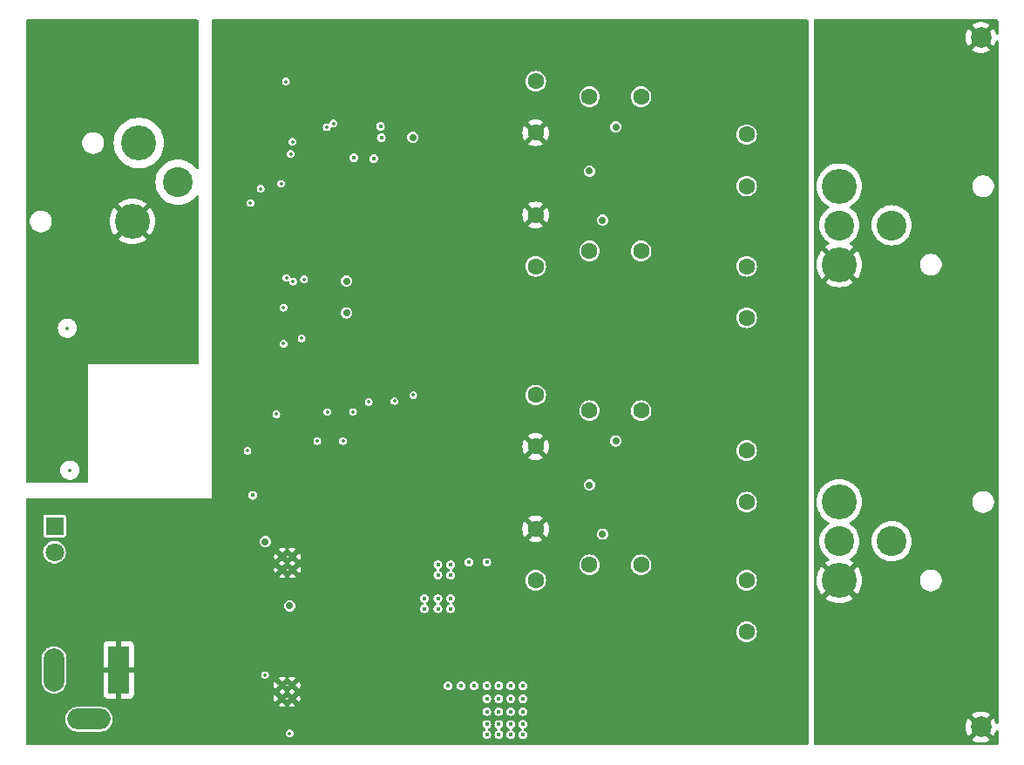
<source format=gbr>
%TF.GenerationSoftware,KiCad,Pcbnew,8.0.2*%
%TF.CreationDate,2025-04-13T16:48:02+02:00*%
%TF.ProjectId,AES-DAC,4145532d-4441-4432-9e6b-696361645f70,rev?*%
%TF.SameCoordinates,Original*%
%TF.FileFunction,Copper,L2,Inr*%
%TF.FilePolarity,Positive*%
%FSLAX46Y46*%
G04 Gerber Fmt 4.6, Leading zero omitted, Abs format (unit mm)*
G04 Created by KiCad (PCBNEW 8.0.2) date 2025-04-13 16:48:02*
%MOMM*%
%LPD*%
G01*
G04 APERTURE LIST*
%TA.AperFunction,ComponentPad*%
%ADD10C,1.600000*%
%TD*%
%TA.AperFunction,ComponentPad*%
%ADD11C,2.000000*%
%TD*%
%TA.AperFunction,ComponentPad*%
%ADD12C,3.400000*%
%TD*%
%TA.AperFunction,ComponentPad*%
%ADD13C,2.900000*%
%TD*%
%TA.AperFunction,HeatsinkPad*%
%ADD14C,0.600000*%
%TD*%
%TA.AperFunction,ComponentPad*%
%ADD15R,2.000000X4.600000*%
%TD*%
%TA.AperFunction,ComponentPad*%
%ADD16O,2.000000X4.200000*%
%TD*%
%TA.AperFunction,ComponentPad*%
%ADD17O,4.200000X2.000000*%
%TD*%
%TA.AperFunction,ComponentPad*%
%ADD18R,1.800000X1.800000*%
%TD*%
%TA.AperFunction,ComponentPad*%
%ADD19C,1.800000*%
%TD*%
%TA.AperFunction,ViaPad*%
%ADD20C,0.350000*%
%TD*%
%TA.AperFunction,ViaPad*%
%ADD21C,0.700000*%
%TD*%
%TA.AperFunction,ViaPad*%
%ADD22C,0.450000*%
%TD*%
G04 APERTURE END LIST*
D10*
%TO.N,/XLR_L_+*%
%TO.C,C3*%
X91500000Y-68390000D03*
%TO.N,Net-(C3-Pad2)*%
X91500000Y-63390000D03*
%TD*%
D11*
%TO.N,Earth*%
%TO.C,J4*%
X114250000Y-90250000D03*
%TD*%
D10*
%TO.N,/XLR_R_-*%
%TO.C,C28*%
X91500000Y-45500000D03*
%TO.N,Net-(C28-Pad2)*%
X91500000Y-50500000D03*
%TD*%
D12*
%TO.N,Earth*%
%TO.C,J3*%
X100500000Y-45310000D03*
%TO.N,/XLR_R_+*%
X100500000Y-37690000D03*
D13*
%TO.N,/XLR_R_-*%
X100500000Y-41500000D03*
%TO.N,N/C*%
X105580000Y-41500000D03*
%TD*%
D12*
%TO.N,/EARTH_AES*%
%TO.C,J1*%
X31810000Y-41120000D03*
%TO.N,Net-(C1-Pad1)*%
X32445000Y-33500000D03*
D13*
%TO.N,Net-(J1-Pad3)*%
X36260000Y-37310000D03*
%TD*%
D10*
%TO.N,GND*%
%TO.C,C29*%
X71000000Y-40500000D03*
%TO.N,Net-(C29-Pad2)*%
X71000000Y-45500000D03*
%TD*%
D12*
%TO.N,Earth*%
%TO.C,J2*%
X100500000Y-76010000D03*
%TO.N,/XLR_L_+*%
X100500000Y-68390000D03*
D13*
%TO.N,/XLR_L_-*%
X100500000Y-72200000D03*
%TO.N,N/C*%
X105580000Y-72200000D03*
%TD*%
D10*
%TO.N,/XLR_R_+*%
%TO.C,C12*%
X91500000Y-37690000D03*
%TO.N,Net-(C12-Pad2)*%
X91500000Y-32690000D03*
%TD*%
D11*
%TO.N,Earth*%
%TO.C,J5*%
X114250000Y-23250000D03*
%TD*%
D10*
%TO.N,/XLR_L_-*%
%TO.C,C8*%
X91500000Y-76000000D03*
%TO.N,Net-(C8-Pad2)*%
X91500000Y-81000000D03*
%TD*%
%TO.N,GND*%
%TO.C,C9*%
X71000000Y-71000000D03*
%TO.N,Net-(C9-Pad2)*%
X71000000Y-76000000D03*
%TD*%
%TO.N,GND*%
%TO.C,C4*%
X71000000Y-63000000D03*
%TO.N,Net-(C4-Pad2)*%
X71000000Y-58000000D03*
%TD*%
D14*
%TO.N,GND*%
%TO.C,U7*%
X47335000Y-87470000D03*
X47335000Y-86180000D03*
X46365000Y-87470000D03*
X46365000Y-86180000D03*
%TD*%
D10*
%TO.N,Net-(C2-Pad1)*%
%TO.C,C2*%
X76230000Y-59500000D03*
%TO.N,Net-(U2B-+)*%
X81230000Y-59500000D03*
%TD*%
D14*
%TO.N,GND*%
%TO.C,U6*%
X47350000Y-74970000D03*
X47350000Y-73680000D03*
X46380000Y-74970000D03*
X46380000Y-73680000D03*
%TD*%
D15*
%TO.N,GND*%
%TO.C,J6*%
X30500000Y-84700000D03*
D16*
%TO.N,Net-(D6-A)*%
X24200000Y-84700000D03*
D17*
X27600000Y-89500000D03*
%TD*%
D10*
%TO.N,Net-(C11-Pad1)*%
%TO.C,C11*%
X76230000Y-29000000D03*
%TO.N,Net-(U5B-+)*%
X81230000Y-29000000D03*
%TD*%
%TO.N,Net-(C7-Pad1)*%
%TO.C,C7*%
X76230000Y-74500000D03*
%TO.N,Net-(U2A-+)*%
X81230000Y-74500000D03*
%TD*%
%TO.N,GND*%
%TO.C,C13*%
X71000000Y-32500000D03*
%TO.N,Net-(C13-Pad2)*%
X71000000Y-27500000D03*
%TD*%
D18*
%TO.N,Net-(D5-K)*%
%TO.C,D5*%
X24250000Y-70710000D03*
D19*
%TO.N,+3.3V*%
X24250000Y-73250000D03*
%TD*%
D10*
%TO.N,Net-(C26-Pad1)*%
%TO.C,C26*%
X76230000Y-44000000D03*
%TO.N,Net-(U5A-+)*%
X81230000Y-44000000D03*
%TD*%
D20*
%TO.N,Net-(C1-Pad1)*%
X25500000Y-51500000D03*
D21*
%TO.N,Earth*%
X114250000Y-51735288D03*
X104000000Y-58625000D03*
X107218750Y-91000000D03*
X99250000Y-63000000D03*
X114250000Y-45617644D03*
X104031250Y-91000000D03*
X114250000Y-59382343D03*
X100843750Y-91000000D03*
X114250000Y-60911754D03*
X114250000Y-41029411D03*
X114250000Y-33875000D03*
X99250000Y-84500000D03*
X114250000Y-77645830D03*
X114250000Y-42558822D03*
X99250000Y-22500000D03*
X114250000Y-39500000D03*
X99250000Y-82875000D03*
X102437500Y-91000000D03*
X99250000Y-61375000D03*
X114250000Y-56323521D03*
X105625000Y-22500000D03*
X114250000Y-86520826D03*
X107218750Y-22500000D03*
X114250000Y-27375000D03*
X114250000Y-65500000D03*
X108812500Y-91000000D03*
X99250000Y-54125000D03*
X114250000Y-74687498D03*
X114250000Y-80604162D03*
X114250000Y-82083328D03*
X114250000Y-32250000D03*
X104000000Y-61875000D03*
X114250000Y-70250000D03*
X100843750Y-22500000D03*
X114250000Y-57852932D03*
X114250000Y-88000000D03*
X99250000Y-49250000D03*
X114250000Y-76166664D03*
X108812500Y-22500000D03*
X99250000Y-64625000D03*
X114250000Y-30625000D03*
X99250000Y-32500000D03*
X112000000Y-91000000D03*
X114250000Y-73208332D03*
X114250000Y-63970576D03*
X114250000Y-54794110D03*
X104031250Y-22500000D03*
X114250000Y-35500000D03*
X99250000Y-79625000D03*
X112000000Y-22500000D03*
X105625000Y-91000000D03*
X114250000Y-83562494D03*
X114250000Y-44088233D03*
X114250000Y-47147055D03*
X114250000Y-71729166D03*
X99250000Y-50875000D03*
X104000000Y-57000000D03*
X104000000Y-53750000D03*
X110406250Y-22500000D03*
X114250000Y-85041660D03*
X99250000Y-29250000D03*
X104000000Y-52125000D03*
X114250000Y-62441165D03*
X99250000Y-81250000D03*
X99250000Y-91000000D03*
X114250000Y-25750000D03*
X99250000Y-86125000D03*
X99250000Y-30875000D03*
X114250000Y-48676466D03*
X99250000Y-59750000D03*
X99250000Y-34125000D03*
X114250000Y-79124996D03*
X114250000Y-50205877D03*
X114250000Y-29000000D03*
X104000000Y-55375000D03*
X99250000Y-27625000D03*
X110406250Y-91000000D03*
X102437500Y-22500000D03*
X114250000Y-53264699D03*
X99250000Y-52500000D03*
X104000000Y-60250000D03*
%TO.N,GND*%
X84406250Y-22500000D03*
D20*
X61800000Y-53800000D03*
D21*
X41000000Y-48546052D03*
X73400000Y-67000000D03*
X94500000Y-23750000D03*
X73400000Y-65500000D03*
X26113487Y-78500000D03*
D20*
X44227247Y-27540012D03*
D21*
X44648026Y-22500000D03*
X41000000Y-45273026D03*
X60125000Y-74650000D03*
X96500000Y-86500000D03*
X94500000Y-25750000D03*
X56103617Y-22500000D03*
X49000000Y-53250000D03*
D20*
X61800000Y-40200000D03*
D21*
X38500000Y-78500000D03*
X87593750Y-22500000D03*
X94500000Y-55000000D03*
D20*
X44800000Y-41600000D03*
D21*
X64286182Y-22500000D03*
D20*
X67600000Y-57200000D03*
D21*
X94500000Y-56000000D03*
X41375000Y-22500000D03*
X49557565Y-22500000D03*
X27500000Y-83886513D03*
D22*
X40500000Y-55500000D03*
D20*
X44800000Y-43800000D03*
D21*
X49800000Y-69800000D03*
X41000000Y-30544409D03*
X51500000Y-46915004D03*
X70832234Y-22500000D03*
X73400000Y-68500000D03*
D20*
X64000000Y-43800000D03*
D21*
X91500000Y-58750000D03*
X78500000Y-28500000D03*
D20*
X68000000Y-62000000D03*
X55750000Y-65375000D03*
D21*
X85500000Y-45000000D03*
X50546905Y-46911909D03*
D22*
X40500000Y-67412500D03*
D21*
X45300000Y-82200000D03*
D20*
X66000000Y-38000000D03*
D21*
X48300000Y-69800000D03*
D20*
X66000000Y-48800000D03*
X72400000Y-51400000D03*
X68400000Y-81200000D03*
D21*
X76673945Y-32500000D03*
X57740130Y-22500000D03*
D22*
X52795062Y-33831750D03*
D20*
X68000000Y-70400000D03*
D21*
X78500000Y-59000000D03*
X43800000Y-69800000D03*
X63000000Y-83775000D03*
D20*
X68000000Y-64200000D03*
X64000000Y-48800000D03*
D21*
X94500000Y-24750000D03*
D20*
X47677247Y-56577512D03*
D22*
X50400000Y-85600000D03*
D21*
X86000000Y-91000000D03*
X51475000Y-78470000D03*
X78500000Y-30000000D03*
X78500000Y-24000000D03*
X64500000Y-64500000D03*
D20*
X68000000Y-75400000D03*
D21*
X27750000Y-73625000D03*
X78500000Y-25500000D03*
X95500000Y-59250000D03*
X66000000Y-83775000D03*
X41000000Y-38726974D03*
X78500000Y-27000000D03*
X49800000Y-82200000D03*
X60125000Y-87150000D03*
X92375000Y-22500000D03*
X81119052Y-67000000D03*
X54500000Y-26862353D03*
X59376643Y-22500000D03*
X48300000Y-82200000D03*
D20*
X78600000Y-51600000D03*
D22*
X58000000Y-26750000D03*
D21*
X85500000Y-69500000D03*
X85500000Y-43500000D03*
X73400000Y-64000000D03*
D20*
X61800000Y-38400000D03*
D21*
X96500000Y-59250000D03*
X41000000Y-28907896D03*
D20*
X53250000Y-65375000D03*
X64000000Y-51400000D03*
D21*
X79453948Y-91000000D03*
X68500000Y-37000000D03*
X96500000Y-22500000D03*
X94500000Y-26750000D03*
D20*
X44800000Y-64750000D03*
D21*
X94500000Y-89750000D03*
X43011513Y-22500000D03*
X27750000Y-76875000D03*
X41000000Y-53000000D03*
X43800000Y-82200000D03*
X76180922Y-91000000D03*
D20*
X60600000Y-24600000D03*
D21*
X41000000Y-40363487D03*
X94500000Y-59000000D03*
D20*
X68000000Y-77800000D03*
D22*
X48181049Y-54924244D03*
D21*
X61013156Y-22500000D03*
X89273026Y-91000000D03*
X81090461Y-91000000D03*
X94500000Y-86750000D03*
D20*
X47754407Y-30451541D03*
X61800000Y-51800000D03*
D21*
X73000000Y-37000000D03*
X85500000Y-54000000D03*
X85500000Y-39000000D03*
X54875000Y-74650000D03*
X38500000Y-91000000D03*
X78500000Y-74000000D03*
D20*
X62000000Y-23400000D03*
D21*
X54481828Y-24699891D03*
D20*
X64000000Y-38600000D03*
D21*
X85500000Y-42000000D03*
X74544409Y-91000000D03*
D20*
X64000000Y-41400000D03*
D21*
X78500000Y-43500000D03*
D20*
X61800000Y-49800000D03*
D21*
X60500000Y-50000000D03*
X91500000Y-85750000D03*
X60500000Y-48500000D03*
X41000000Y-27271383D03*
X81081552Y-39000000D03*
X81119052Y-69475000D03*
X60500000Y-54500000D03*
X53000000Y-69375000D03*
D20*
X62200000Y-33000000D03*
X66000000Y-46200000D03*
D22*
X56970980Y-28970980D03*
D21*
X54467104Y-22500000D03*
D20*
X65800000Y-34800000D03*
D21*
X85500000Y-71000000D03*
X27500000Y-85523026D03*
X67559208Y-22500000D03*
X41000000Y-32180922D03*
X64500000Y-63000000D03*
X85500000Y-60000000D03*
X45300000Y-69800000D03*
D22*
X59340317Y-37037429D03*
X59283782Y-38959617D03*
D21*
X81081552Y-36500000D03*
X92546052Y-91000000D03*
D20*
X47400000Y-37800000D03*
X65600000Y-58200000D03*
D21*
X25250000Y-75375000D03*
X85500000Y-55500000D03*
X22840461Y-78500000D03*
D22*
X50000000Y-36500000D03*
D21*
X96500000Y-91000000D03*
X73400000Y-70000000D03*
X76711114Y-62980170D03*
X90909539Y-91000000D03*
X27500000Y-82250000D03*
X85500000Y-40500000D03*
X72907896Y-91000000D03*
D20*
X49227247Y-31540012D03*
D21*
X96500000Y-27000000D03*
X41350000Y-91000000D03*
X46284539Y-22500000D03*
D20*
X68000000Y-66200000D03*
X64200000Y-53800000D03*
D21*
X41000000Y-35453948D03*
X95500000Y-22500000D03*
D20*
X46800000Y-44200000D03*
D21*
X64500000Y-61500000D03*
D20*
X60800000Y-37400000D03*
D21*
X70000000Y-37000000D03*
D20*
X70400000Y-51400000D03*
D21*
X94500000Y-58000000D03*
X41000000Y-43636513D03*
X66000000Y-71275000D03*
D20*
X73400000Y-81800000D03*
D21*
X85500000Y-57000000D03*
X78500000Y-75500000D03*
X91500000Y-55250000D03*
D20*
X64800000Y-33000000D03*
D21*
X60500000Y-53000000D03*
X24476974Y-78500000D03*
D20*
X67200000Y-59600000D03*
D21*
X80040000Y-71019052D03*
X90781250Y-22500000D03*
D22*
X56801940Y-37800000D03*
D21*
X84363487Y-91000000D03*
X96500000Y-54750000D03*
X80040000Y-40519052D03*
X82726974Y-91000000D03*
X27500000Y-87159539D03*
X41350000Y-69807500D03*
D20*
X63600000Y-25200000D03*
D21*
X94500000Y-88750000D03*
X41350000Y-78500000D03*
D20*
X68000000Y-72800000D03*
X71400000Y-81200000D03*
D21*
X94500000Y-87750000D03*
D20*
X61800000Y-47800000D03*
D21*
X63000000Y-71275000D03*
X85500000Y-58500000D03*
D20*
X58250000Y-65287500D03*
D21*
X95500000Y-27000000D03*
X94500000Y-22750000D03*
X52830591Y-22500000D03*
D20*
X52200000Y-38400000D03*
X46727247Y-31540012D03*
D21*
X85500000Y-72500000D03*
X74500000Y-37000000D03*
X27750000Y-78500000D03*
X78500000Y-60500000D03*
X47921052Y-22500000D03*
D20*
X64000000Y-56600000D03*
D21*
X64500000Y-81275000D03*
D20*
X66000000Y-51400000D03*
D21*
X72468750Y-22500000D03*
X51475000Y-90855000D03*
D20*
X62600000Y-55400000D03*
D21*
X78500000Y-45000000D03*
X85500000Y-74000000D03*
D20*
X66000000Y-55600000D03*
D22*
X50400000Y-73000000D03*
D21*
X46800000Y-82200000D03*
X41000000Y-25634870D03*
D22*
X54602353Y-37868060D03*
D21*
X86000000Y-22500000D03*
D20*
X44227247Y-31540012D03*
X68000000Y-68200000D03*
D21*
X53000000Y-81875000D03*
X41000000Y-37090461D03*
D20*
X44800000Y-46000000D03*
X66000000Y-41400000D03*
X66000000Y-43800000D03*
X46600000Y-39600000D03*
D21*
X85500000Y-75500000D03*
D20*
X76200000Y-82000000D03*
D21*
X69195721Y-22500000D03*
X78500000Y-56000000D03*
D20*
X61800000Y-45200000D03*
D22*
X49750000Y-38250000D03*
D21*
X41000000Y-42000000D03*
X77817435Y-91000000D03*
D22*
X59250000Y-29975000D03*
D21*
X94500000Y-90750000D03*
X41000000Y-33817435D03*
X78500000Y-46500000D03*
X78500000Y-77000000D03*
X95500000Y-91000000D03*
D20*
X79000000Y-82000000D03*
D21*
X46800000Y-69800000D03*
X89187500Y-22500000D03*
X64500000Y-66000000D03*
X95500000Y-54750000D03*
D20*
X59200000Y-26000000D03*
D21*
X54875000Y-87150000D03*
D20*
X50750000Y-65375000D03*
D21*
X51194078Y-22500000D03*
X51500000Y-50000000D03*
X64500000Y-60000000D03*
D20*
X62600000Y-36000000D03*
X46800000Y-42000000D03*
X60750000Y-65375000D03*
D21*
X62649669Y-22500000D03*
X94500000Y-57000000D03*
X64500000Y-68775000D03*
D20*
X67400000Y-25200000D03*
D21*
X41000000Y-23998354D03*
X71500000Y-37000000D03*
X78500000Y-57500000D03*
X65922695Y-22500000D03*
X41350000Y-82192500D03*
D20*
X60400000Y-28400000D03*
X64000000Y-46200000D03*
X68200000Y-51400000D03*
D21*
X50546905Y-44250000D03*
X95500000Y-86500000D03*
X41000000Y-46909539D03*
D20*
X61800000Y-42800000D03*
D21*
X60500000Y-51500000D03*
D20*
X62000000Y-26800000D03*
D22*
X53250000Y-57000000D03*
D20*
X47754407Y-28451541D03*
D21*
X91500000Y-28000000D03*
X78500000Y-54500000D03*
X49821630Y-49928370D03*
D20*
X49000000Y-39000000D03*
D21*
X87636513Y-91000000D03*
%TO.N,/Vcom*%
X78786114Y-31950178D03*
X78786114Y-62450178D03*
X59070681Y-32957591D03*
X77500000Y-41000000D03*
D22*
X56000000Y-33000000D03*
D21*
X77500000Y-71500000D03*
D22*
%TO.N,Net-(U3B-VDD)*%
X53323060Y-34910908D03*
D21*
%TO.N,Net-(U1A-VCC)*%
X52625000Y-50009996D03*
%TO.N,Net-(U1A-VDD)*%
X52625000Y-46915004D03*
D22*
%TO.N,+3.3V*%
X60200000Y-77750000D03*
D20*
X57275000Y-58575000D03*
D22*
X62750000Y-75500000D03*
X62750000Y-77750000D03*
X66250000Y-74250000D03*
X60200000Y-78750000D03*
X64500000Y-74250000D03*
X61500000Y-78750000D03*
D20*
X54775000Y-58662500D03*
D22*
X43486091Y-67736091D03*
D20*
X50750000Y-59637500D03*
D22*
X61500000Y-75500000D03*
D20*
X46727247Y-27540012D03*
X43284988Y-39327247D03*
X45803896Y-59857793D03*
D22*
X62750000Y-78750000D03*
D20*
X59101322Y-58000000D03*
X53250000Y-59637500D03*
D22*
X61500000Y-77750000D03*
X61500000Y-74500000D03*
X62750000Y-74500000D03*
%TO.N,+5V*%
X67416666Y-88750000D03*
X68583332Y-88750000D03*
X67416666Y-87500000D03*
X66250000Y-87500000D03*
D21*
X76230000Y-66730000D03*
D22*
X69750000Y-88750000D03*
X68583332Y-87500000D03*
X69750000Y-91000000D03*
X68583332Y-86250000D03*
X68583332Y-91000000D03*
X66250000Y-88750000D03*
X67416666Y-86250000D03*
X66250000Y-90000000D03*
X63750000Y-86250000D03*
X66250000Y-86250000D03*
X67416666Y-90000000D03*
X69750000Y-90000000D03*
X69750000Y-87500000D03*
D21*
X76230000Y-36230000D03*
D22*
X68583332Y-90000000D03*
X69750000Y-86250000D03*
X65000000Y-86250000D03*
X55919287Y-31907166D03*
X66250000Y-91000000D03*
X62500000Y-86250000D03*
X55250000Y-35000000D03*
X67416666Y-91000000D03*
D20*
%TO.N,Net-(U1B-RXIN)*%
X48250000Y-52500000D03*
X42999999Y-63418077D03*
%TO.N,Net-(U1C-PSCK1)*%
X46775000Y-46600000D03*
X49775000Y-62462500D03*
%TO.N,Net-(U1C-PSCK0)*%
X47425000Y-46962500D03*
X52275000Y-62462500D03*
%TO.N,/AMUTE*%
X47211517Y-34557724D03*
X46275000Y-37462500D03*
%TO.N,/DEMP*%
X44275000Y-37962500D03*
X47360876Y-33376624D03*
%TO.N,Net-(R29-Pad2)*%
X51350000Y-31600000D03*
%TO.N,Net-(R31-Pad2)*%
X50700087Y-31962500D03*
D21*
%TO.N,Net-(U6-EN)*%
X47099325Y-78470000D03*
X44722575Y-72248601D03*
D20*
%TO.N,Net-(U7-EN)*%
X44699736Y-85212889D03*
X47098762Y-90860210D03*
%TO.N,Net-(U1B-BFRAME)*%
X46500000Y-49500000D03*
X46500000Y-53000000D03*
%TO.N,Net-(U1C-CLKST)*%
X48500000Y-46750000D03*
%TO.N,Net-(J1-Pad3)*%
X25747384Y-65294686D03*
%TD*%
%TA.AperFunction,Conductor*%
%TO.N,/EARTH_AES*%
G36*
X27500000Y-66376000D02*
G01*
X27480315Y-66443039D01*
X27427511Y-66488794D01*
X27376000Y-66500000D01*
X21624000Y-66500000D01*
X21556961Y-66480315D01*
X21511206Y-66427511D01*
X21500000Y-66376000D01*
X21500000Y-65294686D01*
X24816786Y-65294686D01*
X24837122Y-65488169D01*
X24897240Y-65673196D01*
X24897241Y-65673197D01*
X24977543Y-65812283D01*
X24994514Y-65841678D01*
X25039860Y-65892040D01*
X25124686Y-65986250D01*
X25124689Y-65986252D01*
X25124692Y-65986255D01*
X25242736Y-66072019D01*
X25282086Y-66100609D01*
X25350310Y-66130983D01*
X25459813Y-66179737D01*
X25650110Y-66220186D01*
X25844658Y-66220186D01*
X26034955Y-66179737D01*
X26212683Y-66100608D01*
X26370076Y-65986255D01*
X26500254Y-65841678D01*
X26597528Y-65673194D01*
X26657646Y-65488168D01*
X26677982Y-65294686D01*
X26657646Y-65101204D01*
X26597528Y-64916178D01*
X26597527Y-64916177D01*
X26597527Y-64916175D01*
X26597526Y-64916174D01*
X26563586Y-64857389D01*
X26500254Y-64747694D01*
X26449266Y-64691067D01*
X26370081Y-64603121D01*
X26370078Y-64603119D01*
X26370077Y-64603118D01*
X26370076Y-64603117D01*
X26291379Y-64545940D01*
X26212681Y-64488762D01*
X26076232Y-64428012D01*
X26034955Y-64409635D01*
X26034953Y-64409634D01*
X25844658Y-64369186D01*
X25650110Y-64369186D01*
X25459815Y-64409634D01*
X25282086Y-64488762D01*
X25124689Y-64603119D01*
X25124686Y-64603121D01*
X24994513Y-64747695D01*
X24897241Y-64916174D01*
X24897240Y-64916175D01*
X24837122Y-65101202D01*
X24816786Y-65294686D01*
X21500000Y-65294686D01*
X21500000Y-55000000D01*
X27500000Y-55000000D01*
X27500000Y-66376000D01*
G37*
%TD.AperFunction*%
%TD*%
%TA.AperFunction,Conductor*%
%TO.N,Earth*%
G36*
X115892539Y-21519685D02*
G01*
X115938294Y-21572489D01*
X115949500Y-21624000D01*
X115949500Y-22856044D01*
X115929815Y-22923083D01*
X115877011Y-22968838D01*
X115807853Y-22978782D01*
X115744297Y-22949757D01*
X115706523Y-22890979D01*
X115705294Y-22886485D01*
X115673588Y-22761282D01*
X115573731Y-22533630D01*
X115473434Y-22380116D01*
X114732962Y-23120589D01*
X114715925Y-23057007D01*
X114650099Y-22942993D01*
X114557007Y-22849901D01*
X114442993Y-22784075D01*
X114379410Y-22767037D01*
X115120057Y-22026390D01*
X115120056Y-22026389D01*
X115073229Y-21989943D01*
X114854614Y-21871635D01*
X114854603Y-21871630D01*
X114619493Y-21790916D01*
X114374293Y-21750000D01*
X114125707Y-21750000D01*
X113880506Y-21790916D01*
X113645396Y-21871630D01*
X113645390Y-21871632D01*
X113426761Y-21989949D01*
X113379942Y-22026388D01*
X113379942Y-22026390D01*
X114120590Y-22767037D01*
X114057007Y-22784075D01*
X113942993Y-22849901D01*
X113849901Y-22942993D01*
X113784075Y-23057007D01*
X113767037Y-23120589D01*
X113026564Y-22380116D01*
X112926267Y-22533632D01*
X112826412Y-22761282D01*
X112765387Y-23002261D01*
X112765385Y-23002270D01*
X112744859Y-23249994D01*
X112744859Y-23250005D01*
X112765385Y-23497729D01*
X112765387Y-23497738D01*
X112826412Y-23738717D01*
X112926266Y-23966364D01*
X113026564Y-24119882D01*
X113767037Y-23379409D01*
X113784075Y-23442993D01*
X113849901Y-23557007D01*
X113942993Y-23650099D01*
X114057007Y-23715925D01*
X114120590Y-23732962D01*
X113379942Y-24473609D01*
X113426768Y-24510055D01*
X113426770Y-24510056D01*
X113645385Y-24628364D01*
X113645396Y-24628369D01*
X113880506Y-24709083D01*
X114125707Y-24750000D01*
X114374293Y-24750000D01*
X114619493Y-24709083D01*
X114854603Y-24628369D01*
X114854614Y-24628364D01*
X115073228Y-24510057D01*
X115073231Y-24510055D01*
X115120056Y-24473609D01*
X114379409Y-23732962D01*
X114442993Y-23715925D01*
X114557007Y-23650099D01*
X114650099Y-23557007D01*
X114715925Y-23442993D01*
X114732962Y-23379409D01*
X115473434Y-24119882D01*
X115573731Y-23966369D01*
X115673588Y-23738716D01*
X115705294Y-23613515D01*
X115740834Y-23553359D01*
X115803254Y-23521967D01*
X115872738Y-23529305D01*
X115927223Y-23573044D01*
X115949412Y-23639297D01*
X115949500Y-23643955D01*
X115949500Y-89856044D01*
X115929815Y-89923083D01*
X115877011Y-89968838D01*
X115807853Y-89978782D01*
X115744297Y-89949757D01*
X115706523Y-89890979D01*
X115705294Y-89886485D01*
X115673588Y-89761282D01*
X115573731Y-89533630D01*
X115473434Y-89380116D01*
X114732962Y-90120589D01*
X114715925Y-90057007D01*
X114650099Y-89942993D01*
X114557007Y-89849901D01*
X114442993Y-89784075D01*
X114379410Y-89767037D01*
X115120057Y-89026390D01*
X115120056Y-89026389D01*
X115073229Y-88989943D01*
X114854614Y-88871635D01*
X114854603Y-88871630D01*
X114619493Y-88790916D01*
X114374293Y-88750000D01*
X114125707Y-88750000D01*
X113880506Y-88790916D01*
X113645396Y-88871630D01*
X113645390Y-88871632D01*
X113426761Y-88989949D01*
X113379942Y-89026388D01*
X113379942Y-89026390D01*
X114120590Y-89767037D01*
X114057007Y-89784075D01*
X113942993Y-89849901D01*
X113849901Y-89942993D01*
X113784075Y-90057007D01*
X113767037Y-90120589D01*
X113026564Y-89380116D01*
X112926267Y-89533632D01*
X112826412Y-89761282D01*
X112765387Y-90002261D01*
X112765385Y-90002270D01*
X112744859Y-90249994D01*
X112744859Y-90250005D01*
X112765385Y-90497729D01*
X112765387Y-90497738D01*
X112826412Y-90738717D01*
X112926266Y-90966364D01*
X113026564Y-91119882D01*
X113767037Y-90379409D01*
X113784075Y-90442993D01*
X113849901Y-90557007D01*
X113942993Y-90650099D01*
X114057007Y-90715925D01*
X114120590Y-90732962D01*
X113379942Y-91473609D01*
X113426768Y-91510055D01*
X113426770Y-91510056D01*
X113645385Y-91628364D01*
X113645396Y-91628369D01*
X113880506Y-91709083D01*
X114125707Y-91750000D01*
X114374293Y-91750000D01*
X114619493Y-91709083D01*
X114854603Y-91628369D01*
X114854614Y-91628364D01*
X115073228Y-91510057D01*
X115073231Y-91510055D01*
X115120056Y-91473609D01*
X114379409Y-90732962D01*
X114442993Y-90715925D01*
X114557007Y-90650099D01*
X114650099Y-90557007D01*
X114715925Y-90442993D01*
X114732962Y-90379409D01*
X115473434Y-91119882D01*
X115573731Y-90966369D01*
X115673588Y-90738716D01*
X115705294Y-90613515D01*
X115740834Y-90553359D01*
X115803254Y-90521967D01*
X115872738Y-90529305D01*
X115927223Y-90573044D01*
X115949412Y-90639297D01*
X115949500Y-90643955D01*
X115949500Y-91876000D01*
X115929815Y-91943039D01*
X115877011Y-91988794D01*
X115825500Y-92000000D01*
X98124000Y-92000000D01*
X98056961Y-91980315D01*
X98011206Y-91927511D01*
X98000000Y-91876000D01*
X98000000Y-68390000D01*
X98294778Y-68390000D01*
X98313644Y-68677837D01*
X98313646Y-68677849D01*
X98369917Y-68960745D01*
X98369921Y-68960760D01*
X98462642Y-69233905D01*
X98590219Y-69492606D01*
X98590223Y-69492613D01*
X98750478Y-69732452D01*
X98940672Y-69949327D01*
X99157547Y-70139521D01*
X99397386Y-70299776D01*
X99397393Y-70299780D01*
X99452632Y-70327021D01*
X99504052Y-70374326D01*
X99521733Y-70441922D01*
X99500063Y-70508346D01*
X99457216Y-70547065D01*
X99442787Y-70554943D01*
X99442784Y-70554945D01*
X99219439Y-70722138D01*
X99219421Y-70722154D01*
X99022154Y-70919421D01*
X99022138Y-70919439D01*
X98854945Y-71142784D01*
X98854940Y-71142792D01*
X98721233Y-71387657D01*
X98721231Y-71387661D01*
X98623727Y-71649083D01*
X98564422Y-71921700D01*
X98544518Y-72199998D01*
X98544518Y-72200001D01*
X98564422Y-72478299D01*
X98623727Y-72750916D01*
X98623729Y-72750923D01*
X98684266Y-72913230D01*
X98721231Y-73012338D01*
X98721233Y-73012342D01*
X98854940Y-73257207D01*
X98854945Y-73257215D01*
X99022138Y-73480560D01*
X99022154Y-73480578D01*
X99219421Y-73677845D01*
X99219439Y-73677861D01*
X99442784Y-73845054D01*
X99442792Y-73845059D01*
X99457749Y-73853226D01*
X99507155Y-73902630D01*
X99522008Y-73970903D01*
X99497592Y-74036368D01*
X99453169Y-74073270D01*
X99397650Y-74100649D01*
X99397644Y-74100653D01*
X99157851Y-74260878D01*
X99129390Y-74285837D01*
X100137706Y-75294153D01*
X100121058Y-75301049D01*
X99990030Y-75388599D01*
X99878599Y-75500030D01*
X99791049Y-75631058D01*
X99784153Y-75647705D01*
X98775837Y-74639390D01*
X98750878Y-74667851D01*
X98590653Y-74907643D01*
X98463104Y-75166287D01*
X98463100Y-75166297D01*
X98370407Y-75439364D01*
X98370402Y-75439384D01*
X98314144Y-75722215D01*
X98314140Y-75722242D01*
X98295280Y-76009992D01*
X98295280Y-76010007D01*
X98314140Y-76297757D01*
X98314144Y-76297784D01*
X98370402Y-76580615D01*
X98370407Y-76580635D01*
X98463100Y-76853702D01*
X98463104Y-76853712D01*
X98590653Y-77112356D01*
X98750876Y-77352146D01*
X98750881Y-77352152D01*
X98775835Y-77380608D01*
X98775838Y-77380608D01*
X99784153Y-76372293D01*
X99791049Y-76388942D01*
X99878599Y-76519970D01*
X99990030Y-76631401D01*
X100121058Y-76718951D01*
X100137705Y-76725846D01*
X99129390Y-77734160D01*
X99129390Y-77734161D01*
X99157854Y-77759124D01*
X99397643Y-77919346D01*
X99656287Y-78046895D01*
X99656297Y-78046899D01*
X99929364Y-78139592D01*
X99929384Y-78139597D01*
X100212215Y-78195855D01*
X100212242Y-78195859D01*
X100499993Y-78214720D01*
X100500007Y-78214720D01*
X100787757Y-78195859D01*
X100787784Y-78195855D01*
X101070615Y-78139597D01*
X101070635Y-78139592D01*
X101343702Y-78046899D01*
X101343712Y-78046895D01*
X101602356Y-77919346D01*
X101842141Y-77759126D01*
X101842147Y-77759121D01*
X101870608Y-77734162D01*
X101870608Y-77734161D01*
X100862293Y-76725846D01*
X100878942Y-76718951D01*
X101009970Y-76631401D01*
X101121401Y-76519970D01*
X101208951Y-76388942D01*
X101215846Y-76372293D01*
X102224161Y-77380608D01*
X102224162Y-77380608D01*
X102249121Y-77352147D01*
X102249126Y-77352141D01*
X102409346Y-77112356D01*
X102536895Y-76853712D01*
X102536899Y-76853702D01*
X102629592Y-76580635D01*
X102629597Y-76580615D01*
X102685855Y-76297784D01*
X102685859Y-76297757D01*
X102697874Y-76114452D01*
X108329499Y-76114452D01*
X108370253Y-76319329D01*
X108370255Y-76319337D01*
X108450193Y-76512328D01*
X108450200Y-76512341D01*
X108566255Y-76686028D01*
X108566258Y-76686032D01*
X108713967Y-76833741D01*
X108713971Y-76833744D01*
X108887658Y-76949799D01*
X108887671Y-76949806D01*
X109032414Y-77009759D01*
X109080664Y-77029745D01*
X109130834Y-77039724D01*
X109285547Y-77070500D01*
X109285550Y-77070500D01*
X109494452Y-77070500D01*
X109597593Y-77049983D01*
X109699336Y-77029745D01*
X109892335Y-76949803D01*
X110066029Y-76833744D01*
X110213744Y-76686029D01*
X110329803Y-76512335D01*
X110409745Y-76319336D01*
X110450500Y-76114450D01*
X110450500Y-75905550D01*
X110450500Y-75905547D01*
X110409746Y-75700670D01*
X110409745Y-75700664D01*
X110380914Y-75631058D01*
X110329806Y-75507671D01*
X110329799Y-75507658D01*
X110213744Y-75333971D01*
X110213741Y-75333967D01*
X110066032Y-75186258D01*
X110066028Y-75186255D01*
X109892341Y-75070200D01*
X109892328Y-75070193D01*
X109699337Y-74990255D01*
X109699329Y-74990253D01*
X109494452Y-74949500D01*
X109494450Y-74949500D01*
X109285550Y-74949500D01*
X109285548Y-74949500D01*
X109080670Y-74990253D01*
X109080662Y-74990255D01*
X108887671Y-75070193D01*
X108887658Y-75070200D01*
X108713971Y-75186255D01*
X108713967Y-75186258D01*
X108566258Y-75333967D01*
X108566255Y-75333971D01*
X108450200Y-75507658D01*
X108450193Y-75507671D01*
X108370255Y-75700662D01*
X108370253Y-75700670D01*
X108329500Y-75905547D01*
X108329500Y-75905550D01*
X108329500Y-76114450D01*
X108329500Y-76114452D01*
X108329499Y-76114452D01*
X102697874Y-76114452D01*
X102704720Y-76010007D01*
X102704720Y-76009992D01*
X102685859Y-75722242D01*
X102685855Y-75722215D01*
X102629597Y-75439384D01*
X102629592Y-75439364D01*
X102536899Y-75166297D01*
X102536895Y-75166287D01*
X102409346Y-74907643D01*
X102249124Y-74667854D01*
X102224161Y-74639390D01*
X102224160Y-74639390D01*
X101215846Y-75647705D01*
X101208951Y-75631058D01*
X101121401Y-75500030D01*
X101009970Y-75388599D01*
X100878942Y-75301049D01*
X100862294Y-75294153D01*
X101870608Y-74285838D01*
X101870608Y-74285835D01*
X101842152Y-74260881D01*
X101842146Y-74260876D01*
X101602358Y-74100655D01*
X101546830Y-74073271D01*
X101495411Y-74025965D01*
X101477730Y-73958370D01*
X101499400Y-73891945D01*
X101542248Y-73853227D01*
X101557213Y-73845056D01*
X101780568Y-73677855D01*
X101977855Y-73480568D01*
X102145056Y-73257213D01*
X102278769Y-73012337D01*
X102376271Y-72750923D01*
X102435578Y-72478294D01*
X102455482Y-72200000D01*
X102455482Y-72199998D01*
X103624518Y-72199998D01*
X103624518Y-72200001D01*
X103644422Y-72478299D01*
X103703727Y-72750916D01*
X103703729Y-72750923D01*
X103764266Y-72913230D01*
X103801231Y-73012338D01*
X103801233Y-73012342D01*
X103934940Y-73257207D01*
X103934945Y-73257215D01*
X104102138Y-73480560D01*
X104102154Y-73480578D01*
X104299421Y-73677845D01*
X104299439Y-73677861D01*
X104522784Y-73845054D01*
X104522792Y-73845059D01*
X104767657Y-73978766D01*
X104767661Y-73978768D01*
X104767663Y-73978769D01*
X105029077Y-74076271D01*
X105141159Y-74100653D01*
X105301700Y-74135577D01*
X105301702Y-74135577D01*
X105301706Y-74135578D01*
X105549014Y-74153265D01*
X105579999Y-74155482D01*
X105580000Y-74155482D01*
X105580001Y-74155482D01*
X105607881Y-74153487D01*
X105858294Y-74135578D01*
X106130923Y-74076271D01*
X106392337Y-73978769D01*
X106637213Y-73845056D01*
X106860568Y-73677855D01*
X107057855Y-73480568D01*
X107225056Y-73257213D01*
X107358769Y-73012337D01*
X107456271Y-72750923D01*
X107515578Y-72478294D01*
X107535482Y-72200000D01*
X107515578Y-71921706D01*
X107456271Y-71649077D01*
X107358769Y-71387663D01*
X107225056Y-71142787D01*
X107225054Y-71142784D01*
X107057861Y-70919439D01*
X107057845Y-70919421D01*
X106860578Y-70722154D01*
X106860560Y-70722138D01*
X106637215Y-70554945D01*
X106637207Y-70554940D01*
X106392342Y-70421233D01*
X106392338Y-70421231D01*
X106238690Y-70363924D01*
X106130923Y-70323729D01*
X106130919Y-70323728D01*
X106130916Y-70323727D01*
X105858299Y-70264422D01*
X105580001Y-70244518D01*
X105579999Y-70244518D01*
X105301700Y-70264422D01*
X105029083Y-70323727D01*
X105029078Y-70323728D01*
X105029077Y-70323729D01*
X105020251Y-70327021D01*
X104767661Y-70421231D01*
X104767657Y-70421233D01*
X104522792Y-70554940D01*
X104522784Y-70554945D01*
X104299439Y-70722138D01*
X104299421Y-70722154D01*
X104102154Y-70919421D01*
X104102138Y-70919439D01*
X103934945Y-71142784D01*
X103934940Y-71142792D01*
X103801233Y-71387657D01*
X103801231Y-71387661D01*
X103703727Y-71649083D01*
X103644422Y-71921700D01*
X103624518Y-72199998D01*
X102455482Y-72199998D01*
X102435578Y-71921706D01*
X102376271Y-71649077D01*
X102278769Y-71387663D01*
X102145056Y-71142787D01*
X102145054Y-71142784D01*
X101977861Y-70919439D01*
X101977845Y-70919421D01*
X101780578Y-70722154D01*
X101780560Y-70722138D01*
X101557215Y-70554945D01*
X101557213Y-70554944D01*
X101557206Y-70554940D01*
X101542784Y-70547065D01*
X101493380Y-70497661D01*
X101478527Y-70429388D01*
X101502943Y-70363924D01*
X101547365Y-70327021D01*
X101602611Y-70299778D01*
X101842454Y-70139520D01*
X102059327Y-69949327D01*
X102249520Y-69732454D01*
X102409778Y-69492611D01*
X102537359Y-69233902D01*
X102630081Y-68960753D01*
X102686356Y-68677839D01*
X102698376Y-68494452D01*
X113409499Y-68494452D01*
X113450253Y-68699329D01*
X113450255Y-68699337D01*
X113530193Y-68892328D01*
X113530200Y-68892341D01*
X113646255Y-69066028D01*
X113646258Y-69066032D01*
X113793967Y-69213741D01*
X113793971Y-69213744D01*
X113967658Y-69329799D01*
X113967671Y-69329806D01*
X114112414Y-69389759D01*
X114160664Y-69409745D01*
X114210834Y-69419724D01*
X114365547Y-69450500D01*
X114365550Y-69450500D01*
X114574452Y-69450500D01*
X114677593Y-69429983D01*
X114779336Y-69409745D01*
X114972335Y-69329803D01*
X115146029Y-69213744D01*
X115293744Y-69066029D01*
X115409803Y-68892335D01*
X115489745Y-68699336D01*
X115530500Y-68494450D01*
X115530500Y-68285550D01*
X115530500Y-68285547D01*
X115489746Y-68080670D01*
X115489745Y-68080664D01*
X115469759Y-68032414D01*
X115409806Y-67887671D01*
X115409799Y-67887658D01*
X115293744Y-67713971D01*
X115293741Y-67713967D01*
X115146032Y-67566258D01*
X115146028Y-67566255D01*
X114972341Y-67450200D01*
X114972328Y-67450193D01*
X114779337Y-67370255D01*
X114779329Y-67370253D01*
X114574452Y-67329500D01*
X114574450Y-67329500D01*
X114365550Y-67329500D01*
X114365548Y-67329500D01*
X114160670Y-67370253D01*
X114160662Y-67370255D01*
X113967671Y-67450193D01*
X113967658Y-67450200D01*
X113793971Y-67566255D01*
X113793967Y-67566258D01*
X113646258Y-67713967D01*
X113646255Y-67713971D01*
X113530200Y-67887658D01*
X113530193Y-67887671D01*
X113450255Y-68080662D01*
X113450253Y-68080670D01*
X113409500Y-68285547D01*
X113409500Y-68285550D01*
X113409500Y-68494450D01*
X113409500Y-68494452D01*
X113409499Y-68494452D01*
X102698376Y-68494452D01*
X102705222Y-68390000D01*
X102686356Y-68102161D01*
X102630081Y-67819247D01*
X102537359Y-67546098D01*
X102409778Y-67287389D01*
X102249520Y-67047546D01*
X102059327Y-66830672D01*
X101842452Y-66640478D01*
X101602613Y-66480223D01*
X101602606Y-66480219D01*
X101343905Y-66352642D01*
X101070760Y-66259921D01*
X101070754Y-66259919D01*
X101070753Y-66259919D01*
X101070751Y-66259918D01*
X101070745Y-66259917D01*
X100787849Y-66203646D01*
X100787839Y-66203644D01*
X100500000Y-66184778D01*
X100212161Y-66203644D01*
X100212155Y-66203645D01*
X100212150Y-66203646D01*
X99929254Y-66259917D01*
X99929239Y-66259921D01*
X99656094Y-66352642D01*
X99397393Y-66480219D01*
X99397386Y-66480223D01*
X99157547Y-66640478D01*
X98940672Y-66830672D01*
X98750478Y-67047547D01*
X98590223Y-67287386D01*
X98590219Y-67287393D01*
X98462642Y-67546094D01*
X98369921Y-67819239D01*
X98369917Y-67819254D01*
X98313646Y-68102150D01*
X98313644Y-68102162D01*
X98294778Y-68390000D01*
X98000000Y-68390000D01*
X98000000Y-37690000D01*
X98294778Y-37690000D01*
X98313644Y-37977837D01*
X98313646Y-37977849D01*
X98369917Y-38260745D01*
X98369921Y-38260760D01*
X98462642Y-38533905D01*
X98590219Y-38792606D01*
X98590223Y-38792613D01*
X98750478Y-39032452D01*
X98940672Y-39249327D01*
X99157547Y-39439521D01*
X99397386Y-39599776D01*
X99397393Y-39599780D01*
X99452632Y-39627021D01*
X99504052Y-39674326D01*
X99521733Y-39741922D01*
X99500063Y-39808346D01*
X99457216Y-39847065D01*
X99442787Y-39854943D01*
X99442784Y-39854945D01*
X99219439Y-40022138D01*
X99219421Y-40022154D01*
X99022154Y-40219421D01*
X99022138Y-40219439D01*
X98854945Y-40442784D01*
X98854940Y-40442792D01*
X98721233Y-40687657D01*
X98721231Y-40687661D01*
X98623727Y-40949083D01*
X98564422Y-41221700D01*
X98544518Y-41499998D01*
X98544518Y-41500001D01*
X98564422Y-41778299D01*
X98623727Y-42050916D01*
X98623729Y-42050923D01*
X98684266Y-42213230D01*
X98721231Y-42312338D01*
X98721233Y-42312342D01*
X98854940Y-42557207D01*
X98854945Y-42557215D01*
X99022138Y-42780560D01*
X99022154Y-42780578D01*
X99219421Y-42977845D01*
X99219439Y-42977861D01*
X99442784Y-43145054D01*
X99442792Y-43145059D01*
X99457749Y-43153226D01*
X99507155Y-43202630D01*
X99522008Y-43270903D01*
X99497592Y-43336368D01*
X99453169Y-43373270D01*
X99397650Y-43400649D01*
X99397644Y-43400653D01*
X99157851Y-43560878D01*
X99129390Y-43585837D01*
X100137706Y-44594153D01*
X100121058Y-44601049D01*
X99990030Y-44688599D01*
X99878599Y-44800030D01*
X99791049Y-44931058D01*
X99784153Y-44947705D01*
X98775837Y-43939390D01*
X98750878Y-43967851D01*
X98590653Y-44207643D01*
X98463104Y-44466287D01*
X98463100Y-44466297D01*
X98370407Y-44739364D01*
X98370402Y-44739384D01*
X98314144Y-45022215D01*
X98314140Y-45022242D01*
X98295280Y-45309992D01*
X98295280Y-45310007D01*
X98314140Y-45597757D01*
X98314144Y-45597784D01*
X98370402Y-45880615D01*
X98370407Y-45880635D01*
X98463100Y-46153702D01*
X98463104Y-46153712D01*
X98590653Y-46412356D01*
X98750876Y-46652146D01*
X98750881Y-46652152D01*
X98775835Y-46680608D01*
X98775838Y-46680608D01*
X99784153Y-45672293D01*
X99791049Y-45688942D01*
X99878599Y-45819970D01*
X99990030Y-45931401D01*
X100121058Y-46018951D01*
X100137705Y-46025846D01*
X99129390Y-47034160D01*
X99129390Y-47034161D01*
X99157854Y-47059124D01*
X99397643Y-47219346D01*
X99656287Y-47346895D01*
X99656297Y-47346899D01*
X99929364Y-47439592D01*
X99929384Y-47439597D01*
X100212215Y-47495855D01*
X100212242Y-47495859D01*
X100499993Y-47514720D01*
X100500007Y-47514720D01*
X100787757Y-47495859D01*
X100787784Y-47495855D01*
X101070615Y-47439597D01*
X101070635Y-47439592D01*
X101343702Y-47346899D01*
X101343712Y-47346895D01*
X101602356Y-47219346D01*
X101842141Y-47059126D01*
X101842147Y-47059121D01*
X101870608Y-47034162D01*
X101870608Y-47034161D01*
X100862293Y-46025846D01*
X100878942Y-46018951D01*
X101009970Y-45931401D01*
X101121401Y-45819970D01*
X101208951Y-45688942D01*
X101215846Y-45672293D01*
X102224161Y-46680608D01*
X102224162Y-46680608D01*
X102249121Y-46652147D01*
X102249126Y-46652141D01*
X102409346Y-46412356D01*
X102536895Y-46153712D01*
X102536899Y-46153702D01*
X102629592Y-45880635D01*
X102629597Y-45880615D01*
X102685855Y-45597784D01*
X102685859Y-45597757D01*
X102697874Y-45414452D01*
X108329499Y-45414452D01*
X108370253Y-45619329D01*
X108370255Y-45619337D01*
X108450193Y-45812328D01*
X108450200Y-45812341D01*
X108566255Y-45986028D01*
X108566258Y-45986032D01*
X108713967Y-46133741D01*
X108713971Y-46133744D01*
X108887658Y-46249799D01*
X108887671Y-46249806D01*
X109032414Y-46309759D01*
X109080664Y-46329745D01*
X109130834Y-46339724D01*
X109285547Y-46370500D01*
X109285550Y-46370500D01*
X109494452Y-46370500D01*
X109597593Y-46349983D01*
X109699336Y-46329745D01*
X109892335Y-46249803D01*
X110066029Y-46133744D01*
X110213744Y-45986029D01*
X110329803Y-45812335D01*
X110409745Y-45619336D01*
X110450500Y-45414450D01*
X110450500Y-45205550D01*
X110450500Y-45205547D01*
X110409746Y-45000670D01*
X110409745Y-45000664D01*
X110380914Y-44931058D01*
X110329806Y-44807671D01*
X110329799Y-44807658D01*
X110213744Y-44633971D01*
X110213741Y-44633967D01*
X110066032Y-44486258D01*
X110066028Y-44486255D01*
X109892341Y-44370200D01*
X109892328Y-44370193D01*
X109699337Y-44290255D01*
X109699329Y-44290253D01*
X109494452Y-44249500D01*
X109494450Y-44249500D01*
X109285550Y-44249500D01*
X109285548Y-44249500D01*
X109080670Y-44290253D01*
X109080662Y-44290255D01*
X108887671Y-44370193D01*
X108887658Y-44370200D01*
X108713971Y-44486255D01*
X108713967Y-44486258D01*
X108566258Y-44633967D01*
X108566255Y-44633971D01*
X108450200Y-44807658D01*
X108450193Y-44807671D01*
X108370255Y-45000662D01*
X108370253Y-45000670D01*
X108329500Y-45205547D01*
X108329500Y-45205550D01*
X108329500Y-45414450D01*
X108329500Y-45414452D01*
X108329499Y-45414452D01*
X102697874Y-45414452D01*
X102704720Y-45310007D01*
X102704720Y-45309992D01*
X102685859Y-45022242D01*
X102685855Y-45022215D01*
X102629597Y-44739384D01*
X102629592Y-44739364D01*
X102536899Y-44466297D01*
X102536895Y-44466287D01*
X102409346Y-44207643D01*
X102249124Y-43967854D01*
X102224161Y-43939390D01*
X102224160Y-43939390D01*
X101215846Y-44947705D01*
X101208951Y-44931058D01*
X101121401Y-44800030D01*
X101009970Y-44688599D01*
X100878942Y-44601049D01*
X100862294Y-44594153D01*
X101870608Y-43585838D01*
X101870608Y-43585835D01*
X101842152Y-43560881D01*
X101842146Y-43560876D01*
X101602358Y-43400655D01*
X101546830Y-43373271D01*
X101495411Y-43325965D01*
X101477730Y-43258370D01*
X101499400Y-43191945D01*
X101542248Y-43153227D01*
X101557213Y-43145056D01*
X101780568Y-42977855D01*
X101977855Y-42780568D01*
X102145056Y-42557213D01*
X102278769Y-42312337D01*
X102376271Y-42050923D01*
X102435578Y-41778294D01*
X102455482Y-41500000D01*
X102455482Y-41499998D01*
X103624518Y-41499998D01*
X103624518Y-41500001D01*
X103644422Y-41778299D01*
X103703727Y-42050916D01*
X103703729Y-42050923D01*
X103764266Y-42213230D01*
X103801231Y-42312338D01*
X103801233Y-42312342D01*
X103934940Y-42557207D01*
X103934945Y-42557215D01*
X104102138Y-42780560D01*
X104102154Y-42780578D01*
X104299421Y-42977845D01*
X104299439Y-42977861D01*
X104522784Y-43145054D01*
X104522792Y-43145059D01*
X104767657Y-43278766D01*
X104767661Y-43278768D01*
X104767663Y-43278769D01*
X105029077Y-43376271D01*
X105141159Y-43400653D01*
X105301700Y-43435577D01*
X105301702Y-43435577D01*
X105301706Y-43435578D01*
X105549014Y-43453265D01*
X105579999Y-43455482D01*
X105580000Y-43455482D01*
X105580001Y-43455482D01*
X105607881Y-43453487D01*
X105858294Y-43435578D01*
X106130923Y-43376271D01*
X106392337Y-43278769D01*
X106637213Y-43145056D01*
X106860568Y-42977855D01*
X107057855Y-42780568D01*
X107225056Y-42557213D01*
X107358769Y-42312337D01*
X107456271Y-42050923D01*
X107515578Y-41778294D01*
X107535482Y-41500000D01*
X107515578Y-41221706D01*
X107456271Y-40949077D01*
X107358769Y-40687663D01*
X107225056Y-40442787D01*
X107225054Y-40442784D01*
X107057861Y-40219439D01*
X107057845Y-40219421D01*
X106860578Y-40022154D01*
X106860560Y-40022138D01*
X106637215Y-39854945D01*
X106637207Y-39854940D01*
X106392342Y-39721233D01*
X106392338Y-39721231D01*
X106238690Y-39663924D01*
X106130923Y-39623729D01*
X106130919Y-39623728D01*
X106130916Y-39623727D01*
X105858299Y-39564422D01*
X105580001Y-39544518D01*
X105579999Y-39544518D01*
X105301700Y-39564422D01*
X105029083Y-39623727D01*
X105029078Y-39623728D01*
X105029077Y-39623729D01*
X105020251Y-39627021D01*
X104767661Y-39721231D01*
X104767657Y-39721233D01*
X104522792Y-39854940D01*
X104522784Y-39854945D01*
X104299439Y-40022138D01*
X104299421Y-40022154D01*
X104102154Y-40219421D01*
X104102138Y-40219439D01*
X103934945Y-40442784D01*
X103934940Y-40442792D01*
X103801233Y-40687657D01*
X103801231Y-40687661D01*
X103703727Y-40949083D01*
X103644422Y-41221700D01*
X103624518Y-41499998D01*
X102455482Y-41499998D01*
X102435578Y-41221706D01*
X102376271Y-40949077D01*
X102278769Y-40687663D01*
X102145056Y-40442787D01*
X102145054Y-40442784D01*
X101977861Y-40219439D01*
X101977845Y-40219421D01*
X101780578Y-40022154D01*
X101780560Y-40022138D01*
X101557215Y-39854945D01*
X101557213Y-39854944D01*
X101557206Y-39854940D01*
X101542784Y-39847065D01*
X101493380Y-39797661D01*
X101478527Y-39729388D01*
X101502943Y-39663924D01*
X101547365Y-39627021D01*
X101602611Y-39599778D01*
X101842454Y-39439520D01*
X102059327Y-39249327D01*
X102249520Y-39032454D01*
X102409778Y-38792611D01*
X102537359Y-38533902D01*
X102630081Y-38260753D01*
X102686356Y-37977839D01*
X102698376Y-37794452D01*
X113409499Y-37794452D01*
X113450253Y-37999329D01*
X113450255Y-37999337D01*
X113530193Y-38192328D01*
X113530200Y-38192341D01*
X113646255Y-38366028D01*
X113646258Y-38366032D01*
X113793967Y-38513741D01*
X113793971Y-38513744D01*
X113967658Y-38629799D01*
X113967671Y-38629806D01*
X114112414Y-38689759D01*
X114160664Y-38709745D01*
X114210834Y-38719724D01*
X114365547Y-38750500D01*
X114365550Y-38750500D01*
X114574452Y-38750500D01*
X114677593Y-38729983D01*
X114779336Y-38709745D01*
X114972335Y-38629803D01*
X115146029Y-38513744D01*
X115293744Y-38366029D01*
X115409803Y-38192335D01*
X115489745Y-37999336D01*
X115530500Y-37794450D01*
X115530500Y-37585550D01*
X115530500Y-37585547D01*
X115489746Y-37380670D01*
X115489745Y-37380664D01*
X115469759Y-37332414D01*
X115409806Y-37187671D01*
X115409799Y-37187658D01*
X115293744Y-37013971D01*
X115293741Y-37013967D01*
X115146032Y-36866258D01*
X115146028Y-36866255D01*
X114972341Y-36750200D01*
X114972328Y-36750193D01*
X114779337Y-36670255D01*
X114779329Y-36670253D01*
X114574452Y-36629500D01*
X114574450Y-36629500D01*
X114365550Y-36629500D01*
X114365548Y-36629500D01*
X114160670Y-36670253D01*
X114160662Y-36670255D01*
X113967671Y-36750193D01*
X113967658Y-36750200D01*
X113793971Y-36866255D01*
X113793967Y-36866258D01*
X113646258Y-37013967D01*
X113646255Y-37013971D01*
X113530200Y-37187658D01*
X113530193Y-37187671D01*
X113450255Y-37380662D01*
X113450253Y-37380670D01*
X113409500Y-37585547D01*
X113409500Y-37585550D01*
X113409500Y-37794450D01*
X113409500Y-37794452D01*
X113409499Y-37794452D01*
X102698376Y-37794452D01*
X102705222Y-37690000D01*
X102686356Y-37402161D01*
X102630081Y-37119247D01*
X102537359Y-36846098D01*
X102409778Y-36587389D01*
X102249520Y-36347546D01*
X102059327Y-36130672D01*
X101842452Y-35940478D01*
X101602613Y-35780223D01*
X101602606Y-35780219D01*
X101343905Y-35652642D01*
X101070760Y-35559921D01*
X101070754Y-35559919D01*
X101070753Y-35559919D01*
X101070751Y-35559918D01*
X101070745Y-35559917D01*
X100787849Y-35503646D01*
X100787839Y-35503644D01*
X100500000Y-35484778D01*
X100212161Y-35503644D01*
X100212155Y-35503645D01*
X100212150Y-35503646D01*
X99929254Y-35559917D01*
X99929239Y-35559921D01*
X99656094Y-35652642D01*
X99397393Y-35780219D01*
X99397386Y-35780223D01*
X99157547Y-35940478D01*
X98940672Y-36130672D01*
X98750478Y-36347547D01*
X98590223Y-36587386D01*
X98590219Y-36587393D01*
X98462642Y-36846094D01*
X98369921Y-37119239D01*
X98369917Y-37119254D01*
X98313646Y-37402150D01*
X98313644Y-37402162D01*
X98294778Y-37690000D01*
X98000000Y-37690000D01*
X98000000Y-21624000D01*
X98019685Y-21556961D01*
X98072489Y-21511206D01*
X98124000Y-21500000D01*
X115825500Y-21500000D01*
X115892539Y-21519685D01*
G37*
%TD.AperFunction*%
%TD*%
%TA.AperFunction,Conductor*%
%TO.N,/EARTH_AES*%
G36*
X38193039Y-21519685D02*
G01*
X38238794Y-21572489D01*
X38250000Y-21624000D01*
X38250000Y-35918676D01*
X38230315Y-35985715D01*
X38177511Y-36031470D01*
X38108353Y-36041414D01*
X38044797Y-36012389D01*
X38022898Y-35987568D01*
X38021660Y-35985715D01*
X38009520Y-35967546D01*
X37994571Y-35950500D01*
X37819327Y-35750672D01*
X37602452Y-35560478D01*
X37362613Y-35400223D01*
X37362606Y-35400219D01*
X37103905Y-35272642D01*
X36830760Y-35179921D01*
X36830754Y-35179919D01*
X36830753Y-35179919D01*
X36830751Y-35179918D01*
X36830745Y-35179917D01*
X36547849Y-35123646D01*
X36547839Y-35123644D01*
X36260000Y-35104778D01*
X35972161Y-35123644D01*
X35972155Y-35123645D01*
X35972150Y-35123646D01*
X35689254Y-35179917D01*
X35689239Y-35179921D01*
X35416094Y-35272642D01*
X35157393Y-35400219D01*
X35157386Y-35400223D01*
X34917547Y-35560478D01*
X34700672Y-35750672D01*
X34510478Y-35967547D01*
X34350223Y-36207386D01*
X34350219Y-36207393D01*
X34222642Y-36466094D01*
X34129921Y-36739239D01*
X34129917Y-36739254D01*
X34073646Y-37022150D01*
X34073644Y-37022162D01*
X34054778Y-37310000D01*
X34073644Y-37597837D01*
X34073646Y-37597849D01*
X34129917Y-37880745D01*
X34129921Y-37880760D01*
X34222642Y-38153905D01*
X34350219Y-38412606D01*
X34350223Y-38412613D01*
X34510478Y-38652452D01*
X34700672Y-38869327D01*
X34917546Y-39059520D01*
X35157389Y-39219778D01*
X35416098Y-39347359D01*
X35689247Y-39440081D01*
X35972161Y-39496356D01*
X36260000Y-39515222D01*
X36547839Y-39496356D01*
X36830753Y-39440081D01*
X37103902Y-39347359D01*
X37362611Y-39219778D01*
X37602454Y-39059520D01*
X37819327Y-38869327D01*
X38009520Y-38652454D01*
X38022898Y-38632431D01*
X38076509Y-38587628D01*
X38145834Y-38578919D01*
X38208861Y-38609073D01*
X38245581Y-38668516D01*
X38250000Y-38701323D01*
X38250000Y-54876000D01*
X38230315Y-54943039D01*
X38177511Y-54988794D01*
X38126000Y-55000000D01*
X21500000Y-55000000D01*
X21500000Y-51500000D01*
X24569402Y-51500000D01*
X24589738Y-51693483D01*
X24649856Y-51878510D01*
X24649857Y-51878511D01*
X24730159Y-52017597D01*
X24747130Y-52046992D01*
X24792476Y-52097354D01*
X24877302Y-52191564D01*
X24877305Y-52191566D01*
X24877308Y-52191569D01*
X24995352Y-52277333D01*
X25034702Y-52305923D01*
X25102926Y-52336297D01*
X25212429Y-52385051D01*
X25402726Y-52425500D01*
X25597274Y-52425500D01*
X25787571Y-52385051D01*
X25965299Y-52305922D01*
X26122692Y-52191569D01*
X26252870Y-52046992D01*
X26350144Y-51878508D01*
X26410262Y-51693482D01*
X26430598Y-51500000D01*
X26410262Y-51306518D01*
X26350144Y-51121492D01*
X26350143Y-51121491D01*
X26350143Y-51121489D01*
X26350142Y-51121488D01*
X26316202Y-51062703D01*
X26252870Y-50953008D01*
X26201882Y-50896381D01*
X26122697Y-50808435D01*
X26122694Y-50808433D01*
X26122693Y-50808432D01*
X26122692Y-50808431D01*
X26043995Y-50751254D01*
X25965297Y-50694076D01*
X25828848Y-50633326D01*
X25787571Y-50614949D01*
X25787569Y-50614948D01*
X25597274Y-50574500D01*
X25402726Y-50574500D01*
X25212431Y-50614948D01*
X25034702Y-50694076D01*
X24877305Y-50808433D01*
X24877302Y-50808435D01*
X24747129Y-50953009D01*
X24649857Y-51121488D01*
X24649856Y-51121489D01*
X24589738Y-51306516D01*
X24569402Y-51500000D01*
X21500000Y-51500000D01*
X21500000Y-41224452D01*
X21859499Y-41224452D01*
X21900253Y-41429329D01*
X21900255Y-41429337D01*
X21980193Y-41622328D01*
X21980200Y-41622341D01*
X22096255Y-41796028D01*
X22096258Y-41796032D01*
X22243967Y-41943741D01*
X22243971Y-41943744D01*
X22417658Y-42059799D01*
X22417671Y-42059806D01*
X22562414Y-42119759D01*
X22610664Y-42139745D01*
X22660834Y-42149724D01*
X22815547Y-42180500D01*
X22815550Y-42180500D01*
X23024452Y-42180500D01*
X23127593Y-42159983D01*
X23229336Y-42139745D01*
X23422335Y-42059803D01*
X23596029Y-41943744D01*
X23743744Y-41796029D01*
X23859803Y-41622335D01*
X23939745Y-41429336D01*
X23980500Y-41224450D01*
X23980500Y-41119992D01*
X29605280Y-41119992D01*
X29605280Y-41120007D01*
X29624140Y-41407757D01*
X29624144Y-41407784D01*
X29680402Y-41690615D01*
X29680407Y-41690635D01*
X29773100Y-41963702D01*
X29773104Y-41963712D01*
X29900653Y-42222356D01*
X30060876Y-42462146D01*
X30060881Y-42462152D01*
X30085835Y-42490608D01*
X30085838Y-42490608D01*
X31094153Y-41482293D01*
X31101049Y-41498942D01*
X31188599Y-41629970D01*
X31300030Y-41741401D01*
X31431058Y-41828951D01*
X31447705Y-41835846D01*
X30439390Y-42844160D01*
X30439390Y-42844161D01*
X30467854Y-42869124D01*
X30707643Y-43029346D01*
X30966287Y-43156895D01*
X30966297Y-43156899D01*
X31239364Y-43249592D01*
X31239384Y-43249597D01*
X31522215Y-43305855D01*
X31522242Y-43305859D01*
X31809993Y-43324720D01*
X31810007Y-43324720D01*
X32097757Y-43305859D01*
X32097784Y-43305855D01*
X32380615Y-43249597D01*
X32380635Y-43249592D01*
X32653702Y-43156899D01*
X32653712Y-43156895D01*
X32912356Y-43029346D01*
X33152141Y-42869126D01*
X33152147Y-42869121D01*
X33180608Y-42844162D01*
X33180608Y-42844161D01*
X32172293Y-41835846D01*
X32188942Y-41828951D01*
X32319970Y-41741401D01*
X32431401Y-41629970D01*
X32518951Y-41498942D01*
X32525846Y-41482293D01*
X33534161Y-42490608D01*
X33534162Y-42490608D01*
X33559121Y-42462147D01*
X33559126Y-42462141D01*
X33719346Y-42222356D01*
X33846895Y-41963712D01*
X33846899Y-41963702D01*
X33939592Y-41690635D01*
X33939597Y-41690615D01*
X33995855Y-41407784D01*
X33995859Y-41407757D01*
X34014720Y-41120007D01*
X34014720Y-41119992D01*
X33995859Y-40832242D01*
X33995855Y-40832215D01*
X33939597Y-40549384D01*
X33939592Y-40549364D01*
X33846899Y-40276297D01*
X33846895Y-40276287D01*
X33719346Y-40017643D01*
X33559124Y-39777854D01*
X33534161Y-39749390D01*
X33534160Y-39749390D01*
X32525846Y-40757705D01*
X32518951Y-40741058D01*
X32431401Y-40610030D01*
X32319970Y-40498599D01*
X32188942Y-40411049D01*
X32172294Y-40404153D01*
X33180608Y-39395838D01*
X33180608Y-39395835D01*
X33152152Y-39370881D01*
X33152146Y-39370876D01*
X32912356Y-39210653D01*
X32653712Y-39083104D01*
X32653702Y-39083100D01*
X32380635Y-38990407D01*
X32380615Y-38990402D01*
X32097784Y-38934144D01*
X32097757Y-38934140D01*
X31810007Y-38915280D01*
X31809993Y-38915280D01*
X31522242Y-38934140D01*
X31522215Y-38934144D01*
X31239384Y-38990402D01*
X31239364Y-38990407D01*
X30966297Y-39083100D01*
X30966287Y-39083104D01*
X30707643Y-39210653D01*
X30467851Y-39370878D01*
X30439390Y-39395837D01*
X31447706Y-40404153D01*
X31431058Y-40411049D01*
X31300030Y-40498599D01*
X31188599Y-40610030D01*
X31101049Y-40741058D01*
X31094153Y-40757706D01*
X30085837Y-39749390D01*
X30060878Y-39777851D01*
X29900653Y-40017643D01*
X29773104Y-40276287D01*
X29773100Y-40276297D01*
X29680407Y-40549364D01*
X29680402Y-40549384D01*
X29624144Y-40832215D01*
X29624140Y-40832242D01*
X29605280Y-41119992D01*
X23980500Y-41119992D01*
X23980500Y-41015550D01*
X23980500Y-41015547D01*
X23939746Y-40810670D01*
X23939745Y-40810664D01*
X23910914Y-40741058D01*
X23859806Y-40617671D01*
X23859799Y-40617658D01*
X23743744Y-40443971D01*
X23743741Y-40443967D01*
X23596032Y-40296258D01*
X23596028Y-40296255D01*
X23422341Y-40180200D01*
X23422328Y-40180193D01*
X23229337Y-40100255D01*
X23229329Y-40100253D01*
X23024452Y-40059500D01*
X23024450Y-40059500D01*
X22815550Y-40059500D01*
X22815548Y-40059500D01*
X22610670Y-40100253D01*
X22610662Y-40100255D01*
X22417671Y-40180193D01*
X22417658Y-40180200D01*
X22243971Y-40296255D01*
X22243967Y-40296258D01*
X22096258Y-40443967D01*
X22096255Y-40443971D01*
X21980200Y-40617658D01*
X21980193Y-40617671D01*
X21900255Y-40810662D01*
X21900253Y-40810670D01*
X21859500Y-41015547D01*
X21859500Y-41015550D01*
X21859500Y-41224450D01*
X21859500Y-41224452D01*
X21859499Y-41224452D01*
X21500000Y-41224452D01*
X21500000Y-33604452D01*
X26939499Y-33604452D01*
X26980253Y-33809329D01*
X26980255Y-33809337D01*
X27060193Y-34002328D01*
X27060200Y-34002341D01*
X27176255Y-34176028D01*
X27176258Y-34176032D01*
X27323967Y-34323741D01*
X27323971Y-34323744D01*
X27497658Y-34439799D01*
X27497671Y-34439806D01*
X27642414Y-34499759D01*
X27690664Y-34519745D01*
X27740834Y-34529724D01*
X27895547Y-34560500D01*
X27895550Y-34560500D01*
X28104452Y-34560500D01*
X28207593Y-34539983D01*
X28309336Y-34519745D01*
X28502335Y-34439803D01*
X28676029Y-34323744D01*
X28823744Y-34176029D01*
X28939803Y-34002335D01*
X29019745Y-33809336D01*
X29060500Y-33604450D01*
X29060500Y-33499994D01*
X29989655Y-33499994D01*
X29989655Y-33500005D01*
X30009014Y-33807725D01*
X30009015Y-33807732D01*
X30066795Y-34110623D01*
X30162078Y-34403874D01*
X30162080Y-34403879D01*
X30293362Y-34682867D01*
X30293366Y-34682873D01*
X30458577Y-34943206D01*
X30458579Y-34943209D01*
X30458584Y-34943216D01*
X30654403Y-35179919D01*
X30655132Y-35180800D01*
X30879902Y-35391874D01*
X30879912Y-35391882D01*
X31129348Y-35573108D01*
X31129353Y-35573110D01*
X31129360Y-35573116D01*
X31399565Y-35721663D01*
X31399570Y-35721665D01*
X31399572Y-35721666D01*
X31399573Y-35721667D01*
X31686253Y-35835171D01*
X31686256Y-35835172D01*
X31984910Y-35911853D01*
X31984914Y-35911854D01*
X32038916Y-35918676D01*
X32290816Y-35950499D01*
X32290825Y-35950499D01*
X32290828Y-35950500D01*
X32290830Y-35950500D01*
X32599170Y-35950500D01*
X32599172Y-35950500D01*
X32599175Y-35950499D01*
X32599183Y-35950499D01*
X32781722Y-35927438D01*
X32905086Y-35911854D01*
X33203743Y-35835172D01*
X33203746Y-35835171D01*
X33490426Y-35721667D01*
X33490427Y-35721666D01*
X33490425Y-35721666D01*
X33490435Y-35721663D01*
X33760640Y-35573116D01*
X34010096Y-35391876D01*
X34234869Y-35180799D01*
X34431416Y-34943216D01*
X34596635Y-34682871D01*
X34727922Y-34403873D01*
X34823206Y-34110619D01*
X34880984Y-33807736D01*
X34880985Y-33807725D01*
X34900345Y-33500005D01*
X34900345Y-33499994D01*
X34880985Y-33192274D01*
X34880984Y-33192267D01*
X34880984Y-33192264D01*
X34823206Y-32889381D01*
X34727922Y-32596127D01*
X34654219Y-32439500D01*
X34596637Y-32317132D01*
X34596633Y-32317126D01*
X34431422Y-32056793D01*
X34431420Y-32056791D01*
X34431416Y-32056784D01*
X34234869Y-31819201D01*
X34010096Y-31608124D01*
X34010093Y-31608122D01*
X34010087Y-31608117D01*
X33760651Y-31426891D01*
X33760644Y-31426886D01*
X33760640Y-31426884D01*
X33490435Y-31278337D01*
X33490432Y-31278335D01*
X33490427Y-31278333D01*
X33490426Y-31278332D01*
X33203746Y-31164828D01*
X33203743Y-31164827D01*
X32905089Y-31088146D01*
X32905076Y-31088144D01*
X32599183Y-31049500D01*
X32599172Y-31049500D01*
X32290828Y-31049500D01*
X32290816Y-31049500D01*
X31984923Y-31088144D01*
X31984910Y-31088146D01*
X31686256Y-31164827D01*
X31686253Y-31164828D01*
X31399573Y-31278332D01*
X31399572Y-31278333D01*
X31129360Y-31426884D01*
X31129348Y-31426891D01*
X30879912Y-31608117D01*
X30879902Y-31608125D01*
X30655132Y-31819199D01*
X30458577Y-32056793D01*
X30293366Y-32317126D01*
X30293362Y-32317132D01*
X30162080Y-32596120D01*
X30162078Y-32596125D01*
X30066795Y-32889376D01*
X30009015Y-33192267D01*
X30009014Y-33192274D01*
X29989655Y-33499994D01*
X29060500Y-33499994D01*
X29060500Y-33395550D01*
X29060500Y-33395547D01*
X29019746Y-33190670D01*
X29019745Y-33190664D01*
X28999759Y-33142414D01*
X28939806Y-32997671D01*
X28939799Y-32997658D01*
X28823744Y-32823971D01*
X28823741Y-32823967D01*
X28676032Y-32676258D01*
X28676028Y-32676255D01*
X28502341Y-32560200D01*
X28502328Y-32560193D01*
X28309337Y-32480255D01*
X28309329Y-32480253D01*
X28104452Y-32439500D01*
X28104450Y-32439500D01*
X27895550Y-32439500D01*
X27895548Y-32439500D01*
X27690670Y-32480253D01*
X27690662Y-32480255D01*
X27497671Y-32560193D01*
X27497658Y-32560200D01*
X27323971Y-32676255D01*
X27323967Y-32676258D01*
X27176258Y-32823967D01*
X27176255Y-32823971D01*
X27060200Y-32997658D01*
X27060193Y-32997671D01*
X26980255Y-33190662D01*
X26980253Y-33190670D01*
X26939500Y-33395547D01*
X26939500Y-33395550D01*
X26939500Y-33604450D01*
X26939500Y-33604452D01*
X26939499Y-33604452D01*
X21500000Y-33604452D01*
X21500000Y-21624000D01*
X21519685Y-21556961D01*
X21572489Y-21511206D01*
X21624000Y-21500000D01*
X38126000Y-21500000D01*
X38193039Y-21519685D01*
G37*
%TD.AperFunction*%
%TD*%
%TA.AperFunction,Conductor*%
%TO.N,GND*%
G36*
X97437539Y-21519685D02*
G01*
X97483294Y-21572489D01*
X97494500Y-21624000D01*
X97494500Y-91876000D01*
X97474815Y-91943039D01*
X97422011Y-91988794D01*
X97370500Y-92000000D01*
X21624000Y-92000000D01*
X21556961Y-91980315D01*
X21511206Y-91927511D01*
X21500000Y-91876000D01*
X21500000Y-90860206D01*
X46718581Y-90860206D01*
X46718581Y-90860213D01*
X46737186Y-90977687D01*
X46737186Y-90977688D01*
X46737187Y-90977691D01*
X46737188Y-90977692D01*
X46748554Y-91000000D01*
X46791190Y-91083676D01*
X46791193Y-91083680D01*
X46875291Y-91167778D01*
X46875295Y-91167781D01*
X46875297Y-91167783D01*
X46981280Y-91221784D01*
X46981282Y-91221784D01*
X46981284Y-91221785D01*
X47098759Y-91240391D01*
X47098762Y-91240391D01*
X47098765Y-91240391D01*
X47216239Y-91221785D01*
X47216240Y-91221785D01*
X47216241Y-91221784D01*
X47216244Y-91221784D01*
X47322227Y-91167783D01*
X47406335Y-91083675D01*
X47460336Y-90977692D01*
X47478943Y-90860210D01*
X47478943Y-90860206D01*
X47460337Y-90742732D01*
X47460337Y-90742731D01*
X47460336Y-90742729D01*
X47460336Y-90742728D01*
X47406335Y-90636745D01*
X47406333Y-90636743D01*
X47406330Y-90636739D01*
X47322232Y-90552641D01*
X47322228Y-90552638D01*
X47322227Y-90552637D01*
X47216244Y-90498636D01*
X47216242Y-90498635D01*
X47216239Y-90498634D01*
X47098765Y-90480029D01*
X47098759Y-90480029D01*
X46981284Y-90498634D01*
X46981283Y-90498634D01*
X46875295Y-90552638D01*
X46875291Y-90552641D01*
X46791193Y-90636739D01*
X46791190Y-90636743D01*
X46737186Y-90742731D01*
X46737186Y-90742732D01*
X46718581Y-90860206D01*
X21500000Y-90860206D01*
X21500000Y-89405513D01*
X25299500Y-89405513D01*
X25299500Y-89594486D01*
X25329059Y-89781118D01*
X25387454Y-89960836D01*
X25473240Y-90129199D01*
X25584310Y-90282073D01*
X25717927Y-90415690D01*
X25870801Y-90526760D01*
X25940967Y-90562511D01*
X26039163Y-90612545D01*
X26039165Y-90612545D01*
X26039168Y-90612547D01*
X26135497Y-90643846D01*
X26218881Y-90670940D01*
X26405514Y-90700500D01*
X26405519Y-90700500D01*
X28794486Y-90700500D01*
X28981118Y-90670940D01*
X29160832Y-90612547D01*
X29329199Y-90526760D01*
X29482073Y-90415690D01*
X29615690Y-90282073D01*
X29726760Y-90129199D01*
X29792591Y-89999997D01*
X65819196Y-89999997D01*
X65819196Y-90000002D01*
X65840279Y-90133121D01*
X65840280Y-90133124D01*
X65840281Y-90133126D01*
X65893291Y-90237163D01*
X65901473Y-90253221D01*
X65901476Y-90253225D01*
X65996774Y-90348523D01*
X65996776Y-90348524D01*
X65996780Y-90348528D01*
X66077222Y-90389515D01*
X66128018Y-90437490D01*
X66144813Y-90505311D01*
X66122275Y-90571446D01*
X66077222Y-90610484D01*
X65996780Y-90651472D01*
X65996779Y-90651473D01*
X65996774Y-90651476D01*
X65901476Y-90746774D01*
X65901473Y-90746778D01*
X65901472Y-90746780D01*
X65843677Y-90860210D01*
X65840279Y-90866878D01*
X65819196Y-90999997D01*
X65819196Y-91000002D01*
X65840279Y-91133121D01*
X65840280Y-91133124D01*
X65840281Y-91133126D01*
X65901472Y-91253220D01*
X65901473Y-91253221D01*
X65901476Y-91253225D01*
X65996774Y-91348523D01*
X65996778Y-91348526D01*
X65996780Y-91348528D01*
X66116874Y-91409719D01*
X66116876Y-91409719D01*
X66116878Y-91409720D01*
X66249998Y-91430804D01*
X66250000Y-91430804D01*
X66250002Y-91430804D01*
X66383121Y-91409720D01*
X66383121Y-91409719D01*
X66383126Y-91409719D01*
X66503220Y-91348528D01*
X66598528Y-91253220D01*
X66659719Y-91133126D01*
X66659720Y-91133121D01*
X66680804Y-91000002D01*
X66680804Y-90999997D01*
X66659720Y-90866878D01*
X66659719Y-90866876D01*
X66659719Y-90866874D01*
X66598528Y-90746780D01*
X66598526Y-90746778D01*
X66598523Y-90746774D01*
X66503225Y-90651476D01*
X66503221Y-90651473D01*
X66503220Y-90651472D01*
X66422775Y-90610483D01*
X66371981Y-90562511D01*
X66355186Y-90494690D01*
X66377723Y-90428555D01*
X66422774Y-90389516D01*
X66503220Y-90348528D01*
X66598528Y-90253220D01*
X66659719Y-90133126D01*
X66680804Y-90000000D01*
X66680804Y-89999997D01*
X66985862Y-89999997D01*
X66985862Y-90000002D01*
X67006945Y-90133121D01*
X67006946Y-90133124D01*
X67006947Y-90133126D01*
X67059957Y-90237163D01*
X67068139Y-90253221D01*
X67068142Y-90253225D01*
X67163440Y-90348523D01*
X67163442Y-90348524D01*
X67163446Y-90348528D01*
X67243888Y-90389515D01*
X67294684Y-90437490D01*
X67311479Y-90505311D01*
X67288941Y-90571446D01*
X67243888Y-90610484D01*
X67163446Y-90651472D01*
X67163445Y-90651473D01*
X67163440Y-90651476D01*
X67068142Y-90746774D01*
X67068139Y-90746778D01*
X67068138Y-90746780D01*
X67010343Y-90860210D01*
X67006945Y-90866878D01*
X66985862Y-90999997D01*
X66985862Y-91000002D01*
X67006945Y-91133121D01*
X67006946Y-91133124D01*
X67006947Y-91133126D01*
X67068138Y-91253220D01*
X67068139Y-91253221D01*
X67068142Y-91253225D01*
X67163440Y-91348523D01*
X67163444Y-91348526D01*
X67163446Y-91348528D01*
X67283540Y-91409719D01*
X67283542Y-91409719D01*
X67283544Y-91409720D01*
X67416664Y-91430804D01*
X67416666Y-91430804D01*
X67416668Y-91430804D01*
X67549787Y-91409720D01*
X67549787Y-91409719D01*
X67549792Y-91409719D01*
X67669886Y-91348528D01*
X67765194Y-91253220D01*
X67826385Y-91133126D01*
X67826386Y-91133121D01*
X67847470Y-91000002D01*
X67847470Y-90999997D01*
X67826386Y-90866878D01*
X67826385Y-90866876D01*
X67826385Y-90866874D01*
X67765194Y-90746780D01*
X67765192Y-90746778D01*
X67765189Y-90746774D01*
X67669891Y-90651476D01*
X67669887Y-90651473D01*
X67669886Y-90651472D01*
X67589441Y-90610483D01*
X67538647Y-90562511D01*
X67521852Y-90494690D01*
X67544389Y-90428555D01*
X67589440Y-90389516D01*
X67669886Y-90348528D01*
X67765194Y-90253220D01*
X67826385Y-90133126D01*
X67847470Y-90000000D01*
X67847470Y-89999997D01*
X68152528Y-89999997D01*
X68152528Y-90000002D01*
X68173611Y-90133121D01*
X68173612Y-90133124D01*
X68173613Y-90133126D01*
X68226623Y-90237163D01*
X68234805Y-90253221D01*
X68234808Y-90253225D01*
X68330106Y-90348523D01*
X68330108Y-90348524D01*
X68330112Y-90348528D01*
X68410554Y-90389515D01*
X68461350Y-90437490D01*
X68478145Y-90505311D01*
X68455607Y-90571446D01*
X68410554Y-90610484D01*
X68330112Y-90651472D01*
X68330111Y-90651473D01*
X68330106Y-90651476D01*
X68234808Y-90746774D01*
X68234805Y-90746778D01*
X68234804Y-90746780D01*
X68177009Y-90860210D01*
X68173611Y-90866878D01*
X68152528Y-90999997D01*
X68152528Y-91000002D01*
X68173611Y-91133121D01*
X68173612Y-91133124D01*
X68173613Y-91133126D01*
X68234804Y-91253220D01*
X68234805Y-91253221D01*
X68234808Y-91253225D01*
X68330106Y-91348523D01*
X68330110Y-91348526D01*
X68330112Y-91348528D01*
X68450206Y-91409719D01*
X68450208Y-91409719D01*
X68450210Y-91409720D01*
X68583330Y-91430804D01*
X68583332Y-91430804D01*
X68583334Y-91430804D01*
X68716453Y-91409720D01*
X68716453Y-91409719D01*
X68716458Y-91409719D01*
X68836552Y-91348528D01*
X68931860Y-91253220D01*
X68993051Y-91133126D01*
X68993052Y-91133121D01*
X69014136Y-91000002D01*
X69014136Y-90999997D01*
X68993052Y-90866878D01*
X68993051Y-90866876D01*
X68993051Y-90866874D01*
X68931860Y-90746780D01*
X68931858Y-90746778D01*
X68931855Y-90746774D01*
X68836557Y-90651476D01*
X68836553Y-90651473D01*
X68836552Y-90651472D01*
X68756107Y-90610483D01*
X68705313Y-90562511D01*
X68688518Y-90494690D01*
X68711055Y-90428555D01*
X68756106Y-90389516D01*
X68836552Y-90348528D01*
X68931860Y-90253220D01*
X68993051Y-90133126D01*
X69014136Y-90000000D01*
X69014136Y-89999997D01*
X69319196Y-89999997D01*
X69319196Y-90000002D01*
X69340279Y-90133121D01*
X69340280Y-90133124D01*
X69340281Y-90133126D01*
X69393291Y-90237163D01*
X69401473Y-90253221D01*
X69401476Y-90253225D01*
X69496774Y-90348523D01*
X69496776Y-90348524D01*
X69496780Y-90348528D01*
X69577222Y-90389515D01*
X69628018Y-90437490D01*
X69644813Y-90505311D01*
X69622275Y-90571446D01*
X69577222Y-90610484D01*
X69496780Y-90651472D01*
X69496779Y-90651473D01*
X69496774Y-90651476D01*
X69401476Y-90746774D01*
X69401473Y-90746778D01*
X69401472Y-90746780D01*
X69343677Y-90860210D01*
X69340279Y-90866878D01*
X69319196Y-90999997D01*
X69319196Y-91000002D01*
X69340279Y-91133121D01*
X69340280Y-91133124D01*
X69340281Y-91133126D01*
X69401472Y-91253220D01*
X69401473Y-91253221D01*
X69401476Y-91253225D01*
X69496774Y-91348523D01*
X69496778Y-91348526D01*
X69496780Y-91348528D01*
X69616874Y-91409719D01*
X69616876Y-91409719D01*
X69616878Y-91409720D01*
X69749998Y-91430804D01*
X69750000Y-91430804D01*
X69750002Y-91430804D01*
X69883121Y-91409720D01*
X69883121Y-91409719D01*
X69883126Y-91409719D01*
X70003220Y-91348528D01*
X70098528Y-91253220D01*
X70159719Y-91133126D01*
X70159720Y-91133121D01*
X70180804Y-91000002D01*
X70180804Y-90999997D01*
X70159720Y-90866878D01*
X70159719Y-90866876D01*
X70159719Y-90866874D01*
X70098528Y-90746780D01*
X70098526Y-90746778D01*
X70098523Y-90746774D01*
X70003225Y-90651476D01*
X70003221Y-90651473D01*
X70003220Y-90651472D01*
X69922775Y-90610483D01*
X69871981Y-90562511D01*
X69855186Y-90494690D01*
X69877723Y-90428555D01*
X69922774Y-90389516D01*
X70003220Y-90348528D01*
X70098528Y-90253220D01*
X70159719Y-90133126D01*
X70180804Y-90000000D01*
X70174601Y-89960836D01*
X70159720Y-89866878D01*
X70159719Y-89866876D01*
X70159719Y-89866874D01*
X70098528Y-89746780D01*
X70098526Y-89746778D01*
X70098523Y-89746774D01*
X70003225Y-89651476D01*
X70003221Y-89651473D01*
X70003220Y-89651472D01*
X69883126Y-89590281D01*
X69883124Y-89590280D01*
X69883121Y-89590279D01*
X69750002Y-89569196D01*
X69749998Y-89569196D01*
X69616878Y-89590279D01*
X69496778Y-89651473D01*
X69496774Y-89651476D01*
X69401476Y-89746774D01*
X69401473Y-89746778D01*
X69340279Y-89866878D01*
X69319196Y-89999997D01*
X69014136Y-89999997D01*
X69007933Y-89960836D01*
X68993052Y-89866878D01*
X68993051Y-89866876D01*
X68993051Y-89866874D01*
X68931860Y-89746780D01*
X68931858Y-89746778D01*
X68931855Y-89746774D01*
X68836557Y-89651476D01*
X68836553Y-89651473D01*
X68836552Y-89651472D01*
X68716458Y-89590281D01*
X68716456Y-89590280D01*
X68716453Y-89590279D01*
X68583334Y-89569196D01*
X68583330Y-89569196D01*
X68450210Y-89590279D01*
X68330110Y-89651473D01*
X68330106Y-89651476D01*
X68234808Y-89746774D01*
X68234805Y-89746778D01*
X68173611Y-89866878D01*
X68152528Y-89999997D01*
X67847470Y-89999997D01*
X67841267Y-89960836D01*
X67826386Y-89866878D01*
X67826385Y-89866876D01*
X67826385Y-89866874D01*
X67765194Y-89746780D01*
X67765192Y-89746778D01*
X67765189Y-89746774D01*
X67669891Y-89651476D01*
X67669887Y-89651473D01*
X67669886Y-89651472D01*
X67549792Y-89590281D01*
X67549790Y-89590280D01*
X67549787Y-89590279D01*
X67416668Y-89569196D01*
X67416664Y-89569196D01*
X67283544Y-89590279D01*
X67163444Y-89651473D01*
X67163440Y-89651476D01*
X67068142Y-89746774D01*
X67068139Y-89746778D01*
X67006945Y-89866878D01*
X66985862Y-89999997D01*
X66680804Y-89999997D01*
X66674601Y-89960836D01*
X66659720Y-89866878D01*
X66659719Y-89866876D01*
X66659719Y-89866874D01*
X66598528Y-89746780D01*
X66598526Y-89746778D01*
X66598523Y-89746774D01*
X66503225Y-89651476D01*
X66503221Y-89651473D01*
X66503220Y-89651472D01*
X66383126Y-89590281D01*
X66383124Y-89590280D01*
X66383121Y-89590279D01*
X66250002Y-89569196D01*
X66249998Y-89569196D01*
X66116878Y-89590279D01*
X65996778Y-89651473D01*
X65996774Y-89651476D01*
X65901476Y-89746774D01*
X65901473Y-89746778D01*
X65840279Y-89866878D01*
X65819196Y-89999997D01*
X29792591Y-89999997D01*
X29812547Y-89960832D01*
X29870940Y-89781118D01*
X29876379Y-89746778D01*
X29900500Y-89594486D01*
X29900500Y-89405513D01*
X29870940Y-89218881D01*
X29812545Y-89039163D01*
X29767290Y-88950347D01*
X29726760Y-88870801D01*
X29638990Y-88749997D01*
X65819196Y-88749997D01*
X65819196Y-88750002D01*
X65840279Y-88883121D01*
X65840280Y-88883124D01*
X65840281Y-88883126D01*
X65901472Y-89003220D01*
X65901473Y-89003221D01*
X65901476Y-89003225D01*
X65996774Y-89098523D01*
X65996778Y-89098526D01*
X65996780Y-89098528D01*
X66116874Y-89159719D01*
X66116876Y-89159719D01*
X66116878Y-89159720D01*
X66249998Y-89180804D01*
X66250000Y-89180804D01*
X66250002Y-89180804D01*
X66383121Y-89159720D01*
X66383121Y-89159719D01*
X66383126Y-89159719D01*
X66503220Y-89098528D01*
X66598528Y-89003220D01*
X66659719Y-88883126D01*
X66680804Y-88750000D01*
X66680804Y-88749997D01*
X66985862Y-88749997D01*
X66985862Y-88750002D01*
X67006945Y-88883121D01*
X67006946Y-88883124D01*
X67006947Y-88883126D01*
X67068138Y-89003220D01*
X67068139Y-89003221D01*
X67068142Y-89003225D01*
X67163440Y-89098523D01*
X67163444Y-89098526D01*
X67163446Y-89098528D01*
X67283540Y-89159719D01*
X67283542Y-89159719D01*
X67283544Y-89159720D01*
X67416664Y-89180804D01*
X67416666Y-89180804D01*
X67416668Y-89180804D01*
X67549787Y-89159720D01*
X67549787Y-89159719D01*
X67549792Y-89159719D01*
X67669886Y-89098528D01*
X67765194Y-89003220D01*
X67826385Y-88883126D01*
X67847470Y-88750000D01*
X67847470Y-88749997D01*
X68152528Y-88749997D01*
X68152528Y-88750002D01*
X68173611Y-88883121D01*
X68173612Y-88883124D01*
X68173613Y-88883126D01*
X68234804Y-89003220D01*
X68234805Y-89003221D01*
X68234808Y-89003225D01*
X68330106Y-89098523D01*
X68330110Y-89098526D01*
X68330112Y-89098528D01*
X68450206Y-89159719D01*
X68450208Y-89159719D01*
X68450210Y-89159720D01*
X68583330Y-89180804D01*
X68583332Y-89180804D01*
X68583334Y-89180804D01*
X68716453Y-89159720D01*
X68716453Y-89159719D01*
X68716458Y-89159719D01*
X68836552Y-89098528D01*
X68931860Y-89003220D01*
X68993051Y-88883126D01*
X69014136Y-88750000D01*
X69014136Y-88749997D01*
X69319196Y-88749997D01*
X69319196Y-88750002D01*
X69340279Y-88883121D01*
X69340280Y-88883124D01*
X69340281Y-88883126D01*
X69401472Y-89003220D01*
X69401473Y-89003221D01*
X69401476Y-89003225D01*
X69496774Y-89098523D01*
X69496778Y-89098526D01*
X69496780Y-89098528D01*
X69616874Y-89159719D01*
X69616876Y-89159719D01*
X69616878Y-89159720D01*
X69749998Y-89180804D01*
X69750000Y-89180804D01*
X69750002Y-89180804D01*
X69883121Y-89159720D01*
X69883121Y-89159719D01*
X69883126Y-89159719D01*
X70003220Y-89098528D01*
X70098528Y-89003220D01*
X70159719Y-88883126D01*
X70180804Y-88750000D01*
X70175724Y-88717927D01*
X70159720Y-88616878D01*
X70159719Y-88616876D01*
X70159719Y-88616874D01*
X70098528Y-88496780D01*
X70098526Y-88496778D01*
X70098523Y-88496774D01*
X70003225Y-88401476D01*
X70003221Y-88401473D01*
X70003220Y-88401472D01*
X69883126Y-88340281D01*
X69883124Y-88340280D01*
X69883121Y-88340279D01*
X69750002Y-88319196D01*
X69749998Y-88319196D01*
X69616878Y-88340279D01*
X69496778Y-88401473D01*
X69496774Y-88401476D01*
X69401476Y-88496774D01*
X69401473Y-88496778D01*
X69340279Y-88616878D01*
X69319196Y-88749997D01*
X69014136Y-88749997D01*
X69009056Y-88717927D01*
X68993052Y-88616878D01*
X68993051Y-88616876D01*
X68993051Y-88616874D01*
X68931860Y-88496780D01*
X68931858Y-88496778D01*
X68931855Y-88496774D01*
X68836557Y-88401476D01*
X68836553Y-88401473D01*
X68836552Y-88401472D01*
X68716458Y-88340281D01*
X68716456Y-88340280D01*
X68716453Y-88340279D01*
X68583334Y-88319196D01*
X68583330Y-88319196D01*
X68450210Y-88340279D01*
X68330110Y-88401473D01*
X68330106Y-88401476D01*
X68234808Y-88496774D01*
X68234805Y-88496778D01*
X68173611Y-88616878D01*
X68152528Y-88749997D01*
X67847470Y-88749997D01*
X67842390Y-88717927D01*
X67826386Y-88616878D01*
X67826385Y-88616876D01*
X67826385Y-88616874D01*
X67765194Y-88496780D01*
X67765192Y-88496778D01*
X67765189Y-88496774D01*
X67669891Y-88401476D01*
X67669887Y-88401473D01*
X67669886Y-88401472D01*
X67549792Y-88340281D01*
X67549790Y-88340280D01*
X67549787Y-88340279D01*
X67416668Y-88319196D01*
X67416664Y-88319196D01*
X67283544Y-88340279D01*
X67163444Y-88401473D01*
X67163440Y-88401476D01*
X67068142Y-88496774D01*
X67068139Y-88496778D01*
X67006945Y-88616878D01*
X66985862Y-88749997D01*
X66680804Y-88749997D01*
X66675724Y-88717927D01*
X66659720Y-88616878D01*
X66659719Y-88616876D01*
X66659719Y-88616874D01*
X66598528Y-88496780D01*
X66598526Y-88496778D01*
X66598523Y-88496774D01*
X66503225Y-88401476D01*
X66503221Y-88401473D01*
X66503220Y-88401472D01*
X66383126Y-88340281D01*
X66383124Y-88340280D01*
X66383121Y-88340279D01*
X66250002Y-88319196D01*
X66249998Y-88319196D01*
X66116878Y-88340279D01*
X65996778Y-88401473D01*
X65996774Y-88401476D01*
X65901476Y-88496774D01*
X65901473Y-88496778D01*
X65840279Y-88616878D01*
X65819196Y-88749997D01*
X29638990Y-88749997D01*
X29615690Y-88717927D01*
X29482073Y-88584310D01*
X29329199Y-88473240D01*
X29160836Y-88387454D01*
X28981118Y-88329059D01*
X28794486Y-88299500D01*
X28794481Y-88299500D01*
X26405519Y-88299500D01*
X26405514Y-88299500D01*
X26218881Y-88329059D01*
X26039163Y-88387454D01*
X25870800Y-88473240D01*
X25783579Y-88536610D01*
X25717927Y-88584310D01*
X25717925Y-88584312D01*
X25717924Y-88584312D01*
X25584312Y-88717924D01*
X25584312Y-88717925D01*
X25584310Y-88717927D01*
X25561006Y-88750002D01*
X25473240Y-88870800D01*
X25387454Y-89039163D01*
X25329059Y-89218881D01*
X25299500Y-89405513D01*
X21500000Y-89405513D01*
X21500000Y-88186660D01*
X46001892Y-88186660D01*
X46001892Y-88186661D01*
X46015692Y-88195333D01*
X46015691Y-88195333D01*
X46185861Y-88254878D01*
X46364997Y-88275062D01*
X46365003Y-88275062D01*
X46544138Y-88254878D01*
X46544141Y-88254877D01*
X46714305Y-88195334D01*
X46714306Y-88195334D01*
X46728107Y-88186661D01*
X46728106Y-88186660D01*
X46971891Y-88186660D01*
X46985692Y-88195333D01*
X46985691Y-88195333D01*
X47155861Y-88254878D01*
X47334997Y-88275062D01*
X47335003Y-88275062D01*
X47514138Y-88254878D01*
X47514141Y-88254877D01*
X47684305Y-88195334D01*
X47684306Y-88195334D01*
X47698106Y-88186661D01*
X47698106Y-88186660D01*
X47335001Y-87823553D01*
X47335000Y-87823553D01*
X46971891Y-88186660D01*
X46728106Y-88186660D01*
X46365001Y-87823553D01*
X46365000Y-87823553D01*
X46001892Y-88186660D01*
X21500000Y-88186660D01*
X21500000Y-83505513D01*
X22999500Y-83505513D01*
X22999500Y-85894486D01*
X23029059Y-86081118D01*
X23087454Y-86260836D01*
X23158413Y-86400099D01*
X23173240Y-86429199D01*
X23284310Y-86582073D01*
X23417927Y-86715690D01*
X23570801Y-86826760D01*
X23650347Y-86867290D01*
X23739163Y-86912545D01*
X23739165Y-86912545D01*
X23739168Y-86912547D01*
X23835497Y-86943846D01*
X23918881Y-86970940D01*
X24105514Y-87000500D01*
X24105519Y-87000500D01*
X24294486Y-87000500D01*
X24481118Y-86970940D01*
X24660832Y-86912547D01*
X24829199Y-86826760D01*
X24982073Y-86715690D01*
X25115690Y-86582073D01*
X25226760Y-86429199D01*
X25312547Y-86260832D01*
X25370940Y-86081118D01*
X25379036Y-86030000D01*
X25400500Y-85894486D01*
X25400500Y-83505513D01*
X25370940Y-83318881D01*
X25312545Y-83139163D01*
X25226759Y-82970800D01*
X25115690Y-82817927D01*
X24982073Y-82684310D01*
X24829199Y-82573240D01*
X24660836Y-82487454D01*
X24481118Y-82429059D01*
X24294486Y-82399500D01*
X24294481Y-82399500D01*
X24105519Y-82399500D01*
X24105514Y-82399500D01*
X23918881Y-82429059D01*
X23739163Y-82487454D01*
X23570800Y-82573240D01*
X23483579Y-82636610D01*
X23417927Y-82684310D01*
X23417925Y-82684312D01*
X23417924Y-82684312D01*
X23284312Y-82817924D01*
X23284312Y-82817925D01*
X23284310Y-82817927D01*
X23236610Y-82883579D01*
X23173240Y-82970800D01*
X23087454Y-83139163D01*
X23029059Y-83318881D01*
X22999500Y-83505513D01*
X21500000Y-83505513D01*
X21500000Y-82352155D01*
X29000000Y-82352155D01*
X29000000Y-84450000D01*
X30000000Y-84450000D01*
X30000000Y-84950000D01*
X29000000Y-84950000D01*
X29000000Y-87047844D01*
X29006401Y-87107372D01*
X29006403Y-87107379D01*
X29056645Y-87242086D01*
X29056649Y-87242093D01*
X29142809Y-87357187D01*
X29142812Y-87357190D01*
X29257906Y-87443350D01*
X29257913Y-87443354D01*
X29392620Y-87493596D01*
X29392627Y-87493598D01*
X29452155Y-87499999D01*
X29452172Y-87500000D01*
X30250000Y-87500000D01*
X30250000Y-86433012D01*
X30307007Y-86465925D01*
X30434174Y-86500000D01*
X30565826Y-86500000D01*
X30692993Y-86465925D01*
X30750000Y-86433012D01*
X30750000Y-87500000D01*
X31547828Y-87500000D01*
X31547844Y-87499999D01*
X31607372Y-87493598D01*
X31607379Y-87493596D01*
X31670652Y-87469997D01*
X45559938Y-87469997D01*
X45559938Y-87470002D01*
X45580121Y-87649138D01*
X45639665Y-87819304D01*
X45648338Y-87833107D01*
X46011446Y-87470000D01*
X46011446Y-87469999D01*
X45981610Y-87440163D01*
X46215000Y-87440163D01*
X46215000Y-87499837D01*
X46237836Y-87554968D01*
X46280032Y-87597164D01*
X46335163Y-87620000D01*
X46394837Y-87620000D01*
X46449968Y-87597164D01*
X46492164Y-87554968D01*
X46515000Y-87499837D01*
X46515000Y-87469999D01*
X46718553Y-87469999D01*
X46850000Y-87601446D01*
X46981446Y-87470001D01*
X46981446Y-87470000D01*
X46951609Y-87440163D01*
X47185000Y-87440163D01*
X47185000Y-87499837D01*
X47207836Y-87554968D01*
X47250032Y-87597164D01*
X47305163Y-87620000D01*
X47364837Y-87620000D01*
X47419968Y-87597164D01*
X47462164Y-87554968D01*
X47485000Y-87499837D01*
X47485000Y-87470000D01*
X47688553Y-87470000D01*
X48051660Y-87833106D01*
X48051661Y-87833106D01*
X48060334Y-87819306D01*
X48060334Y-87819305D01*
X48119877Y-87649141D01*
X48119878Y-87649138D01*
X48136682Y-87499997D01*
X65819196Y-87499997D01*
X65819196Y-87500000D01*
X65840279Y-87633121D01*
X65840280Y-87633124D01*
X65840281Y-87633126D01*
X65901472Y-87753220D01*
X65901473Y-87753221D01*
X65901476Y-87753225D01*
X65996774Y-87848523D01*
X65996778Y-87848526D01*
X65996780Y-87848528D01*
X66116874Y-87909719D01*
X66116876Y-87909719D01*
X66116878Y-87909720D01*
X66249998Y-87930804D01*
X66250000Y-87930804D01*
X66250002Y-87930804D01*
X66383121Y-87909720D01*
X66383121Y-87909719D01*
X66383126Y-87909719D01*
X66503220Y-87848528D01*
X66598528Y-87753220D01*
X66659719Y-87633126D01*
X66680804Y-87500000D01*
X66680804Y-87499997D01*
X66985862Y-87499997D01*
X66985862Y-87500000D01*
X67006945Y-87633121D01*
X67006946Y-87633124D01*
X67006947Y-87633126D01*
X67068138Y-87753220D01*
X67068139Y-87753221D01*
X67068142Y-87753225D01*
X67163440Y-87848523D01*
X67163444Y-87848526D01*
X67163446Y-87848528D01*
X67283540Y-87909719D01*
X67283542Y-87909719D01*
X67283544Y-87909720D01*
X67416664Y-87930804D01*
X67416666Y-87930804D01*
X67416668Y-87930804D01*
X67549787Y-87909720D01*
X67549787Y-87909719D01*
X67549792Y-87909719D01*
X67669886Y-87848528D01*
X67765194Y-87753220D01*
X67826385Y-87633126D01*
X67847470Y-87500000D01*
X67847470Y-87499997D01*
X68152528Y-87499997D01*
X68152528Y-87500000D01*
X68173611Y-87633121D01*
X68173612Y-87633124D01*
X68173613Y-87633126D01*
X68234804Y-87753220D01*
X68234805Y-87753221D01*
X68234808Y-87753225D01*
X68330106Y-87848523D01*
X68330110Y-87848526D01*
X68330112Y-87848528D01*
X68450206Y-87909719D01*
X68450208Y-87909719D01*
X68450210Y-87909720D01*
X68583330Y-87930804D01*
X68583332Y-87930804D01*
X68583334Y-87930804D01*
X68716453Y-87909720D01*
X68716453Y-87909719D01*
X68716458Y-87909719D01*
X68836552Y-87848528D01*
X68931860Y-87753220D01*
X68993051Y-87633126D01*
X69014136Y-87500000D01*
X69014136Y-87499997D01*
X69319196Y-87499997D01*
X69319196Y-87500000D01*
X69340279Y-87633121D01*
X69340280Y-87633124D01*
X69340281Y-87633126D01*
X69401472Y-87753220D01*
X69401473Y-87753221D01*
X69401476Y-87753225D01*
X69496774Y-87848523D01*
X69496778Y-87848526D01*
X69496780Y-87848528D01*
X69616874Y-87909719D01*
X69616876Y-87909719D01*
X69616878Y-87909720D01*
X69749998Y-87930804D01*
X69750000Y-87930804D01*
X69750002Y-87930804D01*
X69883121Y-87909720D01*
X69883121Y-87909719D01*
X69883126Y-87909719D01*
X70003220Y-87848528D01*
X70098528Y-87753220D01*
X70159719Y-87633126D01*
X70180804Y-87500000D01*
X70180778Y-87499837D01*
X70159720Y-87366878D01*
X70159719Y-87366876D01*
X70159719Y-87366874D01*
X70098528Y-87246780D01*
X70098526Y-87246778D01*
X70098523Y-87246774D01*
X70003225Y-87151476D01*
X70003221Y-87151473D01*
X70003220Y-87151472D01*
X69883126Y-87090281D01*
X69883124Y-87090280D01*
X69883121Y-87090279D01*
X69750002Y-87069196D01*
X69749998Y-87069196D01*
X69616878Y-87090279D01*
X69496778Y-87151473D01*
X69496774Y-87151476D01*
X69401476Y-87246774D01*
X69401473Y-87246778D01*
X69340279Y-87366878D01*
X69319196Y-87499997D01*
X69014136Y-87499997D01*
X69014110Y-87499837D01*
X68993052Y-87366878D01*
X68993051Y-87366876D01*
X68993051Y-87366874D01*
X68931860Y-87246780D01*
X68931858Y-87246778D01*
X68931855Y-87246774D01*
X68836557Y-87151476D01*
X68836553Y-87151473D01*
X68836552Y-87151472D01*
X68716458Y-87090281D01*
X68716456Y-87090280D01*
X68716453Y-87090279D01*
X68583334Y-87069196D01*
X68583330Y-87069196D01*
X68450210Y-87090279D01*
X68330110Y-87151473D01*
X68330106Y-87151476D01*
X68234808Y-87246774D01*
X68234805Y-87246778D01*
X68173611Y-87366878D01*
X68152528Y-87499997D01*
X67847470Y-87499997D01*
X67847444Y-87499837D01*
X67826386Y-87366878D01*
X67826385Y-87366876D01*
X67826385Y-87366874D01*
X67765194Y-87246780D01*
X67765192Y-87246778D01*
X67765189Y-87246774D01*
X67669891Y-87151476D01*
X67669887Y-87151473D01*
X67669886Y-87151472D01*
X67549792Y-87090281D01*
X67549790Y-87090280D01*
X67549787Y-87090279D01*
X67416668Y-87069196D01*
X67416664Y-87069196D01*
X67283544Y-87090279D01*
X67163444Y-87151473D01*
X67163440Y-87151476D01*
X67068142Y-87246774D01*
X67068139Y-87246778D01*
X67006945Y-87366878D01*
X66985862Y-87499997D01*
X66680804Y-87499997D01*
X66680778Y-87499837D01*
X66659720Y-87366878D01*
X66659719Y-87366876D01*
X66659719Y-87366874D01*
X66598528Y-87246780D01*
X66598526Y-87246778D01*
X66598523Y-87246774D01*
X66503225Y-87151476D01*
X66503221Y-87151473D01*
X66503220Y-87151472D01*
X66383126Y-87090281D01*
X66383124Y-87090280D01*
X66383121Y-87090279D01*
X66250002Y-87069196D01*
X66249998Y-87069196D01*
X66116878Y-87090279D01*
X65996778Y-87151473D01*
X65996774Y-87151476D01*
X65901476Y-87246774D01*
X65901473Y-87246778D01*
X65840279Y-87366878D01*
X65819196Y-87499997D01*
X48136682Y-87499997D01*
X48140062Y-87470002D01*
X48140062Y-87469997D01*
X48119878Y-87290861D01*
X48060333Y-87120692D01*
X48051661Y-87106892D01*
X48051660Y-87106892D01*
X47688553Y-87470000D01*
X47485000Y-87470000D01*
X47485000Y-87440163D01*
X47462164Y-87385032D01*
X47419968Y-87342836D01*
X47364837Y-87320000D01*
X47305163Y-87320000D01*
X47250032Y-87342836D01*
X47207836Y-87385032D01*
X47185000Y-87440163D01*
X46951609Y-87440163D01*
X46850000Y-87338553D01*
X46718553Y-87469999D01*
X46515000Y-87469999D01*
X46515000Y-87440163D01*
X46492164Y-87385032D01*
X46449968Y-87342836D01*
X46394837Y-87320000D01*
X46335163Y-87320000D01*
X46280032Y-87342836D01*
X46237836Y-87385032D01*
X46215000Y-87440163D01*
X45981610Y-87440163D01*
X45648338Y-87106891D01*
X45648337Y-87106891D01*
X45639667Y-87120691D01*
X45639662Y-87120701D01*
X45580122Y-87290858D01*
X45580121Y-87290861D01*
X45559938Y-87469997D01*
X31670652Y-87469997D01*
X31742086Y-87443354D01*
X31742093Y-87443350D01*
X31857187Y-87357190D01*
X31857190Y-87357187D01*
X31943350Y-87242093D01*
X31943354Y-87242086D01*
X31993596Y-87107379D01*
X31993598Y-87107372D01*
X31999999Y-87047844D01*
X32000000Y-87047827D01*
X32000000Y-86825000D01*
X46073553Y-86825000D01*
X46365000Y-87116446D01*
X46365001Y-87116446D01*
X46656446Y-86825001D01*
X46656446Y-86825000D01*
X47043553Y-86825000D01*
X47335000Y-87116446D01*
X47335001Y-87116446D01*
X47626446Y-86825001D01*
X47626446Y-86824999D01*
X47335001Y-86533553D01*
X47335000Y-86533553D01*
X47043553Y-86825000D01*
X46656446Y-86825000D01*
X46656446Y-86824999D01*
X46365001Y-86533553D01*
X46365000Y-86533553D01*
X46073553Y-86825000D01*
X32000000Y-86825000D01*
X32000000Y-86179997D01*
X45559938Y-86179997D01*
X45559938Y-86180002D01*
X45580121Y-86359138D01*
X45639665Y-86529304D01*
X45648338Y-86543107D01*
X46011446Y-86180000D01*
X46011446Y-86179999D01*
X45981610Y-86150163D01*
X46215000Y-86150163D01*
X46215000Y-86209837D01*
X46237836Y-86264968D01*
X46280032Y-86307164D01*
X46335163Y-86330000D01*
X46394837Y-86330000D01*
X46449968Y-86307164D01*
X46492164Y-86264968D01*
X46515000Y-86209837D01*
X46515000Y-86179999D01*
X46718553Y-86179999D01*
X46850000Y-86311446D01*
X46981446Y-86180001D01*
X46981446Y-86180000D01*
X46951609Y-86150163D01*
X47185000Y-86150163D01*
X47185000Y-86209837D01*
X47207836Y-86264968D01*
X47250032Y-86307164D01*
X47305163Y-86330000D01*
X47364837Y-86330000D01*
X47419968Y-86307164D01*
X47462164Y-86264968D01*
X47485000Y-86209837D01*
X47485000Y-86180000D01*
X47688553Y-86180000D01*
X48051660Y-86543106D01*
X48051661Y-86543106D01*
X48060334Y-86529306D01*
X48060334Y-86529305D01*
X48119877Y-86359141D01*
X48119878Y-86359138D01*
X48132175Y-86249997D01*
X62069196Y-86249997D01*
X62069196Y-86250002D01*
X62090279Y-86383121D01*
X62090280Y-86383124D01*
X62090281Y-86383126D01*
X62151472Y-86503220D01*
X62151473Y-86503221D01*
X62151476Y-86503225D01*
X62246774Y-86598523D01*
X62246778Y-86598526D01*
X62246780Y-86598528D01*
X62366874Y-86659719D01*
X62366876Y-86659719D01*
X62366878Y-86659720D01*
X62499998Y-86680804D01*
X62500000Y-86680804D01*
X62500002Y-86680804D01*
X62633121Y-86659720D01*
X62633121Y-86659719D01*
X62633126Y-86659719D01*
X62753220Y-86598528D01*
X62848528Y-86503220D01*
X62909719Y-86383126D01*
X62913518Y-86359141D01*
X62930804Y-86250002D01*
X62930804Y-86249997D01*
X63319196Y-86249997D01*
X63319196Y-86250002D01*
X63340279Y-86383121D01*
X63340280Y-86383124D01*
X63340281Y-86383126D01*
X63401472Y-86503220D01*
X63401473Y-86503221D01*
X63401476Y-86503225D01*
X63496774Y-86598523D01*
X63496778Y-86598526D01*
X63496780Y-86598528D01*
X63616874Y-86659719D01*
X63616876Y-86659719D01*
X63616878Y-86659720D01*
X63749998Y-86680804D01*
X63750000Y-86680804D01*
X63750002Y-86680804D01*
X63883121Y-86659720D01*
X63883121Y-86659719D01*
X63883126Y-86659719D01*
X64003220Y-86598528D01*
X64098528Y-86503220D01*
X64159719Y-86383126D01*
X64163518Y-86359141D01*
X64180804Y-86250002D01*
X64180804Y-86249997D01*
X64569196Y-86249997D01*
X64569196Y-86250002D01*
X64590279Y-86383121D01*
X64590280Y-86383124D01*
X64590281Y-86383126D01*
X64651472Y-86503220D01*
X64651473Y-86503221D01*
X64651476Y-86503225D01*
X64746774Y-86598523D01*
X64746778Y-86598526D01*
X64746780Y-86598528D01*
X64866874Y-86659719D01*
X64866876Y-86659719D01*
X64866878Y-86659720D01*
X64999998Y-86680804D01*
X65000000Y-86680804D01*
X65000002Y-86680804D01*
X65133121Y-86659720D01*
X65133121Y-86659719D01*
X65133126Y-86659719D01*
X65253220Y-86598528D01*
X65348528Y-86503220D01*
X65409719Y-86383126D01*
X65413518Y-86359141D01*
X65430804Y-86250002D01*
X65430804Y-86249997D01*
X65819196Y-86249997D01*
X65819196Y-86250002D01*
X65840279Y-86383121D01*
X65840280Y-86383124D01*
X65840281Y-86383126D01*
X65901472Y-86503220D01*
X65901473Y-86503221D01*
X65901476Y-86503225D01*
X65996774Y-86598523D01*
X65996778Y-86598526D01*
X65996780Y-86598528D01*
X66116874Y-86659719D01*
X66116876Y-86659719D01*
X66116878Y-86659720D01*
X66249998Y-86680804D01*
X66250000Y-86680804D01*
X66250002Y-86680804D01*
X66383121Y-86659720D01*
X66383121Y-86659719D01*
X66383126Y-86659719D01*
X66503220Y-86598528D01*
X66598528Y-86503220D01*
X66659719Y-86383126D01*
X66663518Y-86359141D01*
X66680804Y-86250002D01*
X66680804Y-86249997D01*
X66985862Y-86249997D01*
X66985862Y-86250002D01*
X67006945Y-86383121D01*
X67006946Y-86383124D01*
X67006947Y-86383126D01*
X67068138Y-86503220D01*
X67068139Y-86503221D01*
X67068142Y-86503225D01*
X67163440Y-86598523D01*
X67163444Y-86598526D01*
X67163446Y-86598528D01*
X67283540Y-86659719D01*
X67283542Y-86659719D01*
X67283544Y-86659720D01*
X67416664Y-86680804D01*
X67416666Y-86680804D01*
X67416668Y-86680804D01*
X67549787Y-86659720D01*
X67549787Y-86659719D01*
X67549792Y-86659719D01*
X67669886Y-86598528D01*
X67765194Y-86503220D01*
X67826385Y-86383126D01*
X67830184Y-86359141D01*
X67847470Y-86250002D01*
X67847470Y-86249997D01*
X68152528Y-86249997D01*
X68152528Y-86250002D01*
X68173611Y-86383121D01*
X68173612Y-86383124D01*
X68173613Y-86383126D01*
X68234804Y-86503220D01*
X68234805Y-86503221D01*
X68234808Y-86503225D01*
X68330106Y-86598523D01*
X68330110Y-86598526D01*
X68330112Y-86598528D01*
X68450206Y-86659719D01*
X68450208Y-86659719D01*
X68450210Y-86659720D01*
X68583330Y-86680804D01*
X68583332Y-86680804D01*
X68583334Y-86680804D01*
X68716453Y-86659720D01*
X68716453Y-86659719D01*
X68716458Y-86659719D01*
X68836552Y-86598528D01*
X68931860Y-86503220D01*
X68993051Y-86383126D01*
X68996850Y-86359141D01*
X69014136Y-86250002D01*
X69014136Y-86249997D01*
X69319196Y-86249997D01*
X69319196Y-86250002D01*
X69340279Y-86383121D01*
X69340280Y-86383124D01*
X69340281Y-86383126D01*
X69401472Y-86503220D01*
X69401473Y-86503221D01*
X69401476Y-86503225D01*
X69496774Y-86598523D01*
X69496778Y-86598526D01*
X69496780Y-86598528D01*
X69616874Y-86659719D01*
X69616876Y-86659719D01*
X69616878Y-86659720D01*
X69749998Y-86680804D01*
X69750000Y-86680804D01*
X69750002Y-86680804D01*
X69883121Y-86659720D01*
X69883121Y-86659719D01*
X69883126Y-86659719D01*
X70003220Y-86598528D01*
X70098528Y-86503220D01*
X70159719Y-86383126D01*
X70163518Y-86359141D01*
X70180804Y-86250002D01*
X70180804Y-86249997D01*
X70159720Y-86116878D01*
X70159719Y-86116876D01*
X70159719Y-86116874D01*
X70098528Y-85996780D01*
X70098526Y-85996778D01*
X70098523Y-85996774D01*
X70003225Y-85901476D01*
X70003221Y-85901473D01*
X70003220Y-85901472D01*
X69883126Y-85840281D01*
X69883124Y-85840280D01*
X69883121Y-85840279D01*
X69750002Y-85819196D01*
X69749998Y-85819196D01*
X69616878Y-85840279D01*
X69496778Y-85901473D01*
X69496774Y-85901476D01*
X69401476Y-85996774D01*
X69401473Y-85996778D01*
X69340279Y-86116878D01*
X69319196Y-86249997D01*
X69014136Y-86249997D01*
X68993052Y-86116878D01*
X68993051Y-86116876D01*
X68993051Y-86116874D01*
X68931860Y-85996780D01*
X68931858Y-85996778D01*
X68931855Y-85996774D01*
X68836557Y-85901476D01*
X68836553Y-85901473D01*
X68836552Y-85901472D01*
X68716458Y-85840281D01*
X68716456Y-85840280D01*
X68716453Y-85840279D01*
X68583334Y-85819196D01*
X68583330Y-85819196D01*
X68450210Y-85840279D01*
X68330110Y-85901473D01*
X68330106Y-85901476D01*
X68234808Y-85996774D01*
X68234805Y-85996778D01*
X68173611Y-86116878D01*
X68152528Y-86249997D01*
X67847470Y-86249997D01*
X67826386Y-86116878D01*
X67826385Y-86116876D01*
X67826385Y-86116874D01*
X67765194Y-85996780D01*
X67765192Y-85996778D01*
X67765189Y-85996774D01*
X67669891Y-85901476D01*
X67669887Y-85901473D01*
X67669886Y-85901472D01*
X67549792Y-85840281D01*
X67549790Y-85840280D01*
X67549787Y-85840279D01*
X67416668Y-85819196D01*
X67416664Y-85819196D01*
X67283544Y-85840279D01*
X67163444Y-85901473D01*
X67163440Y-85901476D01*
X67068142Y-85996774D01*
X67068139Y-85996778D01*
X67006945Y-86116878D01*
X66985862Y-86249997D01*
X66680804Y-86249997D01*
X66659720Y-86116878D01*
X66659719Y-86116876D01*
X66659719Y-86116874D01*
X66598528Y-85996780D01*
X66598526Y-85996778D01*
X66598523Y-85996774D01*
X66503225Y-85901476D01*
X66503221Y-85901473D01*
X66503220Y-85901472D01*
X66383126Y-85840281D01*
X66383124Y-85840280D01*
X66383121Y-85840279D01*
X66250002Y-85819196D01*
X66249998Y-85819196D01*
X66116878Y-85840279D01*
X65996778Y-85901473D01*
X65996774Y-85901476D01*
X65901476Y-85996774D01*
X65901473Y-85996778D01*
X65840279Y-86116878D01*
X65819196Y-86249997D01*
X65430804Y-86249997D01*
X65409720Y-86116878D01*
X65409719Y-86116876D01*
X65409719Y-86116874D01*
X65348528Y-85996780D01*
X65348526Y-85996778D01*
X65348523Y-85996774D01*
X65253225Y-85901476D01*
X65253221Y-85901473D01*
X65253220Y-85901472D01*
X65133126Y-85840281D01*
X65133124Y-85840280D01*
X65133121Y-85840279D01*
X65000002Y-85819196D01*
X64999998Y-85819196D01*
X64866878Y-85840279D01*
X64746778Y-85901473D01*
X64746774Y-85901476D01*
X64651476Y-85996774D01*
X64651473Y-85996778D01*
X64590279Y-86116878D01*
X64569196Y-86249997D01*
X64180804Y-86249997D01*
X64159720Y-86116878D01*
X64159719Y-86116876D01*
X64159719Y-86116874D01*
X64098528Y-85996780D01*
X64098526Y-85996778D01*
X64098523Y-85996774D01*
X64003225Y-85901476D01*
X64003221Y-85901473D01*
X64003220Y-85901472D01*
X63883126Y-85840281D01*
X63883124Y-85840280D01*
X63883121Y-85840279D01*
X63750002Y-85819196D01*
X63749998Y-85819196D01*
X63616878Y-85840279D01*
X63496778Y-85901473D01*
X63496774Y-85901476D01*
X63401476Y-85996774D01*
X63401473Y-85996778D01*
X63340279Y-86116878D01*
X63319196Y-86249997D01*
X62930804Y-86249997D01*
X62909720Y-86116878D01*
X62909719Y-86116876D01*
X62909719Y-86116874D01*
X62848528Y-85996780D01*
X62848526Y-85996778D01*
X62848523Y-85996774D01*
X62753225Y-85901476D01*
X62753221Y-85901473D01*
X62753220Y-85901472D01*
X62633126Y-85840281D01*
X62633124Y-85840280D01*
X62633121Y-85840279D01*
X62500002Y-85819196D01*
X62499998Y-85819196D01*
X62366878Y-85840279D01*
X62246778Y-85901473D01*
X62246774Y-85901476D01*
X62151476Y-85996774D01*
X62151473Y-85996778D01*
X62090279Y-86116878D01*
X62069196Y-86249997D01*
X48132175Y-86249997D01*
X48140062Y-86180002D01*
X48140062Y-86179997D01*
X48119878Y-86000861D01*
X48060333Y-85830692D01*
X48051661Y-85816892D01*
X48051660Y-85816892D01*
X47688553Y-86180000D01*
X47485000Y-86180000D01*
X47485000Y-86150163D01*
X47462164Y-86095032D01*
X47419968Y-86052836D01*
X47364837Y-86030000D01*
X47305163Y-86030000D01*
X47250032Y-86052836D01*
X47207836Y-86095032D01*
X47185000Y-86150163D01*
X46951609Y-86150163D01*
X46850000Y-86048553D01*
X46718553Y-86179999D01*
X46515000Y-86179999D01*
X46515000Y-86150163D01*
X46492164Y-86095032D01*
X46449968Y-86052836D01*
X46394837Y-86030000D01*
X46335163Y-86030000D01*
X46280032Y-86052836D01*
X46237836Y-86095032D01*
X46215000Y-86150163D01*
X45981610Y-86150163D01*
X45648338Y-85816891D01*
X45648337Y-85816891D01*
X45639667Y-85830691D01*
X45639662Y-85830701D01*
X45580122Y-86000858D01*
X45580121Y-86000861D01*
X45559938Y-86179997D01*
X32000000Y-86179997D01*
X32000000Y-85212885D01*
X44319555Y-85212885D01*
X44319555Y-85212892D01*
X44338160Y-85330366D01*
X44338160Y-85330367D01*
X44338161Y-85330370D01*
X44338162Y-85330371D01*
X44371154Y-85395122D01*
X44392164Y-85436355D01*
X44392167Y-85436359D01*
X44476265Y-85520457D01*
X44476269Y-85520460D01*
X44476271Y-85520462D01*
X44582254Y-85574463D01*
X44582256Y-85574463D01*
X44582258Y-85574464D01*
X44699733Y-85593070D01*
X44699736Y-85593070D01*
X44699739Y-85593070D01*
X44817213Y-85574464D01*
X44817214Y-85574464D01*
X44817215Y-85574463D01*
X44817218Y-85574463D01*
X44923201Y-85520462D01*
X44980326Y-85463337D01*
X46001891Y-85463337D01*
X46001891Y-85463338D01*
X46365000Y-85826446D01*
X46365001Y-85826446D01*
X46728106Y-85463338D01*
X46971891Y-85463338D01*
X47335000Y-85826446D01*
X47335001Y-85826446D01*
X47698107Y-85463338D01*
X47684304Y-85454665D01*
X47514138Y-85395121D01*
X47335003Y-85374938D01*
X47334997Y-85374938D01*
X47155861Y-85395121D01*
X47155858Y-85395122D01*
X46985701Y-85454662D01*
X46985691Y-85454667D01*
X46971891Y-85463338D01*
X46728106Y-85463338D01*
X46714304Y-85454665D01*
X46544138Y-85395121D01*
X46365003Y-85374938D01*
X46364997Y-85374938D01*
X46185861Y-85395121D01*
X46185858Y-85395122D01*
X46015701Y-85454662D01*
X46015691Y-85454667D01*
X46001891Y-85463337D01*
X44980326Y-85463337D01*
X45007309Y-85436354D01*
X45061310Y-85330371D01*
X45079917Y-85212889D01*
X45079917Y-85212885D01*
X45061311Y-85095411D01*
X45061311Y-85095410D01*
X45061310Y-85095408D01*
X45061310Y-85095407D01*
X45007309Y-84989424D01*
X45007307Y-84989422D01*
X45007304Y-84989418D01*
X44923206Y-84905320D01*
X44923202Y-84905317D01*
X44923201Y-84905316D01*
X44817218Y-84851315D01*
X44817216Y-84851314D01*
X44817213Y-84851313D01*
X44699739Y-84832708D01*
X44699733Y-84832708D01*
X44582258Y-84851313D01*
X44582257Y-84851313D01*
X44476269Y-84905317D01*
X44476265Y-84905320D01*
X44392167Y-84989418D01*
X44392164Y-84989422D01*
X44338160Y-85095410D01*
X44338160Y-85095411D01*
X44319555Y-85212885D01*
X32000000Y-85212885D01*
X32000000Y-84950000D01*
X31000000Y-84950000D01*
X31000000Y-84450000D01*
X32000000Y-84450000D01*
X32000000Y-82352172D01*
X31999999Y-82352155D01*
X31993598Y-82292627D01*
X31993596Y-82292620D01*
X31943354Y-82157913D01*
X31943350Y-82157906D01*
X31857190Y-82042812D01*
X31857187Y-82042809D01*
X31742093Y-81956649D01*
X31742086Y-81956645D01*
X31607379Y-81906403D01*
X31607372Y-81906401D01*
X31547844Y-81900000D01*
X30750000Y-81900000D01*
X30750000Y-82966988D01*
X30692993Y-82934075D01*
X30565826Y-82900000D01*
X30434174Y-82900000D01*
X30307007Y-82934075D01*
X30250000Y-82966988D01*
X30250000Y-81900000D01*
X29452155Y-81900000D01*
X29392627Y-81906401D01*
X29392620Y-81906403D01*
X29257913Y-81956645D01*
X29257906Y-81956649D01*
X29142812Y-82042809D01*
X29142809Y-82042812D01*
X29056649Y-82157906D01*
X29056645Y-82157913D01*
X29006403Y-82292620D01*
X29006401Y-82292627D01*
X29000000Y-82352155D01*
X21500000Y-82352155D01*
X21500000Y-81000000D01*
X90494659Y-81000000D01*
X90513975Y-81196129D01*
X90571188Y-81384733D01*
X90664086Y-81558532D01*
X90664090Y-81558539D01*
X90789116Y-81710883D01*
X90941460Y-81835909D01*
X90941467Y-81835913D01*
X91115266Y-81928811D01*
X91115269Y-81928811D01*
X91115273Y-81928814D01*
X91303868Y-81986024D01*
X91500000Y-82005341D01*
X91696132Y-81986024D01*
X91884727Y-81928814D01*
X92058538Y-81835910D01*
X92210883Y-81710883D01*
X92335910Y-81558538D01*
X92428814Y-81384727D01*
X92486024Y-81196132D01*
X92505341Y-81000000D01*
X92486024Y-80803868D01*
X92428814Y-80615273D01*
X92428811Y-80615269D01*
X92428811Y-80615266D01*
X92335913Y-80441467D01*
X92335909Y-80441460D01*
X92210883Y-80289116D01*
X92058539Y-80164090D01*
X92058532Y-80164086D01*
X91884733Y-80071188D01*
X91884727Y-80071186D01*
X91696132Y-80013976D01*
X91696129Y-80013975D01*
X91500000Y-79994659D01*
X91303870Y-80013975D01*
X91115266Y-80071188D01*
X90941467Y-80164086D01*
X90941460Y-80164090D01*
X90789116Y-80289116D01*
X90664090Y-80441460D01*
X90664086Y-80441467D01*
X90571188Y-80615266D01*
X90513975Y-80803870D01*
X90494659Y-81000000D01*
X21500000Y-81000000D01*
X21500000Y-78469999D01*
X46544075Y-78469999D01*
X46544075Y-78470000D01*
X46562995Y-78613708D01*
X46562996Y-78613712D01*
X46618462Y-78747622D01*
X46618463Y-78747624D01*
X46618464Y-78747625D01*
X46706704Y-78862621D01*
X46821700Y-78950861D01*
X46955616Y-79006330D01*
X47082605Y-79023048D01*
X47099324Y-79025250D01*
X47099325Y-79025250D01*
X47099326Y-79025250D01*
X47114302Y-79023278D01*
X47243034Y-79006330D01*
X47376950Y-78950861D01*
X47491946Y-78862621D01*
X47580186Y-78747625D01*
X47635655Y-78613709D01*
X47654575Y-78470000D01*
X47635655Y-78326291D01*
X47580186Y-78192375D01*
X47491946Y-78077379D01*
X47376950Y-77989139D01*
X47376949Y-77989138D01*
X47376947Y-77989137D01*
X47243037Y-77933671D01*
X47243035Y-77933670D01*
X47243034Y-77933670D01*
X47171179Y-77924210D01*
X47099326Y-77914750D01*
X47099324Y-77914750D01*
X46955616Y-77933670D01*
X46955612Y-77933671D01*
X46821702Y-77989137D01*
X46706704Y-78077379D01*
X46618462Y-78192377D01*
X46562996Y-78326287D01*
X46562995Y-78326291D01*
X46544075Y-78469999D01*
X21500000Y-78469999D01*
X21500000Y-77749997D01*
X59769196Y-77749997D01*
X59769196Y-77750002D01*
X59790279Y-77883121D01*
X59790280Y-77883124D01*
X59790281Y-77883126D01*
X59851472Y-78003220D01*
X59851473Y-78003221D01*
X59851476Y-78003225D01*
X59946774Y-78098523D01*
X59946776Y-78098524D01*
X59946780Y-78098528D01*
X60027222Y-78139515D01*
X60078018Y-78187490D01*
X60094813Y-78255311D01*
X60072275Y-78321446D01*
X60027222Y-78360484D01*
X59946780Y-78401472D01*
X59946779Y-78401473D01*
X59946774Y-78401476D01*
X59851476Y-78496774D01*
X59851473Y-78496778D01*
X59790279Y-78616878D01*
X59769196Y-78749997D01*
X59769196Y-78750002D01*
X59790279Y-78883121D01*
X59790280Y-78883124D01*
X59790281Y-78883126D01*
X59851472Y-79003220D01*
X59851473Y-79003221D01*
X59851476Y-79003225D01*
X59946774Y-79098523D01*
X59946778Y-79098526D01*
X59946780Y-79098528D01*
X60066874Y-79159719D01*
X60066876Y-79159719D01*
X60066878Y-79159720D01*
X60199998Y-79180804D01*
X60200000Y-79180804D01*
X60200002Y-79180804D01*
X60333121Y-79159720D01*
X60333121Y-79159719D01*
X60333126Y-79159719D01*
X60453220Y-79098528D01*
X60548528Y-79003220D01*
X60609719Y-78883126D01*
X60630804Y-78750000D01*
X60630427Y-78747622D01*
X60609720Y-78616878D01*
X60609719Y-78616876D01*
X60609719Y-78616874D01*
X60548528Y-78496780D01*
X60548526Y-78496778D01*
X60548523Y-78496774D01*
X60453225Y-78401476D01*
X60453221Y-78401473D01*
X60453220Y-78401472D01*
X60372775Y-78360483D01*
X60321981Y-78312511D01*
X60305186Y-78244690D01*
X60327723Y-78178555D01*
X60372774Y-78139516D01*
X60453220Y-78098528D01*
X60548528Y-78003220D01*
X60609719Y-77883126D01*
X60630804Y-77750000D01*
X60630804Y-77749997D01*
X61069196Y-77749997D01*
X61069196Y-77750002D01*
X61090279Y-77883121D01*
X61090280Y-77883124D01*
X61090281Y-77883126D01*
X61151472Y-78003220D01*
X61151473Y-78003221D01*
X61151476Y-78003225D01*
X61246774Y-78098523D01*
X61246776Y-78098524D01*
X61246780Y-78098528D01*
X61327222Y-78139515D01*
X61378018Y-78187490D01*
X61394813Y-78255311D01*
X61372275Y-78321446D01*
X61327222Y-78360484D01*
X61246780Y-78401472D01*
X61246779Y-78401473D01*
X61246774Y-78401476D01*
X61151476Y-78496774D01*
X61151473Y-78496778D01*
X61090279Y-78616878D01*
X61069196Y-78749997D01*
X61069196Y-78750002D01*
X61090279Y-78883121D01*
X61090280Y-78883124D01*
X61090281Y-78883126D01*
X61151472Y-79003220D01*
X61151473Y-79003221D01*
X61151476Y-79003225D01*
X61246774Y-79098523D01*
X61246778Y-79098526D01*
X61246780Y-79098528D01*
X61366874Y-79159719D01*
X61366876Y-79159719D01*
X61366878Y-79159720D01*
X61499998Y-79180804D01*
X61500000Y-79180804D01*
X61500002Y-79180804D01*
X61633121Y-79159720D01*
X61633121Y-79159719D01*
X61633126Y-79159719D01*
X61753220Y-79098528D01*
X61848528Y-79003220D01*
X61909719Y-78883126D01*
X61930804Y-78750000D01*
X61930427Y-78747622D01*
X61909720Y-78616878D01*
X61909719Y-78616876D01*
X61909719Y-78616874D01*
X61848528Y-78496780D01*
X61848526Y-78496778D01*
X61848523Y-78496774D01*
X61753225Y-78401476D01*
X61753221Y-78401473D01*
X61753220Y-78401472D01*
X61672775Y-78360483D01*
X61621981Y-78312511D01*
X61605186Y-78244690D01*
X61627723Y-78178555D01*
X61672774Y-78139516D01*
X61753220Y-78098528D01*
X61848528Y-78003220D01*
X61909719Y-77883126D01*
X61930804Y-77750000D01*
X61930804Y-77749997D01*
X62319196Y-77749997D01*
X62319196Y-77750002D01*
X62340279Y-77883121D01*
X62340280Y-77883124D01*
X62340281Y-77883126D01*
X62401472Y-78003220D01*
X62401473Y-78003221D01*
X62401476Y-78003225D01*
X62496774Y-78098523D01*
X62496776Y-78098524D01*
X62496780Y-78098528D01*
X62577222Y-78139515D01*
X62628018Y-78187490D01*
X62644813Y-78255311D01*
X62622275Y-78321446D01*
X62577222Y-78360484D01*
X62496780Y-78401472D01*
X62496779Y-78401473D01*
X62496774Y-78401476D01*
X62401476Y-78496774D01*
X62401473Y-78496778D01*
X62340279Y-78616878D01*
X62319196Y-78749997D01*
X62319196Y-78750002D01*
X62340279Y-78883121D01*
X62340280Y-78883124D01*
X62340281Y-78883126D01*
X62401472Y-79003220D01*
X62401473Y-79003221D01*
X62401476Y-79003225D01*
X62496774Y-79098523D01*
X62496778Y-79098526D01*
X62496780Y-79098528D01*
X62616874Y-79159719D01*
X62616876Y-79159719D01*
X62616878Y-79159720D01*
X62749998Y-79180804D01*
X62750000Y-79180804D01*
X62750002Y-79180804D01*
X62883121Y-79159720D01*
X62883121Y-79159719D01*
X62883126Y-79159719D01*
X63003220Y-79098528D01*
X63098528Y-79003220D01*
X63159719Y-78883126D01*
X63180804Y-78750000D01*
X63180427Y-78747622D01*
X63159720Y-78616878D01*
X63159719Y-78616876D01*
X63159719Y-78616874D01*
X63098528Y-78496780D01*
X63098526Y-78496778D01*
X63098523Y-78496774D01*
X63003225Y-78401476D01*
X63003221Y-78401473D01*
X63003220Y-78401472D01*
X62922775Y-78360483D01*
X62871981Y-78312511D01*
X62855186Y-78244690D01*
X62877723Y-78178555D01*
X62922774Y-78139516D01*
X63003220Y-78098528D01*
X63098528Y-78003220D01*
X63159719Y-77883126D01*
X63180804Y-77750000D01*
X63174173Y-77708135D01*
X63159720Y-77616878D01*
X63159719Y-77616876D01*
X63159719Y-77616874D01*
X63098528Y-77496780D01*
X63098526Y-77496778D01*
X63098523Y-77496774D01*
X63003225Y-77401476D01*
X63003221Y-77401473D01*
X63003220Y-77401472D01*
X62883126Y-77340281D01*
X62883124Y-77340280D01*
X62883121Y-77340279D01*
X62750002Y-77319196D01*
X62749998Y-77319196D01*
X62616878Y-77340279D01*
X62496778Y-77401473D01*
X62496774Y-77401476D01*
X62401476Y-77496774D01*
X62401473Y-77496778D01*
X62340279Y-77616878D01*
X62319196Y-77749997D01*
X61930804Y-77749997D01*
X61924173Y-77708135D01*
X61909720Y-77616878D01*
X61909719Y-77616876D01*
X61909719Y-77616874D01*
X61848528Y-77496780D01*
X61848526Y-77496778D01*
X61848523Y-77496774D01*
X61753225Y-77401476D01*
X61753221Y-77401473D01*
X61753220Y-77401472D01*
X61633126Y-77340281D01*
X61633124Y-77340280D01*
X61633121Y-77340279D01*
X61500002Y-77319196D01*
X61499998Y-77319196D01*
X61366878Y-77340279D01*
X61246778Y-77401473D01*
X61246774Y-77401476D01*
X61151476Y-77496774D01*
X61151473Y-77496778D01*
X61090279Y-77616878D01*
X61069196Y-77749997D01*
X60630804Y-77749997D01*
X60624173Y-77708135D01*
X60609720Y-77616878D01*
X60609719Y-77616876D01*
X60609719Y-77616874D01*
X60548528Y-77496780D01*
X60548526Y-77496778D01*
X60548523Y-77496774D01*
X60453225Y-77401476D01*
X60453221Y-77401473D01*
X60453220Y-77401472D01*
X60333126Y-77340281D01*
X60333124Y-77340280D01*
X60333121Y-77340279D01*
X60200002Y-77319196D01*
X60199998Y-77319196D01*
X60066878Y-77340279D01*
X59946778Y-77401473D01*
X59946774Y-77401476D01*
X59851476Y-77496774D01*
X59851473Y-77496778D01*
X59790279Y-77616878D01*
X59769196Y-77749997D01*
X21500000Y-77749997D01*
X21500000Y-76000000D01*
X69994659Y-76000000D01*
X70013975Y-76196129D01*
X70071188Y-76384733D01*
X70164086Y-76558532D01*
X70164090Y-76558539D01*
X70289116Y-76710883D01*
X70441460Y-76835909D01*
X70441467Y-76835913D01*
X70615266Y-76928811D01*
X70615269Y-76928811D01*
X70615273Y-76928814D01*
X70803868Y-76986024D01*
X71000000Y-77005341D01*
X71196132Y-76986024D01*
X71384727Y-76928814D01*
X71558538Y-76835910D01*
X71710883Y-76710883D01*
X71835910Y-76558538D01*
X71928814Y-76384727D01*
X71986024Y-76196132D01*
X72005341Y-76000000D01*
X90494659Y-76000000D01*
X90513975Y-76196129D01*
X90571188Y-76384733D01*
X90664086Y-76558532D01*
X90664090Y-76558539D01*
X90789116Y-76710883D01*
X90941460Y-76835909D01*
X90941467Y-76835913D01*
X91115266Y-76928811D01*
X91115269Y-76928811D01*
X91115273Y-76928814D01*
X91303868Y-76986024D01*
X91500000Y-77005341D01*
X91696132Y-76986024D01*
X91884727Y-76928814D01*
X92058538Y-76835910D01*
X92210883Y-76710883D01*
X92335910Y-76558538D01*
X92428814Y-76384727D01*
X92486024Y-76196132D01*
X92505341Y-76000000D01*
X92486024Y-75803868D01*
X92428814Y-75615273D01*
X92428811Y-75615269D01*
X92428811Y-75615266D01*
X92335913Y-75441467D01*
X92335909Y-75441460D01*
X92210883Y-75289116D01*
X92058539Y-75164090D01*
X92058532Y-75164086D01*
X91884733Y-75071188D01*
X91884727Y-75071186D01*
X91696132Y-75013976D01*
X91696129Y-75013975D01*
X91500000Y-74994659D01*
X91303870Y-75013975D01*
X91115266Y-75071188D01*
X90941467Y-75164086D01*
X90941460Y-75164090D01*
X90789116Y-75289116D01*
X90664090Y-75441460D01*
X90664086Y-75441467D01*
X90571188Y-75615266D01*
X90513975Y-75803870D01*
X90494659Y-76000000D01*
X72005341Y-76000000D01*
X71986024Y-75803868D01*
X71928814Y-75615273D01*
X71928811Y-75615269D01*
X71928811Y-75615266D01*
X71835913Y-75441467D01*
X71835909Y-75441460D01*
X71710883Y-75289116D01*
X71558539Y-75164090D01*
X71558532Y-75164086D01*
X71384733Y-75071188D01*
X71384727Y-75071186D01*
X71196132Y-75013976D01*
X71196129Y-75013975D01*
X71000000Y-74994659D01*
X70803870Y-75013975D01*
X70615266Y-75071188D01*
X70441467Y-75164086D01*
X70441460Y-75164090D01*
X70289116Y-75289116D01*
X70164090Y-75441460D01*
X70164086Y-75441467D01*
X70071188Y-75615266D01*
X70013975Y-75803870D01*
X69994659Y-76000000D01*
X21500000Y-76000000D01*
X21500000Y-75686660D01*
X46016892Y-75686660D01*
X46016892Y-75686661D01*
X46030692Y-75695333D01*
X46030691Y-75695333D01*
X46200861Y-75754878D01*
X46379997Y-75775062D01*
X46380003Y-75775062D01*
X46559138Y-75754878D01*
X46559141Y-75754877D01*
X46729305Y-75695334D01*
X46729306Y-75695334D01*
X46743107Y-75686661D01*
X46743106Y-75686660D01*
X46986891Y-75686660D01*
X47000692Y-75695333D01*
X47000691Y-75695333D01*
X47170861Y-75754878D01*
X47349997Y-75775062D01*
X47350003Y-75775062D01*
X47529138Y-75754878D01*
X47529141Y-75754877D01*
X47699305Y-75695334D01*
X47699306Y-75695334D01*
X47713106Y-75686661D01*
X47713106Y-75686660D01*
X47350001Y-75323553D01*
X47350000Y-75323553D01*
X46986891Y-75686660D01*
X46743106Y-75686660D01*
X46380001Y-75323553D01*
X46380000Y-75323553D01*
X46016892Y-75686660D01*
X21500000Y-75686660D01*
X21500000Y-74969997D01*
X45574938Y-74969997D01*
X45574938Y-74970002D01*
X45595121Y-75149138D01*
X45654665Y-75319304D01*
X45663338Y-75333107D01*
X46026446Y-74970000D01*
X46026446Y-74969999D01*
X45996610Y-74940163D01*
X46230000Y-74940163D01*
X46230000Y-74999837D01*
X46252836Y-75054968D01*
X46295032Y-75097164D01*
X46350163Y-75120000D01*
X46409837Y-75120000D01*
X46464968Y-75097164D01*
X46507164Y-75054968D01*
X46530000Y-74999837D01*
X46530000Y-74969999D01*
X46733553Y-74969999D01*
X46865000Y-75101446D01*
X46996446Y-74970001D01*
X46996446Y-74970000D01*
X46966609Y-74940163D01*
X47200000Y-74940163D01*
X47200000Y-74999837D01*
X47222836Y-75054968D01*
X47265032Y-75097164D01*
X47320163Y-75120000D01*
X47379837Y-75120000D01*
X47434968Y-75097164D01*
X47477164Y-75054968D01*
X47500000Y-74999837D01*
X47500000Y-74970000D01*
X47703553Y-74970000D01*
X48066660Y-75333106D01*
X48066661Y-75333106D01*
X48075334Y-75319306D01*
X48075334Y-75319305D01*
X48134877Y-75149141D01*
X48134878Y-75149138D01*
X48155062Y-74970002D01*
X48155062Y-74969997D01*
X48134878Y-74790861D01*
X48075333Y-74620692D01*
X48066661Y-74606892D01*
X48066660Y-74606892D01*
X47703553Y-74970000D01*
X47500000Y-74970000D01*
X47500000Y-74940163D01*
X47477164Y-74885032D01*
X47434968Y-74842836D01*
X47379837Y-74820000D01*
X47320163Y-74820000D01*
X47265032Y-74842836D01*
X47222836Y-74885032D01*
X47200000Y-74940163D01*
X46966609Y-74940163D01*
X46865000Y-74838553D01*
X46733553Y-74969999D01*
X46530000Y-74969999D01*
X46530000Y-74940163D01*
X46507164Y-74885032D01*
X46464968Y-74842836D01*
X46409837Y-74820000D01*
X46350163Y-74820000D01*
X46295032Y-74842836D01*
X46252836Y-74885032D01*
X46230000Y-74940163D01*
X45996610Y-74940163D01*
X45663338Y-74606891D01*
X45663337Y-74606891D01*
X45654667Y-74620691D01*
X45654662Y-74620701D01*
X45595122Y-74790858D01*
X45595121Y-74790861D01*
X45574938Y-74969997D01*
X21500000Y-74969997D01*
X21500000Y-73249999D01*
X23144785Y-73249999D01*
X23144785Y-73250000D01*
X23163602Y-73453082D01*
X23219417Y-73649247D01*
X23219422Y-73649260D01*
X23310327Y-73831821D01*
X23433237Y-73994581D01*
X23583958Y-74131980D01*
X23583960Y-74131982D01*
X23683141Y-74193392D01*
X23757363Y-74239348D01*
X23947544Y-74313024D01*
X24148024Y-74350500D01*
X24148026Y-74350500D01*
X24351974Y-74350500D01*
X24351976Y-74350500D01*
X24488390Y-74325000D01*
X46088553Y-74325000D01*
X46380000Y-74616446D01*
X46380001Y-74616446D01*
X46671446Y-74325001D01*
X46671446Y-74325000D01*
X47058553Y-74325000D01*
X47350000Y-74616446D01*
X47350001Y-74616446D01*
X47466450Y-74499997D01*
X61069196Y-74499997D01*
X61069196Y-74500002D01*
X61090279Y-74633121D01*
X61090280Y-74633124D01*
X61090281Y-74633126D01*
X61151472Y-74753220D01*
X61151473Y-74753221D01*
X61151476Y-74753225D01*
X61246774Y-74848523D01*
X61246776Y-74848524D01*
X61246780Y-74848528D01*
X61327222Y-74889515D01*
X61378018Y-74937490D01*
X61394813Y-75005311D01*
X61372275Y-75071446D01*
X61327222Y-75110484D01*
X61246780Y-75151472D01*
X61246779Y-75151473D01*
X61246774Y-75151476D01*
X61151476Y-75246774D01*
X61151473Y-75246778D01*
X61090279Y-75366878D01*
X61069196Y-75499997D01*
X61069196Y-75500002D01*
X61090279Y-75633121D01*
X61090280Y-75633124D01*
X61090281Y-75633126D01*
X61148360Y-75747112D01*
X61151473Y-75753221D01*
X61151476Y-75753225D01*
X61246774Y-75848523D01*
X61246778Y-75848526D01*
X61246780Y-75848528D01*
X61366874Y-75909719D01*
X61366876Y-75909719D01*
X61366878Y-75909720D01*
X61499998Y-75930804D01*
X61500000Y-75930804D01*
X61500002Y-75930804D01*
X61633121Y-75909720D01*
X61633121Y-75909719D01*
X61633126Y-75909719D01*
X61753220Y-75848528D01*
X61848528Y-75753220D01*
X61909719Y-75633126D01*
X61912548Y-75615266D01*
X61930804Y-75500002D01*
X61930804Y-75499997D01*
X61909720Y-75366878D01*
X61909719Y-75366876D01*
X61909719Y-75366874D01*
X61848528Y-75246780D01*
X61848526Y-75246778D01*
X61848523Y-75246774D01*
X61753225Y-75151476D01*
X61753221Y-75151473D01*
X61753220Y-75151472D01*
X61672775Y-75110483D01*
X61621981Y-75062511D01*
X61605186Y-74994690D01*
X61627723Y-74928555D01*
X61672774Y-74889516D01*
X61753220Y-74848528D01*
X61848528Y-74753220D01*
X61909719Y-74633126D01*
X61911687Y-74620701D01*
X61930804Y-74500002D01*
X61930804Y-74499997D01*
X62319196Y-74499997D01*
X62319196Y-74500002D01*
X62340279Y-74633121D01*
X62340280Y-74633124D01*
X62340281Y-74633126D01*
X62401472Y-74753220D01*
X62401473Y-74753221D01*
X62401476Y-74753225D01*
X62496774Y-74848523D01*
X62496776Y-74848524D01*
X62496780Y-74848528D01*
X62577222Y-74889515D01*
X62628018Y-74937490D01*
X62644813Y-75005311D01*
X62622275Y-75071446D01*
X62577222Y-75110484D01*
X62496780Y-75151472D01*
X62496779Y-75151473D01*
X62496774Y-75151476D01*
X62401476Y-75246774D01*
X62401473Y-75246778D01*
X62340279Y-75366878D01*
X62319196Y-75499997D01*
X62319196Y-75500002D01*
X62340279Y-75633121D01*
X62340280Y-75633124D01*
X62340281Y-75633126D01*
X62398360Y-75747112D01*
X62401473Y-75753221D01*
X62401476Y-75753225D01*
X62496774Y-75848523D01*
X62496778Y-75848526D01*
X62496780Y-75848528D01*
X62616874Y-75909719D01*
X62616876Y-75909719D01*
X62616878Y-75909720D01*
X62749998Y-75930804D01*
X62750000Y-75930804D01*
X62750002Y-75930804D01*
X62883121Y-75909720D01*
X62883121Y-75909719D01*
X62883126Y-75909719D01*
X63003220Y-75848528D01*
X63098528Y-75753220D01*
X63159719Y-75633126D01*
X63162548Y-75615266D01*
X63180804Y-75500002D01*
X63180804Y-75499997D01*
X63159720Y-75366878D01*
X63159719Y-75366876D01*
X63159719Y-75366874D01*
X63098528Y-75246780D01*
X63098526Y-75246778D01*
X63098523Y-75246774D01*
X63003225Y-75151476D01*
X63003221Y-75151473D01*
X63003220Y-75151472D01*
X62922775Y-75110483D01*
X62871981Y-75062511D01*
X62855186Y-74994690D01*
X62877723Y-74928555D01*
X62922774Y-74889516D01*
X63003220Y-74848528D01*
X63098528Y-74753220D01*
X63159719Y-74633126D01*
X63161687Y-74620701D01*
X63180804Y-74500002D01*
X63180804Y-74499997D01*
X63159720Y-74366878D01*
X63159719Y-74366876D01*
X63159719Y-74366874D01*
X63100167Y-74249997D01*
X64069196Y-74249997D01*
X64069196Y-74250002D01*
X64090279Y-74383121D01*
X64090280Y-74383124D01*
X64090281Y-74383126D01*
X64151472Y-74503220D01*
X64151473Y-74503221D01*
X64151476Y-74503225D01*
X64246774Y-74598523D01*
X64246778Y-74598526D01*
X64246780Y-74598528D01*
X64366874Y-74659719D01*
X64366876Y-74659719D01*
X64366878Y-74659720D01*
X64499998Y-74680804D01*
X64500000Y-74680804D01*
X64500002Y-74680804D01*
X64633121Y-74659720D01*
X64633121Y-74659719D01*
X64633126Y-74659719D01*
X64753220Y-74598528D01*
X64848528Y-74503220D01*
X64909719Y-74383126D01*
X64909720Y-74383121D01*
X64930804Y-74250002D01*
X64930804Y-74249997D01*
X65819196Y-74249997D01*
X65819196Y-74250002D01*
X65840279Y-74383121D01*
X65840280Y-74383124D01*
X65840281Y-74383126D01*
X65901472Y-74503220D01*
X65901473Y-74503221D01*
X65901476Y-74503225D01*
X65996774Y-74598523D01*
X65996778Y-74598526D01*
X65996780Y-74598528D01*
X66116874Y-74659719D01*
X66116876Y-74659719D01*
X66116878Y-74659720D01*
X66249998Y-74680804D01*
X66250000Y-74680804D01*
X66250002Y-74680804D01*
X66383121Y-74659720D01*
X66383121Y-74659719D01*
X66383126Y-74659719D01*
X66503220Y-74598528D01*
X66598528Y-74503220D01*
X66600169Y-74500000D01*
X75224659Y-74500000D01*
X75243975Y-74696129D01*
X75243976Y-74696132D01*
X75290204Y-74848526D01*
X75301188Y-74884733D01*
X75394086Y-75058532D01*
X75394090Y-75058539D01*
X75519116Y-75210883D01*
X75671460Y-75335909D01*
X75671467Y-75335913D01*
X75845266Y-75428811D01*
X75845269Y-75428811D01*
X75845273Y-75428814D01*
X76033868Y-75486024D01*
X76230000Y-75505341D01*
X76426132Y-75486024D01*
X76614727Y-75428814D01*
X76788538Y-75335910D01*
X76940883Y-75210883D01*
X77065910Y-75058538D01*
X77113236Y-74969997D01*
X77158811Y-74884733D01*
X77158811Y-74884732D01*
X77158814Y-74884727D01*
X77216024Y-74696132D01*
X77235341Y-74500000D01*
X80224659Y-74500000D01*
X80243975Y-74696129D01*
X80243976Y-74696132D01*
X80290204Y-74848526D01*
X80301188Y-74884733D01*
X80394086Y-75058532D01*
X80394090Y-75058539D01*
X80519116Y-75210883D01*
X80671460Y-75335909D01*
X80671467Y-75335913D01*
X80845266Y-75428811D01*
X80845269Y-75428811D01*
X80845273Y-75428814D01*
X81033868Y-75486024D01*
X81230000Y-75505341D01*
X81426132Y-75486024D01*
X81614727Y-75428814D01*
X81788538Y-75335910D01*
X81940883Y-75210883D01*
X82065910Y-75058538D01*
X82113236Y-74969997D01*
X82158811Y-74884733D01*
X82158811Y-74884732D01*
X82158814Y-74884727D01*
X82216024Y-74696132D01*
X82235341Y-74500000D01*
X82216024Y-74303868D01*
X82158814Y-74115273D01*
X82158811Y-74115269D01*
X82158811Y-74115266D01*
X82065913Y-73941467D01*
X82065909Y-73941460D01*
X81940883Y-73789116D01*
X81788539Y-73664090D01*
X81788532Y-73664086D01*
X81614733Y-73571188D01*
X81614727Y-73571186D01*
X81438652Y-73517774D01*
X81426129Y-73513975D01*
X81230000Y-73494659D01*
X81033870Y-73513975D01*
X80845266Y-73571188D01*
X80671467Y-73664086D01*
X80671460Y-73664090D01*
X80519116Y-73789116D01*
X80394090Y-73941460D01*
X80394086Y-73941467D01*
X80301188Y-74115266D01*
X80243975Y-74303870D01*
X80224659Y-74500000D01*
X77235341Y-74500000D01*
X77216024Y-74303868D01*
X77158814Y-74115273D01*
X77158811Y-74115269D01*
X77158811Y-74115266D01*
X77065913Y-73941467D01*
X77065909Y-73941460D01*
X76940883Y-73789116D01*
X76788539Y-73664090D01*
X76788532Y-73664086D01*
X76614733Y-73571188D01*
X76614727Y-73571186D01*
X76438652Y-73517774D01*
X76426129Y-73513975D01*
X76230000Y-73494659D01*
X76033870Y-73513975D01*
X75845266Y-73571188D01*
X75671467Y-73664086D01*
X75671460Y-73664090D01*
X75519116Y-73789116D01*
X75394090Y-73941460D01*
X75394086Y-73941467D01*
X75301188Y-74115266D01*
X75243975Y-74303870D01*
X75224659Y-74500000D01*
X66600169Y-74500000D01*
X66659719Y-74383126D01*
X66659720Y-74383121D01*
X66680804Y-74250002D01*
X66680804Y-74249997D01*
X66659720Y-74116878D01*
X66659719Y-74116876D01*
X66659719Y-74116874D01*
X66598528Y-73996780D01*
X66598526Y-73996778D01*
X66598523Y-73996774D01*
X66503225Y-73901476D01*
X66503221Y-73901473D01*
X66503220Y-73901472D01*
X66383126Y-73840281D01*
X66383124Y-73840280D01*
X66383121Y-73840279D01*
X66250002Y-73819196D01*
X66249998Y-73819196D01*
X66116878Y-73840279D01*
X65996778Y-73901473D01*
X65996774Y-73901476D01*
X65901476Y-73996774D01*
X65901473Y-73996778D01*
X65840279Y-74116878D01*
X65819196Y-74249997D01*
X64930804Y-74249997D01*
X64909720Y-74116878D01*
X64909719Y-74116876D01*
X64909719Y-74116874D01*
X64848528Y-73996780D01*
X64848526Y-73996778D01*
X64848523Y-73996774D01*
X64753225Y-73901476D01*
X64753221Y-73901473D01*
X64753220Y-73901472D01*
X64633126Y-73840281D01*
X64633124Y-73840280D01*
X64633121Y-73840279D01*
X64500002Y-73819196D01*
X64499998Y-73819196D01*
X64366878Y-73840279D01*
X64246778Y-73901473D01*
X64246774Y-73901476D01*
X64151476Y-73996774D01*
X64151473Y-73996778D01*
X64090279Y-74116878D01*
X64069196Y-74249997D01*
X63100167Y-74249997D01*
X63098528Y-74246780D01*
X63098526Y-74246778D01*
X63098523Y-74246774D01*
X63003225Y-74151476D01*
X63003221Y-74151473D01*
X63003220Y-74151472D01*
X62883126Y-74090281D01*
X62883124Y-74090280D01*
X62883121Y-74090279D01*
X62750002Y-74069196D01*
X62749998Y-74069196D01*
X62616878Y-74090279D01*
X62616874Y-74090280D01*
X62616874Y-74090281D01*
X62536811Y-74131075D01*
X62496778Y-74151473D01*
X62496774Y-74151476D01*
X62401476Y-74246774D01*
X62401473Y-74246778D01*
X62340279Y-74366878D01*
X62319196Y-74499997D01*
X61930804Y-74499997D01*
X61909720Y-74366878D01*
X61909719Y-74366876D01*
X61909719Y-74366874D01*
X61848528Y-74246780D01*
X61848526Y-74246778D01*
X61848523Y-74246774D01*
X61753225Y-74151476D01*
X61753221Y-74151473D01*
X61753220Y-74151472D01*
X61633126Y-74090281D01*
X61633124Y-74090280D01*
X61633121Y-74090279D01*
X61500002Y-74069196D01*
X61499998Y-74069196D01*
X61366878Y-74090279D01*
X61366874Y-74090280D01*
X61366874Y-74090281D01*
X61286811Y-74131075D01*
X61246778Y-74151473D01*
X61246774Y-74151476D01*
X61151476Y-74246774D01*
X61151473Y-74246778D01*
X61090279Y-74366878D01*
X61069196Y-74499997D01*
X47466450Y-74499997D01*
X47641446Y-74325001D01*
X47641446Y-74324999D01*
X47350001Y-74033553D01*
X47350000Y-74033553D01*
X47058553Y-74325000D01*
X46671446Y-74325000D01*
X46671446Y-74324999D01*
X46380001Y-74033553D01*
X46380000Y-74033553D01*
X46088553Y-74325000D01*
X24488390Y-74325000D01*
X24552456Y-74313024D01*
X24742637Y-74239348D01*
X24916041Y-74131981D01*
X25066764Y-73994579D01*
X25189673Y-73831821D01*
X25265272Y-73679997D01*
X45574938Y-73679997D01*
X45574938Y-73680002D01*
X45595121Y-73859138D01*
X45654665Y-74029304D01*
X45663338Y-74043107D01*
X46026446Y-73680000D01*
X46026446Y-73679999D01*
X45996610Y-73650163D01*
X46230000Y-73650163D01*
X46230000Y-73709837D01*
X46252836Y-73764968D01*
X46295032Y-73807164D01*
X46350163Y-73830000D01*
X46409837Y-73830000D01*
X46464968Y-73807164D01*
X46507164Y-73764968D01*
X46530000Y-73709837D01*
X46530000Y-73679999D01*
X46733553Y-73679999D01*
X46865000Y-73811446D01*
X46996446Y-73680001D01*
X46996446Y-73680000D01*
X46966609Y-73650163D01*
X47200000Y-73650163D01*
X47200000Y-73709837D01*
X47222836Y-73764968D01*
X47265032Y-73807164D01*
X47320163Y-73830000D01*
X47379837Y-73830000D01*
X47434968Y-73807164D01*
X47477164Y-73764968D01*
X47500000Y-73709837D01*
X47500000Y-73680000D01*
X47703553Y-73680000D01*
X48066660Y-74043106D01*
X48066661Y-74043106D01*
X48075334Y-74029306D01*
X48075334Y-74029305D01*
X48134877Y-73859141D01*
X48134878Y-73859138D01*
X48155062Y-73680002D01*
X48155062Y-73679997D01*
X48134878Y-73500861D01*
X48075333Y-73330692D01*
X48066661Y-73316892D01*
X48066660Y-73316892D01*
X47703553Y-73680000D01*
X47500000Y-73680000D01*
X47500000Y-73650163D01*
X47477164Y-73595032D01*
X47434968Y-73552836D01*
X47379837Y-73530000D01*
X47320163Y-73530000D01*
X47265032Y-73552836D01*
X47222836Y-73595032D01*
X47200000Y-73650163D01*
X46966609Y-73650163D01*
X46865000Y-73548553D01*
X46733553Y-73679999D01*
X46530000Y-73679999D01*
X46530000Y-73650163D01*
X46507164Y-73595032D01*
X46464968Y-73552836D01*
X46409837Y-73530000D01*
X46350163Y-73530000D01*
X46295032Y-73552836D01*
X46252836Y-73595032D01*
X46230000Y-73650163D01*
X45996610Y-73650163D01*
X45663338Y-73316891D01*
X45663337Y-73316891D01*
X45654667Y-73330691D01*
X45654662Y-73330701D01*
X45595122Y-73500858D01*
X45595121Y-73500861D01*
X45574938Y-73679997D01*
X25265272Y-73679997D01*
X25280582Y-73649250D01*
X25336397Y-73453083D01*
X25355215Y-73250000D01*
X25336397Y-73046917D01*
X25312616Y-72963337D01*
X46016891Y-72963337D01*
X46016891Y-72963338D01*
X46380000Y-73326446D01*
X46380001Y-73326446D01*
X46743106Y-72963338D01*
X46986891Y-72963338D01*
X47350000Y-73326446D01*
X47350001Y-73326446D01*
X47713107Y-72963338D01*
X47699304Y-72954665D01*
X47529138Y-72895121D01*
X47350003Y-72874938D01*
X47349997Y-72874938D01*
X47170861Y-72895121D01*
X47170858Y-72895122D01*
X47000701Y-72954662D01*
X47000691Y-72954667D01*
X46986891Y-72963338D01*
X46743106Y-72963338D01*
X46729304Y-72954665D01*
X46559138Y-72895121D01*
X46380003Y-72874938D01*
X46379997Y-72874938D01*
X46200861Y-72895121D01*
X46200858Y-72895122D01*
X46030701Y-72954662D01*
X46030691Y-72954667D01*
X46016891Y-72963337D01*
X25312616Y-72963337D01*
X25280582Y-72850750D01*
X25256215Y-72801815D01*
X25223731Y-72736577D01*
X25189673Y-72668179D01*
X25066764Y-72505421D01*
X25066762Y-72505418D01*
X24916041Y-72368019D01*
X24916039Y-72368017D01*
X24742642Y-72260655D01*
X24742635Y-72260651D01*
X24711527Y-72248600D01*
X44167325Y-72248600D01*
X44167325Y-72248601D01*
X44186245Y-72392309D01*
X44186246Y-72392313D01*
X44241712Y-72526223D01*
X44241713Y-72526225D01*
X44241714Y-72526226D01*
X44329954Y-72641222D01*
X44444950Y-72729462D01*
X44578866Y-72784931D01*
X44705855Y-72801649D01*
X44722574Y-72803851D01*
X44722575Y-72803851D01*
X44722576Y-72803851D01*
X44738085Y-72801809D01*
X44866284Y-72784931D01*
X45000200Y-72729462D01*
X45115196Y-72641222D01*
X45203436Y-72526226D01*
X45258905Y-72392310D01*
X45277825Y-72248601D01*
X45258905Y-72104892D01*
X45207531Y-71980862D01*
X45203437Y-71970978D01*
X45203436Y-71970977D01*
X45203436Y-71970976D01*
X45115196Y-71855980D01*
X45000200Y-71767740D01*
X45000199Y-71767739D01*
X45000197Y-71767738D01*
X44866287Y-71712272D01*
X44866285Y-71712271D01*
X44866284Y-71712271D01*
X44794429Y-71702811D01*
X44722576Y-71693351D01*
X44722574Y-71693351D01*
X44578866Y-71712271D01*
X44578862Y-71712272D01*
X44444952Y-71767738D01*
X44329954Y-71855980D01*
X44241712Y-71970978D01*
X44186246Y-72104888D01*
X44186245Y-72104892D01*
X44167325Y-72248600D01*
X24711527Y-72248600D01*
X24586070Y-72199998D01*
X24552456Y-72186976D01*
X24351976Y-72149500D01*
X24148024Y-72149500D01*
X23947544Y-72186976D01*
X23947541Y-72186976D01*
X23947541Y-72186977D01*
X23757364Y-72260651D01*
X23757357Y-72260655D01*
X23583960Y-72368017D01*
X23583958Y-72368019D01*
X23433237Y-72505418D01*
X23310327Y-72668178D01*
X23219422Y-72850739D01*
X23219417Y-72850752D01*
X23163602Y-73046917D01*
X23144785Y-73249999D01*
X21500000Y-73249999D01*
X21500000Y-69790247D01*
X23149500Y-69790247D01*
X23149500Y-71629752D01*
X23161131Y-71688229D01*
X23161132Y-71688230D01*
X23205447Y-71754552D01*
X23271769Y-71798867D01*
X23271770Y-71798868D01*
X23330247Y-71810499D01*
X23330250Y-71810500D01*
X23330252Y-71810500D01*
X25169750Y-71810500D01*
X25169751Y-71810499D01*
X25184568Y-71807552D01*
X25228229Y-71798868D01*
X25228229Y-71798867D01*
X25228231Y-71798867D01*
X25294552Y-71754552D01*
X25338867Y-71688231D01*
X25338867Y-71688229D01*
X25338868Y-71688229D01*
X25350499Y-71629752D01*
X25350500Y-71629750D01*
X25350500Y-70999997D01*
X69695034Y-70999997D01*
X69695034Y-71000002D01*
X69714858Y-71226599D01*
X69714860Y-71226610D01*
X69773730Y-71446317D01*
X69773735Y-71446331D01*
X69869863Y-71652478D01*
X69920974Y-71725472D01*
X70600000Y-71046446D01*
X70600000Y-71052661D01*
X70627259Y-71154394D01*
X70679920Y-71245606D01*
X70754394Y-71320080D01*
X70845606Y-71372741D01*
X70947339Y-71400000D01*
X70953553Y-71400000D01*
X70274526Y-72079025D01*
X70347513Y-72130132D01*
X70347521Y-72130136D01*
X70553668Y-72226264D01*
X70553682Y-72226269D01*
X70773389Y-72285139D01*
X70773400Y-72285141D01*
X70999998Y-72304966D01*
X71000002Y-72304966D01*
X71226599Y-72285141D01*
X71226610Y-72285139D01*
X71446317Y-72226269D01*
X71446331Y-72226264D01*
X71652478Y-72130136D01*
X71725471Y-72079024D01*
X71046447Y-71400000D01*
X71052661Y-71400000D01*
X71154394Y-71372741D01*
X71245606Y-71320080D01*
X71320080Y-71245606D01*
X71372741Y-71154394D01*
X71400000Y-71052661D01*
X71400000Y-71046447D01*
X72079024Y-71725471D01*
X72130136Y-71652478D01*
X72201238Y-71500000D01*
X76944750Y-71500000D01*
X76961832Y-71629752D01*
X76963670Y-71643708D01*
X76963671Y-71643712D01*
X77019137Y-71777622D01*
X77019138Y-71777624D01*
X77019139Y-71777625D01*
X77107379Y-71892621D01*
X77222375Y-71980861D01*
X77356291Y-72036330D01*
X77483280Y-72053048D01*
X77499999Y-72055250D01*
X77500000Y-72055250D01*
X77500001Y-72055250D01*
X77514977Y-72053278D01*
X77643709Y-72036330D01*
X77777625Y-71980861D01*
X77892621Y-71892621D01*
X77980861Y-71777625D01*
X78036330Y-71643709D01*
X78055250Y-71500000D01*
X78036330Y-71356291D01*
X77992844Y-71251305D01*
X77980862Y-71222377D01*
X77980861Y-71222376D01*
X77980861Y-71222375D01*
X77892621Y-71107379D01*
X77777625Y-71019139D01*
X77777624Y-71019138D01*
X77777622Y-71019137D01*
X77643712Y-70963671D01*
X77643710Y-70963670D01*
X77643709Y-70963670D01*
X77571854Y-70954210D01*
X77500001Y-70944750D01*
X77499999Y-70944750D01*
X77356291Y-70963670D01*
X77356287Y-70963671D01*
X77222377Y-71019137D01*
X77107379Y-71107379D01*
X77019137Y-71222377D01*
X76963671Y-71356287D01*
X76963670Y-71356291D01*
X76944750Y-71500000D01*
X72201238Y-71500000D01*
X72226264Y-71446331D01*
X72226269Y-71446317D01*
X72285139Y-71226610D01*
X72285141Y-71226599D01*
X72304966Y-71000002D01*
X72304966Y-70999997D01*
X72285141Y-70773400D01*
X72285139Y-70773389D01*
X72226269Y-70553682D01*
X72226264Y-70553668D01*
X72130136Y-70347521D01*
X72130132Y-70347513D01*
X72079025Y-70274526D01*
X71400000Y-70953551D01*
X71400000Y-70947339D01*
X71372741Y-70845606D01*
X71320080Y-70754394D01*
X71245606Y-70679920D01*
X71154394Y-70627259D01*
X71052661Y-70600000D01*
X71046448Y-70600000D01*
X71725472Y-69920974D01*
X71652478Y-69869863D01*
X71446331Y-69773735D01*
X71446317Y-69773730D01*
X71226610Y-69714860D01*
X71226599Y-69714858D01*
X71000002Y-69695034D01*
X70999998Y-69695034D01*
X70773400Y-69714858D01*
X70773389Y-69714860D01*
X70553682Y-69773730D01*
X70553673Y-69773734D01*
X70347516Y-69869866D01*
X70347512Y-69869868D01*
X70274526Y-69920973D01*
X70274526Y-69920974D01*
X70953553Y-70600000D01*
X70947339Y-70600000D01*
X70845606Y-70627259D01*
X70754394Y-70679920D01*
X70679920Y-70754394D01*
X70627259Y-70845606D01*
X70600000Y-70947339D01*
X70600000Y-70953552D01*
X69920974Y-70274526D01*
X69920973Y-70274526D01*
X69869868Y-70347512D01*
X69869866Y-70347516D01*
X69773734Y-70553673D01*
X69773730Y-70553682D01*
X69714860Y-70773389D01*
X69714858Y-70773400D01*
X69695034Y-70999997D01*
X25350500Y-70999997D01*
X25350500Y-69790249D01*
X25350499Y-69790247D01*
X25338868Y-69731770D01*
X25338867Y-69731769D01*
X25294552Y-69665447D01*
X25228230Y-69621132D01*
X25228229Y-69621131D01*
X25169752Y-69609500D01*
X25169748Y-69609500D01*
X23330252Y-69609500D01*
X23330247Y-69609500D01*
X23271770Y-69621131D01*
X23271769Y-69621132D01*
X23205447Y-69665447D01*
X23161132Y-69731769D01*
X23161131Y-69731770D01*
X23149500Y-69790247D01*
X21500000Y-69790247D01*
X21500000Y-68390000D01*
X90494659Y-68390000D01*
X90513975Y-68586129D01*
X90513976Y-68586132D01*
X90561803Y-68743797D01*
X90571188Y-68774733D01*
X90664086Y-68948532D01*
X90664090Y-68948539D01*
X90789116Y-69100883D01*
X90941460Y-69225909D01*
X90941467Y-69225913D01*
X91115266Y-69318811D01*
X91115269Y-69318811D01*
X91115273Y-69318814D01*
X91303868Y-69376024D01*
X91500000Y-69395341D01*
X91696132Y-69376024D01*
X91884727Y-69318814D01*
X92058538Y-69225910D01*
X92210883Y-69100883D01*
X92335910Y-68948538D01*
X92428814Y-68774727D01*
X92486024Y-68586132D01*
X92505341Y-68390000D01*
X92486024Y-68193868D01*
X92428814Y-68005273D01*
X92428811Y-68005269D01*
X92428811Y-68005266D01*
X92335913Y-67831467D01*
X92335909Y-67831460D01*
X92210883Y-67679116D01*
X92058539Y-67554090D01*
X92058532Y-67554086D01*
X91884733Y-67461188D01*
X91884727Y-67461186D01*
X91696132Y-67403976D01*
X91696129Y-67403975D01*
X91500000Y-67384659D01*
X91303870Y-67403975D01*
X91115266Y-67461188D01*
X90941467Y-67554086D01*
X90941460Y-67554090D01*
X90789116Y-67679116D01*
X90664090Y-67831460D01*
X90664086Y-67831467D01*
X90571188Y-68005266D01*
X90513975Y-68193870D01*
X90494659Y-68390000D01*
X21500000Y-68390000D01*
X21500000Y-68124000D01*
X21519685Y-68056961D01*
X21572489Y-68011206D01*
X21624000Y-68000000D01*
X39500000Y-68000000D01*
X39500000Y-67736088D01*
X43055287Y-67736088D01*
X43055287Y-67736093D01*
X43076370Y-67869212D01*
X43076371Y-67869215D01*
X43076372Y-67869217D01*
X43137563Y-67989311D01*
X43137564Y-67989312D01*
X43137567Y-67989316D01*
X43232865Y-68084614D01*
X43232869Y-68084617D01*
X43232871Y-68084619D01*
X43352965Y-68145810D01*
X43352967Y-68145810D01*
X43352969Y-68145811D01*
X43486089Y-68166895D01*
X43486091Y-68166895D01*
X43486093Y-68166895D01*
X43619212Y-68145811D01*
X43619212Y-68145810D01*
X43619217Y-68145810D01*
X43739311Y-68084619D01*
X43834619Y-67989311D01*
X43895810Y-67869217D01*
X43897851Y-67856329D01*
X43916895Y-67736093D01*
X43916895Y-67736088D01*
X43895811Y-67602969D01*
X43895810Y-67602967D01*
X43895810Y-67602965D01*
X43834619Y-67482871D01*
X43834617Y-67482869D01*
X43834614Y-67482865D01*
X43739316Y-67387567D01*
X43739312Y-67387564D01*
X43739311Y-67387563D01*
X43619217Y-67326372D01*
X43619215Y-67326371D01*
X43619212Y-67326370D01*
X43486093Y-67305287D01*
X43486089Y-67305287D01*
X43352969Y-67326370D01*
X43232869Y-67387564D01*
X43232865Y-67387567D01*
X43137567Y-67482865D01*
X43137564Y-67482869D01*
X43076370Y-67602969D01*
X43055287Y-67736088D01*
X39500000Y-67736088D01*
X39500000Y-66729999D01*
X75674750Y-66729999D01*
X75674750Y-66730000D01*
X75693670Y-66873708D01*
X75693671Y-66873712D01*
X75749137Y-67007622D01*
X75749138Y-67007624D01*
X75749139Y-67007625D01*
X75837379Y-67122621D01*
X75952375Y-67210861D01*
X76086291Y-67266330D01*
X76213280Y-67283048D01*
X76229999Y-67285250D01*
X76230000Y-67285250D01*
X76230001Y-67285250D01*
X76244977Y-67283278D01*
X76373709Y-67266330D01*
X76507625Y-67210861D01*
X76622621Y-67122621D01*
X76710861Y-67007625D01*
X76766330Y-66873709D01*
X76785250Y-66730000D01*
X76766330Y-66586291D01*
X76710861Y-66452375D01*
X76622621Y-66337379D01*
X76507625Y-66249139D01*
X76507624Y-66249138D01*
X76507622Y-66249137D01*
X76373712Y-66193671D01*
X76373710Y-66193670D01*
X76373709Y-66193670D01*
X76301854Y-66184210D01*
X76230001Y-66174750D01*
X76229999Y-66174750D01*
X76086291Y-66193670D01*
X76086287Y-66193671D01*
X75952377Y-66249137D01*
X75837379Y-66337379D01*
X75749137Y-66452377D01*
X75693671Y-66586287D01*
X75693670Y-66586291D01*
X75674750Y-66729999D01*
X39500000Y-66729999D01*
X39500000Y-63418073D01*
X42619818Y-63418073D01*
X42619818Y-63418080D01*
X42638423Y-63535554D01*
X42638423Y-63535555D01*
X42692427Y-63641543D01*
X42692430Y-63641547D01*
X42776528Y-63725645D01*
X42776532Y-63725648D01*
X42776534Y-63725650D01*
X42882517Y-63779651D01*
X42882519Y-63779651D01*
X42882521Y-63779652D01*
X42999996Y-63798258D01*
X42999999Y-63798258D01*
X43000002Y-63798258D01*
X43117476Y-63779652D01*
X43117477Y-63779652D01*
X43117478Y-63779651D01*
X43117481Y-63779651D01*
X43223464Y-63725650D01*
X43307572Y-63641542D01*
X43361573Y-63535559D01*
X43375705Y-63446331D01*
X43380180Y-63418080D01*
X43380180Y-63418073D01*
X43361574Y-63300599D01*
X43361574Y-63300598D01*
X43361573Y-63300596D01*
X43361573Y-63300595D01*
X43307572Y-63194612D01*
X43307570Y-63194610D01*
X43307567Y-63194606D01*
X43223469Y-63110508D01*
X43223465Y-63110505D01*
X43223464Y-63110504D01*
X43117481Y-63056503D01*
X43117479Y-63056502D01*
X43117476Y-63056501D01*
X43000002Y-63037896D01*
X42999996Y-63037896D01*
X42882521Y-63056501D01*
X42882520Y-63056501D01*
X42776532Y-63110505D01*
X42776528Y-63110508D01*
X42692430Y-63194606D01*
X42692427Y-63194610D01*
X42638423Y-63300598D01*
X42638423Y-63300599D01*
X42619818Y-63418073D01*
X39500000Y-63418073D01*
X39500000Y-62999997D01*
X69695034Y-62999997D01*
X69695034Y-63000002D01*
X69714858Y-63226599D01*
X69714860Y-63226610D01*
X69773730Y-63446317D01*
X69773735Y-63446331D01*
X69869863Y-63652478D01*
X69920974Y-63725472D01*
X70600000Y-63046446D01*
X70600000Y-63052661D01*
X70627259Y-63154394D01*
X70679920Y-63245606D01*
X70754394Y-63320080D01*
X70845606Y-63372741D01*
X70947339Y-63400000D01*
X70953553Y-63400000D01*
X70274526Y-64079025D01*
X70347513Y-64130132D01*
X70347521Y-64130136D01*
X70553668Y-64226264D01*
X70553682Y-64226269D01*
X70773389Y-64285139D01*
X70773400Y-64285141D01*
X70999998Y-64304966D01*
X71000002Y-64304966D01*
X71226599Y-64285141D01*
X71226610Y-64285139D01*
X71446317Y-64226269D01*
X71446331Y-64226264D01*
X71652478Y-64130136D01*
X71725471Y-64079024D01*
X71046447Y-63400000D01*
X71052661Y-63400000D01*
X71154394Y-63372741D01*
X71245606Y-63320080D01*
X71320080Y-63245606D01*
X71372741Y-63154394D01*
X71400000Y-63052661D01*
X71400000Y-63046447D01*
X72079024Y-63725471D01*
X72130136Y-63652478D01*
X72226264Y-63446331D01*
X72226269Y-63446317D01*
X72241359Y-63390000D01*
X90494659Y-63390000D01*
X90513975Y-63586129D01*
X90571188Y-63774733D01*
X90664086Y-63948532D01*
X90664090Y-63948539D01*
X90789116Y-64100883D01*
X90941460Y-64225909D01*
X90941467Y-64225913D01*
X91115266Y-64318811D01*
X91115269Y-64318811D01*
X91115273Y-64318814D01*
X91303868Y-64376024D01*
X91500000Y-64395341D01*
X91696132Y-64376024D01*
X91884727Y-64318814D01*
X91947729Y-64285139D01*
X92057866Y-64226269D01*
X92058538Y-64225910D01*
X92210883Y-64100883D01*
X92335910Y-63948538D01*
X92382362Y-63861632D01*
X92428811Y-63774733D01*
X92428811Y-63774732D01*
X92428814Y-63774727D01*
X92486024Y-63586132D01*
X92505341Y-63390000D01*
X92486024Y-63193868D01*
X92428814Y-63005273D01*
X92428811Y-63005269D01*
X92428811Y-63005266D01*
X92335913Y-62831467D01*
X92335909Y-62831460D01*
X92210883Y-62679116D01*
X92058539Y-62554090D01*
X92058532Y-62554086D01*
X91884733Y-62461188D01*
X91884727Y-62461186D01*
X91696132Y-62403976D01*
X91696129Y-62403975D01*
X91500000Y-62384659D01*
X91303870Y-62403975D01*
X91115266Y-62461188D01*
X90941467Y-62554086D01*
X90941460Y-62554090D01*
X90789116Y-62679116D01*
X90664090Y-62831460D01*
X90664086Y-62831467D01*
X90571188Y-63005266D01*
X90513975Y-63193870D01*
X90494659Y-63390000D01*
X72241359Y-63390000D01*
X72285139Y-63226610D01*
X72285141Y-63226599D01*
X72304966Y-63000002D01*
X72304966Y-62999997D01*
X72285141Y-62773400D01*
X72285139Y-62773389D01*
X72226269Y-62553682D01*
X72226264Y-62553668D01*
X72178005Y-62450177D01*
X78230864Y-62450177D01*
X78230864Y-62450178D01*
X78249784Y-62593886D01*
X78249785Y-62593890D01*
X78305251Y-62727800D01*
X78305252Y-62727802D01*
X78305253Y-62727803D01*
X78393493Y-62842799D01*
X78508489Y-62931039D01*
X78642405Y-62986508D01*
X78769394Y-63003226D01*
X78786113Y-63005428D01*
X78786114Y-63005428D01*
X78786115Y-63005428D01*
X78801091Y-63003456D01*
X78929823Y-62986508D01*
X79063739Y-62931039D01*
X79178735Y-62842799D01*
X79266975Y-62727803D01*
X79322444Y-62593887D01*
X79341364Y-62450178D01*
X79322444Y-62306469D01*
X79266975Y-62172553D01*
X79178735Y-62057557D01*
X79063739Y-61969317D01*
X79063738Y-61969316D01*
X79063736Y-61969315D01*
X78929826Y-61913849D01*
X78929824Y-61913848D01*
X78929823Y-61913848D01*
X78857968Y-61904388D01*
X78786115Y-61894928D01*
X78786113Y-61894928D01*
X78642405Y-61913848D01*
X78642401Y-61913849D01*
X78508491Y-61969315D01*
X78393493Y-62057557D01*
X78305251Y-62172555D01*
X78249785Y-62306465D01*
X78249784Y-62306469D01*
X78230864Y-62450177D01*
X72178005Y-62450177D01*
X72130136Y-62347521D01*
X72130132Y-62347513D01*
X72079025Y-62274526D01*
X71400000Y-62953551D01*
X71400000Y-62947339D01*
X71372741Y-62845606D01*
X71320080Y-62754394D01*
X71245606Y-62679920D01*
X71154394Y-62627259D01*
X71052661Y-62600000D01*
X71046448Y-62600000D01*
X71725472Y-61920974D01*
X71652478Y-61869863D01*
X71446331Y-61773735D01*
X71446317Y-61773730D01*
X71226610Y-61714860D01*
X71226599Y-61714858D01*
X71000002Y-61695034D01*
X70999998Y-61695034D01*
X70773400Y-61714858D01*
X70773389Y-61714860D01*
X70553682Y-61773730D01*
X70553673Y-61773734D01*
X70347516Y-61869866D01*
X70347512Y-61869868D01*
X70274526Y-61920973D01*
X70274526Y-61920974D01*
X70953553Y-62600000D01*
X70947339Y-62600000D01*
X70845606Y-62627259D01*
X70754394Y-62679920D01*
X70679920Y-62754394D01*
X70627259Y-62845606D01*
X70600000Y-62947339D01*
X70600000Y-62953552D01*
X69920974Y-62274526D01*
X69920973Y-62274526D01*
X69869868Y-62347512D01*
X69869866Y-62347516D01*
X69773734Y-62553673D01*
X69773730Y-62553682D01*
X69714860Y-62773389D01*
X69714858Y-62773400D01*
X69695034Y-62999997D01*
X39500000Y-62999997D01*
X39500000Y-62462496D01*
X49394819Y-62462496D01*
X49394819Y-62462503D01*
X49413424Y-62579977D01*
X49413424Y-62579978D01*
X49413425Y-62579981D01*
X49413426Y-62579982D01*
X49463937Y-62679116D01*
X49467428Y-62685966D01*
X49467431Y-62685970D01*
X49551529Y-62770068D01*
X49551533Y-62770071D01*
X49551535Y-62770073D01*
X49657518Y-62824074D01*
X49657520Y-62824074D01*
X49657522Y-62824075D01*
X49774997Y-62842681D01*
X49775000Y-62842681D01*
X49775003Y-62842681D01*
X49892477Y-62824075D01*
X49892478Y-62824075D01*
X49892479Y-62824074D01*
X49892482Y-62824074D01*
X49998465Y-62770073D01*
X50082573Y-62685965D01*
X50136574Y-62579982D01*
X50140675Y-62554090D01*
X50155181Y-62462503D01*
X50155181Y-62462496D01*
X51894819Y-62462496D01*
X51894819Y-62462503D01*
X51913424Y-62579977D01*
X51913424Y-62579978D01*
X51913425Y-62579981D01*
X51913426Y-62579982D01*
X51963937Y-62679116D01*
X51967428Y-62685966D01*
X51967431Y-62685970D01*
X52051529Y-62770068D01*
X52051533Y-62770071D01*
X52051535Y-62770073D01*
X52157518Y-62824074D01*
X52157520Y-62824074D01*
X52157522Y-62824075D01*
X52274997Y-62842681D01*
X52275000Y-62842681D01*
X52275003Y-62842681D01*
X52392477Y-62824075D01*
X52392478Y-62824075D01*
X52392479Y-62824074D01*
X52392482Y-62824074D01*
X52498465Y-62770073D01*
X52582573Y-62685965D01*
X52636574Y-62579982D01*
X52640675Y-62554090D01*
X52655181Y-62462503D01*
X52655181Y-62462496D01*
X52636575Y-62345022D01*
X52636575Y-62345021D01*
X52636574Y-62345019D01*
X52636574Y-62345018D01*
X52582573Y-62239035D01*
X52582571Y-62239033D01*
X52582568Y-62239029D01*
X52498470Y-62154931D01*
X52498466Y-62154928D01*
X52498465Y-62154927D01*
X52392482Y-62100926D01*
X52392480Y-62100925D01*
X52392477Y-62100924D01*
X52275003Y-62082319D01*
X52274997Y-62082319D01*
X52157522Y-62100924D01*
X52157521Y-62100924D01*
X52051533Y-62154928D01*
X52051529Y-62154931D01*
X51967431Y-62239029D01*
X51967428Y-62239033D01*
X51913424Y-62345021D01*
X51913424Y-62345022D01*
X51894819Y-62462496D01*
X50155181Y-62462496D01*
X50136575Y-62345022D01*
X50136575Y-62345021D01*
X50136574Y-62345019D01*
X50136574Y-62345018D01*
X50082573Y-62239035D01*
X50082571Y-62239033D01*
X50082568Y-62239029D01*
X49998470Y-62154931D01*
X49998466Y-62154928D01*
X49998465Y-62154927D01*
X49892482Y-62100926D01*
X49892480Y-62100925D01*
X49892477Y-62100924D01*
X49775003Y-62082319D01*
X49774997Y-62082319D01*
X49657522Y-62100924D01*
X49657521Y-62100924D01*
X49551533Y-62154928D01*
X49551529Y-62154931D01*
X49467431Y-62239029D01*
X49467428Y-62239033D01*
X49413424Y-62345021D01*
X49413424Y-62345022D01*
X49394819Y-62462496D01*
X39500000Y-62462496D01*
X39500000Y-59857789D01*
X45423715Y-59857789D01*
X45423715Y-59857796D01*
X45442320Y-59975270D01*
X45442320Y-59975271D01*
X45496324Y-60081259D01*
X45496327Y-60081263D01*
X45580425Y-60165361D01*
X45580429Y-60165364D01*
X45580431Y-60165366D01*
X45686414Y-60219367D01*
X45686416Y-60219367D01*
X45686418Y-60219368D01*
X45803893Y-60237974D01*
X45803896Y-60237974D01*
X45803899Y-60237974D01*
X45921373Y-60219368D01*
X45921374Y-60219368D01*
X45921375Y-60219367D01*
X45921378Y-60219367D01*
X46027361Y-60165366D01*
X46111469Y-60081258D01*
X46165470Y-59975275D01*
X46165471Y-59975270D01*
X46184077Y-59857796D01*
X46184077Y-59857789D01*
X46165471Y-59740315D01*
X46165471Y-59740314D01*
X46165470Y-59740312D01*
X46165470Y-59740311D01*
X46113083Y-59637496D01*
X50369819Y-59637496D01*
X50369819Y-59637503D01*
X50388424Y-59754977D01*
X50388424Y-59754978D01*
X50388425Y-59754981D01*
X50388426Y-59754982D01*
X50440812Y-59857796D01*
X50442428Y-59860966D01*
X50442431Y-59860970D01*
X50526529Y-59945068D01*
X50526533Y-59945071D01*
X50526535Y-59945073D01*
X50632518Y-59999074D01*
X50632520Y-59999074D01*
X50632522Y-59999075D01*
X50749997Y-60017681D01*
X50750000Y-60017681D01*
X50750003Y-60017681D01*
X50867477Y-59999075D01*
X50867478Y-59999075D01*
X50867479Y-59999074D01*
X50867482Y-59999074D01*
X50973465Y-59945073D01*
X51057573Y-59860965D01*
X51111574Y-59754982D01*
X51120895Y-59696132D01*
X51130181Y-59637503D01*
X51130181Y-59637496D01*
X52869819Y-59637496D01*
X52869819Y-59637503D01*
X52888424Y-59754977D01*
X52888424Y-59754978D01*
X52888425Y-59754981D01*
X52888426Y-59754982D01*
X52940812Y-59857796D01*
X52942428Y-59860966D01*
X52942431Y-59860970D01*
X53026529Y-59945068D01*
X53026533Y-59945071D01*
X53026535Y-59945073D01*
X53132518Y-59999074D01*
X53132520Y-59999074D01*
X53132522Y-59999075D01*
X53249997Y-60017681D01*
X53250000Y-60017681D01*
X53250003Y-60017681D01*
X53367477Y-59999075D01*
X53367478Y-59999075D01*
X53367479Y-59999074D01*
X53367482Y-59999074D01*
X53473465Y-59945073D01*
X53557573Y-59860965D01*
X53611574Y-59754982D01*
X53620895Y-59696132D01*
X53630181Y-59637503D01*
X53630181Y-59637496D01*
X53611575Y-59520022D01*
X53611575Y-59520021D01*
X53611574Y-59520019D01*
X53611574Y-59520018D01*
X53601374Y-59500000D01*
X75224659Y-59500000D01*
X75243975Y-59696129D01*
X75243976Y-59696132D01*
X75293014Y-59857789D01*
X75301188Y-59884733D01*
X75394086Y-60058532D01*
X75394090Y-60058539D01*
X75519116Y-60210883D01*
X75671460Y-60335909D01*
X75671467Y-60335913D01*
X75845266Y-60428811D01*
X75845269Y-60428811D01*
X75845273Y-60428814D01*
X76033868Y-60486024D01*
X76230000Y-60505341D01*
X76426132Y-60486024D01*
X76614727Y-60428814D01*
X76788538Y-60335910D01*
X76940883Y-60210883D01*
X77065910Y-60058538D01*
X77158814Y-59884727D01*
X77216024Y-59696132D01*
X77235341Y-59500000D01*
X80224659Y-59500000D01*
X80243975Y-59696129D01*
X80243976Y-59696132D01*
X80293014Y-59857789D01*
X80301188Y-59884733D01*
X80394086Y-60058532D01*
X80394090Y-60058539D01*
X80519116Y-60210883D01*
X80671460Y-60335909D01*
X80671467Y-60335913D01*
X80845266Y-60428811D01*
X80845269Y-60428811D01*
X80845273Y-60428814D01*
X81033868Y-60486024D01*
X81230000Y-60505341D01*
X81426132Y-60486024D01*
X81614727Y-60428814D01*
X81788538Y-60335910D01*
X81940883Y-60210883D01*
X82065910Y-60058538D01*
X82158814Y-59884727D01*
X82216024Y-59696132D01*
X82235341Y-59500000D01*
X82216024Y-59303868D01*
X82158814Y-59115273D01*
X82158811Y-59115269D01*
X82158811Y-59115266D01*
X82065913Y-58941467D01*
X82065909Y-58941460D01*
X81940883Y-58789116D01*
X81788539Y-58664090D01*
X81788532Y-58664086D01*
X81614733Y-58571188D01*
X81614727Y-58571186D01*
X81426132Y-58513976D01*
X81426129Y-58513975D01*
X81230000Y-58494659D01*
X81033870Y-58513975D01*
X80845266Y-58571188D01*
X80671467Y-58664086D01*
X80671460Y-58664090D01*
X80519116Y-58789116D01*
X80394090Y-58941460D01*
X80394086Y-58941467D01*
X80301188Y-59115266D01*
X80243975Y-59303870D01*
X80224659Y-59500000D01*
X77235341Y-59500000D01*
X77216024Y-59303868D01*
X77158814Y-59115273D01*
X77158811Y-59115269D01*
X77158811Y-59115266D01*
X77065913Y-58941467D01*
X77065909Y-58941460D01*
X76940883Y-58789116D01*
X76788539Y-58664090D01*
X76788532Y-58664086D01*
X76614733Y-58571188D01*
X76614727Y-58571186D01*
X76426132Y-58513976D01*
X76426129Y-58513975D01*
X76230000Y-58494659D01*
X76033870Y-58513975D01*
X75845266Y-58571188D01*
X75671467Y-58664086D01*
X75671460Y-58664090D01*
X75519116Y-58789116D01*
X75394090Y-58941460D01*
X75394086Y-58941467D01*
X75301188Y-59115266D01*
X75243975Y-59303870D01*
X75224659Y-59500000D01*
X53601374Y-59500000D01*
X53557573Y-59414035D01*
X53557571Y-59414033D01*
X53557568Y-59414029D01*
X53473470Y-59329931D01*
X53473466Y-59329928D01*
X53473465Y-59329927D01*
X53367482Y-59275926D01*
X53367480Y-59275925D01*
X53367477Y-59275924D01*
X53250003Y-59257319D01*
X53249997Y-59257319D01*
X53132522Y-59275924D01*
X53132521Y-59275924D01*
X53026533Y-59329928D01*
X53026529Y-59329931D01*
X52942431Y-59414029D01*
X52942428Y-59414033D01*
X52888424Y-59520021D01*
X52888424Y-59520022D01*
X52869819Y-59637496D01*
X51130181Y-59637496D01*
X51111575Y-59520022D01*
X51111575Y-59520021D01*
X51111574Y-59520019D01*
X51111574Y-59520018D01*
X51057573Y-59414035D01*
X51057571Y-59414033D01*
X51057568Y-59414029D01*
X50973470Y-59329931D01*
X50973466Y-59329928D01*
X50973465Y-59329927D01*
X50867482Y-59275926D01*
X50867480Y-59275925D01*
X50867477Y-59275924D01*
X50750003Y-59257319D01*
X50749997Y-59257319D01*
X50632522Y-59275924D01*
X50632521Y-59275924D01*
X50526533Y-59329928D01*
X50526529Y-59329931D01*
X50442431Y-59414029D01*
X50442428Y-59414033D01*
X50388424Y-59520021D01*
X50388424Y-59520022D01*
X50369819Y-59637496D01*
X46113083Y-59637496D01*
X46111469Y-59634328D01*
X46111467Y-59634326D01*
X46111464Y-59634322D01*
X46027366Y-59550224D01*
X46027362Y-59550221D01*
X46027361Y-59550220D01*
X45921378Y-59496219D01*
X45921376Y-59496218D01*
X45921373Y-59496217D01*
X45803899Y-59477612D01*
X45803893Y-59477612D01*
X45686418Y-59496217D01*
X45686417Y-59496217D01*
X45580429Y-59550221D01*
X45580425Y-59550224D01*
X45496327Y-59634322D01*
X45496324Y-59634326D01*
X45442320Y-59740314D01*
X45442320Y-59740315D01*
X45423715Y-59857789D01*
X39500000Y-59857789D01*
X39500000Y-58662496D01*
X54394819Y-58662496D01*
X54394819Y-58662503D01*
X54413424Y-58779977D01*
X54413424Y-58779978D01*
X54413425Y-58779981D01*
X54413426Y-58779982D01*
X54465696Y-58882568D01*
X54467428Y-58885966D01*
X54467431Y-58885970D01*
X54551529Y-58970068D01*
X54551533Y-58970071D01*
X54551535Y-58970073D01*
X54657518Y-59024074D01*
X54657520Y-59024074D01*
X54657522Y-59024075D01*
X54774997Y-59042681D01*
X54775000Y-59042681D01*
X54775003Y-59042681D01*
X54892477Y-59024075D01*
X54892478Y-59024075D01*
X54892479Y-59024074D01*
X54892482Y-59024074D01*
X54998465Y-58970073D01*
X55082573Y-58885965D01*
X55136574Y-58779982D01*
X55147518Y-58710883D01*
X55155181Y-58662503D01*
X55155181Y-58662496D01*
X55141322Y-58574996D01*
X56894819Y-58574996D01*
X56894819Y-58575003D01*
X56913424Y-58692477D01*
X56913424Y-58692478D01*
X56913425Y-58692481D01*
X56913426Y-58692482D01*
X56962663Y-58789116D01*
X56967428Y-58798466D01*
X56967431Y-58798470D01*
X57051529Y-58882568D01*
X57051533Y-58882571D01*
X57051535Y-58882573D01*
X57157518Y-58936574D01*
X57157520Y-58936574D01*
X57157522Y-58936575D01*
X57274997Y-58955181D01*
X57275000Y-58955181D01*
X57275003Y-58955181D01*
X57392477Y-58936575D01*
X57392478Y-58936575D01*
X57392479Y-58936574D01*
X57392482Y-58936574D01*
X57498465Y-58882573D01*
X57582573Y-58798465D01*
X57636574Y-58692482D01*
X57641071Y-58664090D01*
X57655181Y-58575003D01*
X57655181Y-58574996D01*
X57636575Y-58457522D01*
X57636575Y-58457521D01*
X57636574Y-58457519D01*
X57636574Y-58457518D01*
X57582573Y-58351535D01*
X57582571Y-58351533D01*
X57582568Y-58351529D01*
X57498470Y-58267431D01*
X57498466Y-58267428D01*
X57498465Y-58267427D01*
X57392482Y-58213426D01*
X57392480Y-58213425D01*
X57392477Y-58213424D01*
X57275003Y-58194819D01*
X57274997Y-58194819D01*
X57157522Y-58213424D01*
X57157521Y-58213424D01*
X57051533Y-58267428D01*
X57051529Y-58267431D01*
X56967431Y-58351529D01*
X56967428Y-58351533D01*
X56913424Y-58457521D01*
X56913424Y-58457522D01*
X56894819Y-58574996D01*
X55141322Y-58574996D01*
X55136575Y-58545022D01*
X55136575Y-58545021D01*
X55136574Y-58545019D01*
X55136574Y-58545018D01*
X55082573Y-58439035D01*
X55082571Y-58439033D01*
X55082568Y-58439029D01*
X54998470Y-58354931D01*
X54998466Y-58354928D01*
X54998465Y-58354927D01*
X54892482Y-58300926D01*
X54892480Y-58300925D01*
X54892477Y-58300924D01*
X54775003Y-58282319D01*
X54774997Y-58282319D01*
X54657522Y-58300924D01*
X54657521Y-58300924D01*
X54551533Y-58354928D01*
X54551529Y-58354931D01*
X54467431Y-58439029D01*
X54467428Y-58439033D01*
X54413424Y-58545021D01*
X54413424Y-58545022D01*
X54394819Y-58662496D01*
X39500000Y-58662496D01*
X39500000Y-57999996D01*
X58721141Y-57999996D01*
X58721141Y-58000003D01*
X58739746Y-58117477D01*
X58739746Y-58117478D01*
X58739747Y-58117481D01*
X58739748Y-58117482D01*
X58779822Y-58196132D01*
X58793750Y-58223466D01*
X58793753Y-58223470D01*
X58877851Y-58307568D01*
X58877855Y-58307571D01*
X58877857Y-58307573D01*
X58983840Y-58361574D01*
X58983842Y-58361574D01*
X58983844Y-58361575D01*
X59101319Y-58380181D01*
X59101322Y-58380181D01*
X59101325Y-58380181D01*
X59218799Y-58361575D01*
X59218800Y-58361575D01*
X59218801Y-58361574D01*
X59218804Y-58361574D01*
X59324787Y-58307573D01*
X59408895Y-58223465D01*
X59462896Y-58117482D01*
X59481503Y-58000000D01*
X69994659Y-58000000D01*
X70013975Y-58196129D01*
X70019222Y-58213426D01*
X70062147Y-58354931D01*
X70071188Y-58384733D01*
X70164086Y-58558532D01*
X70164090Y-58558539D01*
X70289116Y-58710883D01*
X70441460Y-58835909D01*
X70441467Y-58835913D01*
X70615266Y-58928811D01*
X70615269Y-58928811D01*
X70615273Y-58928814D01*
X70803868Y-58986024D01*
X71000000Y-59005341D01*
X71196132Y-58986024D01*
X71384727Y-58928814D01*
X71558538Y-58835910D01*
X71710883Y-58710883D01*
X71835910Y-58558538D01*
X71928814Y-58384727D01*
X71986024Y-58196132D01*
X72005341Y-58000000D01*
X71986024Y-57803868D01*
X71928814Y-57615273D01*
X71928811Y-57615269D01*
X71928811Y-57615266D01*
X71835913Y-57441467D01*
X71835909Y-57441460D01*
X71710883Y-57289116D01*
X71558539Y-57164090D01*
X71558532Y-57164086D01*
X71384733Y-57071188D01*
X71384727Y-57071186D01*
X71196132Y-57013976D01*
X71196129Y-57013975D01*
X71000000Y-56994659D01*
X70803870Y-57013975D01*
X70615266Y-57071188D01*
X70441467Y-57164086D01*
X70441460Y-57164090D01*
X70289116Y-57289116D01*
X70164090Y-57441460D01*
X70164086Y-57441467D01*
X70071188Y-57615266D01*
X70013975Y-57803870D01*
X69994659Y-58000000D01*
X59481503Y-58000000D01*
X59481503Y-57999996D01*
X59462897Y-57882522D01*
X59462897Y-57882521D01*
X59462896Y-57882519D01*
X59462896Y-57882518D01*
X59408895Y-57776535D01*
X59408893Y-57776533D01*
X59408890Y-57776529D01*
X59324792Y-57692431D01*
X59324788Y-57692428D01*
X59324787Y-57692427D01*
X59218804Y-57638426D01*
X59218802Y-57638425D01*
X59218799Y-57638424D01*
X59101325Y-57619819D01*
X59101319Y-57619819D01*
X58983844Y-57638424D01*
X58983843Y-57638424D01*
X58877855Y-57692428D01*
X58877851Y-57692431D01*
X58793753Y-57776529D01*
X58793750Y-57776533D01*
X58739746Y-57882521D01*
X58739746Y-57882522D01*
X58721141Y-57999996D01*
X39500000Y-57999996D01*
X39500000Y-52999996D01*
X46119819Y-52999996D01*
X46119819Y-53000003D01*
X46138424Y-53117477D01*
X46138424Y-53117478D01*
X46192428Y-53223466D01*
X46192431Y-53223470D01*
X46276529Y-53307568D01*
X46276533Y-53307571D01*
X46276535Y-53307573D01*
X46382518Y-53361574D01*
X46382520Y-53361574D01*
X46382522Y-53361575D01*
X46499997Y-53380181D01*
X46500000Y-53380181D01*
X46500003Y-53380181D01*
X46617477Y-53361575D01*
X46617478Y-53361575D01*
X46617479Y-53361574D01*
X46617482Y-53361574D01*
X46723465Y-53307573D01*
X46807573Y-53223465D01*
X46861574Y-53117482D01*
X46880181Y-53000000D01*
X46880181Y-52999996D01*
X46861575Y-52882522D01*
X46861575Y-52882521D01*
X46861574Y-52882519D01*
X46861574Y-52882518D01*
X46807573Y-52776535D01*
X46807571Y-52776533D01*
X46807568Y-52776529D01*
X46723470Y-52692431D01*
X46723466Y-52692428D01*
X46723465Y-52692427D01*
X46617482Y-52638426D01*
X46617480Y-52638425D01*
X46617477Y-52638424D01*
X46500003Y-52619819D01*
X46499997Y-52619819D01*
X46382522Y-52638424D01*
X46382521Y-52638424D01*
X46276533Y-52692428D01*
X46276529Y-52692431D01*
X46192431Y-52776529D01*
X46192428Y-52776533D01*
X46138424Y-52882521D01*
X46138424Y-52882522D01*
X46119819Y-52999996D01*
X39500000Y-52999996D01*
X39500000Y-52499996D01*
X47869819Y-52499996D01*
X47869819Y-52500003D01*
X47888424Y-52617477D01*
X47888424Y-52617478D01*
X47888425Y-52617481D01*
X47888426Y-52617482D01*
X47926614Y-52692431D01*
X47942428Y-52723466D01*
X47942431Y-52723470D01*
X48026529Y-52807568D01*
X48026533Y-52807571D01*
X48026535Y-52807573D01*
X48132518Y-52861574D01*
X48132520Y-52861574D01*
X48132522Y-52861575D01*
X48249997Y-52880181D01*
X48250000Y-52880181D01*
X48250003Y-52880181D01*
X48367477Y-52861575D01*
X48367478Y-52861575D01*
X48367479Y-52861574D01*
X48367482Y-52861574D01*
X48473465Y-52807573D01*
X48557573Y-52723465D01*
X48611574Y-52617482D01*
X48630181Y-52500000D01*
X48630181Y-52499996D01*
X48611575Y-52382522D01*
X48611575Y-52382521D01*
X48611574Y-52382519D01*
X48611574Y-52382518D01*
X48557573Y-52276535D01*
X48557571Y-52276533D01*
X48557568Y-52276529D01*
X48473470Y-52192431D01*
X48473466Y-52192428D01*
X48473465Y-52192427D01*
X48367482Y-52138426D01*
X48367480Y-52138425D01*
X48367477Y-52138424D01*
X48250003Y-52119819D01*
X48249997Y-52119819D01*
X48132522Y-52138424D01*
X48132521Y-52138424D01*
X48026533Y-52192428D01*
X48026529Y-52192431D01*
X47942431Y-52276529D01*
X47942428Y-52276533D01*
X47888424Y-52382521D01*
X47888424Y-52382522D01*
X47869819Y-52499996D01*
X39500000Y-52499996D01*
X39500000Y-50009995D01*
X52069750Y-50009995D01*
X52069750Y-50009996D01*
X52088670Y-50153704D01*
X52088671Y-50153708D01*
X52144137Y-50287618D01*
X52144138Y-50287620D01*
X52144139Y-50287621D01*
X52232379Y-50402617D01*
X52347375Y-50490857D01*
X52481291Y-50546326D01*
X52608280Y-50563044D01*
X52624999Y-50565246D01*
X52625000Y-50565246D01*
X52625001Y-50565246D01*
X52639977Y-50563274D01*
X52768709Y-50546326D01*
X52880552Y-50500000D01*
X90494659Y-50500000D01*
X90513975Y-50696129D01*
X90571188Y-50884733D01*
X90664086Y-51058532D01*
X90664090Y-51058539D01*
X90789116Y-51210883D01*
X90941460Y-51335909D01*
X90941467Y-51335913D01*
X91115266Y-51428811D01*
X91115269Y-51428811D01*
X91115273Y-51428814D01*
X91303868Y-51486024D01*
X91500000Y-51505341D01*
X91696132Y-51486024D01*
X91884727Y-51428814D01*
X92058538Y-51335910D01*
X92210883Y-51210883D01*
X92335910Y-51058538D01*
X92428814Y-50884727D01*
X92486024Y-50696132D01*
X92505341Y-50500000D01*
X92486024Y-50303868D01*
X92428814Y-50115273D01*
X92428811Y-50115269D01*
X92428811Y-50115266D01*
X92335913Y-49941467D01*
X92335909Y-49941460D01*
X92210883Y-49789116D01*
X92058539Y-49664090D01*
X92058532Y-49664086D01*
X91884733Y-49571188D01*
X91884727Y-49571186D01*
X91696132Y-49513976D01*
X91696129Y-49513975D01*
X91500000Y-49494659D01*
X91303870Y-49513975D01*
X91115266Y-49571188D01*
X90941467Y-49664086D01*
X90941460Y-49664090D01*
X90789116Y-49789116D01*
X90664090Y-49941460D01*
X90664086Y-49941467D01*
X90571188Y-50115266D01*
X90513975Y-50303870D01*
X90494659Y-50500000D01*
X52880552Y-50500000D01*
X52902625Y-50490857D01*
X53017621Y-50402617D01*
X53105861Y-50287621D01*
X53161330Y-50153705D01*
X53180250Y-50009996D01*
X53161330Y-49866287D01*
X53105861Y-49732371D01*
X53017621Y-49617375D01*
X52902625Y-49529135D01*
X52902624Y-49529134D01*
X52902622Y-49529133D01*
X52768712Y-49473667D01*
X52768710Y-49473666D01*
X52768709Y-49473666D01*
X52696854Y-49464206D01*
X52625001Y-49454746D01*
X52624999Y-49454746D01*
X52481291Y-49473666D01*
X52481287Y-49473667D01*
X52347377Y-49529133D01*
X52232379Y-49617375D01*
X52144137Y-49732373D01*
X52088671Y-49866283D01*
X52088670Y-49866287D01*
X52069750Y-50009995D01*
X39500000Y-50009995D01*
X39500000Y-49499996D01*
X46119819Y-49499996D01*
X46119819Y-49500003D01*
X46138424Y-49617477D01*
X46138424Y-49617478D01*
X46192428Y-49723466D01*
X46192431Y-49723470D01*
X46276529Y-49807568D01*
X46276533Y-49807571D01*
X46276535Y-49807573D01*
X46382518Y-49861574D01*
X46382520Y-49861574D01*
X46382522Y-49861575D01*
X46499997Y-49880181D01*
X46500000Y-49880181D01*
X46500003Y-49880181D01*
X46617477Y-49861575D01*
X46617478Y-49861575D01*
X46617479Y-49861574D01*
X46617482Y-49861574D01*
X46723465Y-49807573D01*
X46807573Y-49723465D01*
X46861574Y-49617482D01*
X46868906Y-49571188D01*
X46880181Y-49500003D01*
X46880181Y-49499996D01*
X46861575Y-49382522D01*
X46861575Y-49382521D01*
X46861574Y-49382519D01*
X46861574Y-49382518D01*
X46807573Y-49276535D01*
X46807571Y-49276533D01*
X46807568Y-49276529D01*
X46723470Y-49192431D01*
X46723466Y-49192428D01*
X46723465Y-49192427D01*
X46617482Y-49138426D01*
X46617480Y-49138425D01*
X46617477Y-49138424D01*
X46500003Y-49119819D01*
X46499997Y-49119819D01*
X46382522Y-49138424D01*
X46382521Y-49138424D01*
X46276533Y-49192428D01*
X46276529Y-49192431D01*
X46192431Y-49276529D01*
X46192428Y-49276533D01*
X46138424Y-49382521D01*
X46138424Y-49382522D01*
X46119819Y-49499996D01*
X39500000Y-49499996D01*
X39500000Y-46599996D01*
X46394819Y-46599996D01*
X46394819Y-46600003D01*
X46413424Y-46717477D01*
X46413424Y-46717478D01*
X46467428Y-46823466D01*
X46467431Y-46823470D01*
X46551529Y-46907568D01*
X46551533Y-46907571D01*
X46551535Y-46907573D01*
X46657518Y-46961574D01*
X46657520Y-46961574D01*
X46657522Y-46961575D01*
X46774997Y-46980181D01*
X46775000Y-46980181D01*
X46775003Y-46980181D01*
X46892478Y-46961575D01*
X46892480Y-46961574D01*
X46892482Y-46961574D01*
X46892483Y-46961573D01*
X46899138Y-46959411D01*
X46968979Y-46957412D01*
X47028813Y-46993490D01*
X47059644Y-47056190D01*
X47059934Y-47057939D01*
X47063425Y-47079977D01*
X47063426Y-47079982D01*
X47089004Y-47130181D01*
X47117428Y-47185966D01*
X47117431Y-47185970D01*
X47201529Y-47270068D01*
X47201533Y-47270071D01*
X47201535Y-47270073D01*
X47307518Y-47324074D01*
X47307520Y-47324074D01*
X47307522Y-47324075D01*
X47424997Y-47342681D01*
X47425000Y-47342681D01*
X47425003Y-47342681D01*
X47542477Y-47324075D01*
X47542478Y-47324075D01*
X47542479Y-47324074D01*
X47542482Y-47324074D01*
X47648465Y-47270073D01*
X47732573Y-47185965D01*
X47786574Y-47079982D01*
X47790123Y-47057573D01*
X47805181Y-46962503D01*
X47805181Y-46962496D01*
X47786575Y-46845022D01*
X47786575Y-46845021D01*
X47786574Y-46845019D01*
X47786574Y-46845018D01*
X47738158Y-46749996D01*
X48119819Y-46749996D01*
X48119819Y-46750003D01*
X48138424Y-46867477D01*
X48138424Y-46867478D01*
X48138425Y-46867481D01*
X48138426Y-46867482D01*
X48186840Y-46962500D01*
X48192428Y-46973466D01*
X48192431Y-46973470D01*
X48276529Y-47057568D01*
X48276533Y-47057571D01*
X48276535Y-47057573D01*
X48382518Y-47111574D01*
X48382520Y-47111574D01*
X48382522Y-47111575D01*
X48499997Y-47130181D01*
X48500000Y-47130181D01*
X48500003Y-47130181D01*
X48617477Y-47111575D01*
X48617478Y-47111575D01*
X48617479Y-47111574D01*
X48617482Y-47111574D01*
X48723465Y-47057573D01*
X48807573Y-46973465D01*
X48837360Y-46915004D01*
X52069750Y-46915004D01*
X52076003Y-46962503D01*
X52088670Y-47058712D01*
X52088671Y-47058716D01*
X52144137Y-47192626D01*
X52144138Y-47192628D01*
X52144139Y-47192629D01*
X52232379Y-47307625D01*
X52347375Y-47395865D01*
X52481291Y-47451334D01*
X52608280Y-47468052D01*
X52624999Y-47470254D01*
X52625000Y-47470254D01*
X52625001Y-47470254D01*
X52639977Y-47468282D01*
X52768709Y-47451334D01*
X52902625Y-47395865D01*
X53017621Y-47307625D01*
X53105861Y-47192629D01*
X53161330Y-47058713D01*
X53180250Y-46915004D01*
X53161330Y-46771295D01*
X53105861Y-46637379D01*
X53017621Y-46522383D01*
X52902625Y-46434143D01*
X52902624Y-46434142D01*
X52902622Y-46434141D01*
X52768712Y-46378675D01*
X52768710Y-46378674D01*
X52768709Y-46378674D01*
X52696854Y-46369214D01*
X52625001Y-46359754D01*
X52624999Y-46359754D01*
X52481291Y-46378674D01*
X52481287Y-46378675D01*
X52347377Y-46434141D01*
X52232379Y-46522383D01*
X52144137Y-46637381D01*
X52088671Y-46771291D01*
X52088670Y-46771295D01*
X52070729Y-46907571D01*
X52069750Y-46915004D01*
X48837360Y-46915004D01*
X48861574Y-46867482D01*
X48861575Y-46867477D01*
X48880181Y-46750003D01*
X48880181Y-46749996D01*
X48861575Y-46632522D01*
X48861575Y-46632521D01*
X48861574Y-46632519D01*
X48861574Y-46632518D01*
X48807573Y-46526535D01*
X48807571Y-46526533D01*
X48807568Y-46526529D01*
X48723470Y-46442431D01*
X48723466Y-46442428D01*
X48723465Y-46442427D01*
X48617482Y-46388426D01*
X48617480Y-46388425D01*
X48617477Y-46388424D01*
X48500003Y-46369819D01*
X48499997Y-46369819D01*
X48382522Y-46388424D01*
X48382521Y-46388424D01*
X48276533Y-46442428D01*
X48276529Y-46442431D01*
X48192431Y-46526529D01*
X48192428Y-46526533D01*
X48138424Y-46632521D01*
X48138424Y-46632522D01*
X48119819Y-46749996D01*
X47738158Y-46749996D01*
X47732573Y-46739035D01*
X47732571Y-46739033D01*
X47732568Y-46739029D01*
X47648470Y-46654931D01*
X47648466Y-46654928D01*
X47648465Y-46654927D01*
X47542482Y-46600926D01*
X47542480Y-46600925D01*
X47542477Y-46600924D01*
X47425003Y-46582319D01*
X47424997Y-46582319D01*
X47307519Y-46600925D01*
X47300853Y-46603091D01*
X47231011Y-46605084D01*
X47171180Y-46569002D01*
X47140354Y-46506300D01*
X47140065Y-46504556D01*
X47136575Y-46482522D01*
X47136575Y-46482521D01*
X47136574Y-46482519D01*
X47136574Y-46482518D01*
X47082573Y-46376535D01*
X47082571Y-46376533D01*
X47082568Y-46376529D01*
X46998470Y-46292431D01*
X46998466Y-46292428D01*
X46998465Y-46292427D01*
X46892482Y-46238426D01*
X46892480Y-46238425D01*
X46892477Y-46238424D01*
X46775003Y-46219819D01*
X46774997Y-46219819D01*
X46657522Y-46238424D01*
X46657521Y-46238424D01*
X46551533Y-46292428D01*
X46551529Y-46292431D01*
X46467431Y-46376529D01*
X46467428Y-46376533D01*
X46413424Y-46482521D01*
X46413424Y-46482522D01*
X46394819Y-46599996D01*
X39500000Y-46599996D01*
X39500000Y-45500000D01*
X69994659Y-45500000D01*
X70013975Y-45696129D01*
X70013976Y-45696132D01*
X70061924Y-45854196D01*
X70071188Y-45884733D01*
X70164086Y-46058532D01*
X70164090Y-46058539D01*
X70289116Y-46210883D01*
X70441460Y-46335909D01*
X70441467Y-46335913D01*
X70615266Y-46428811D01*
X70615269Y-46428811D01*
X70615273Y-46428814D01*
X70803868Y-46486024D01*
X71000000Y-46505341D01*
X71196132Y-46486024D01*
X71384727Y-46428814D01*
X71558538Y-46335910D01*
X71710883Y-46210883D01*
X71835910Y-46058538D01*
X71928814Y-45884727D01*
X71986024Y-45696132D01*
X72005341Y-45500000D01*
X90494659Y-45500000D01*
X90513975Y-45696129D01*
X90513976Y-45696132D01*
X90561924Y-45854196D01*
X90571188Y-45884733D01*
X90664086Y-46058532D01*
X90664090Y-46058539D01*
X90789116Y-46210883D01*
X90941460Y-46335909D01*
X90941467Y-46335913D01*
X91115266Y-46428811D01*
X91115269Y-46428811D01*
X91115273Y-46428814D01*
X91303868Y-46486024D01*
X91500000Y-46505341D01*
X91696132Y-46486024D01*
X91884727Y-46428814D01*
X92058538Y-46335910D01*
X92210883Y-46210883D01*
X92335910Y-46058538D01*
X92428814Y-45884727D01*
X92486024Y-45696132D01*
X92505341Y-45500000D01*
X92486024Y-45303868D01*
X92428814Y-45115273D01*
X92428811Y-45115269D01*
X92428811Y-45115266D01*
X92335913Y-44941467D01*
X92335909Y-44941460D01*
X92210883Y-44789116D01*
X92058539Y-44664090D01*
X92058532Y-44664086D01*
X91884733Y-44571188D01*
X91884727Y-44571186D01*
X91696132Y-44513976D01*
X91696129Y-44513975D01*
X91500000Y-44494659D01*
X91303870Y-44513975D01*
X91115266Y-44571188D01*
X90941467Y-44664086D01*
X90941460Y-44664090D01*
X90789116Y-44789116D01*
X90664090Y-44941460D01*
X90664086Y-44941467D01*
X90571188Y-45115266D01*
X90513975Y-45303870D01*
X90494659Y-45500000D01*
X72005341Y-45500000D01*
X71986024Y-45303868D01*
X71928814Y-45115273D01*
X71928811Y-45115269D01*
X71928811Y-45115266D01*
X71835913Y-44941467D01*
X71835909Y-44941460D01*
X71710883Y-44789116D01*
X71558539Y-44664090D01*
X71558532Y-44664086D01*
X71384733Y-44571188D01*
X71384727Y-44571186D01*
X71196132Y-44513976D01*
X71196129Y-44513975D01*
X71000000Y-44494659D01*
X70803870Y-44513975D01*
X70615266Y-44571188D01*
X70441467Y-44664086D01*
X70441460Y-44664090D01*
X70289116Y-44789116D01*
X70164090Y-44941460D01*
X70164086Y-44941467D01*
X70071188Y-45115266D01*
X70013975Y-45303870D01*
X69994659Y-45500000D01*
X39500000Y-45500000D01*
X39500000Y-44000000D01*
X75224659Y-44000000D01*
X75243975Y-44196129D01*
X75301188Y-44384733D01*
X75394086Y-44558532D01*
X75394090Y-44558539D01*
X75519116Y-44710883D01*
X75671460Y-44835909D01*
X75671467Y-44835913D01*
X75845266Y-44928811D01*
X75845269Y-44928811D01*
X75845273Y-44928814D01*
X76033868Y-44986024D01*
X76230000Y-45005341D01*
X76426132Y-44986024D01*
X76614727Y-44928814D01*
X76788538Y-44835910D01*
X76940883Y-44710883D01*
X77065910Y-44558538D01*
X77158814Y-44384727D01*
X77216024Y-44196132D01*
X77235341Y-44000000D01*
X80224659Y-44000000D01*
X80243975Y-44196129D01*
X80301188Y-44384733D01*
X80394086Y-44558532D01*
X80394090Y-44558539D01*
X80519116Y-44710883D01*
X80671460Y-44835909D01*
X80671467Y-44835913D01*
X80845266Y-44928811D01*
X80845269Y-44928811D01*
X80845273Y-44928814D01*
X81033868Y-44986024D01*
X81230000Y-45005341D01*
X81426132Y-44986024D01*
X81614727Y-44928814D01*
X81788538Y-44835910D01*
X81940883Y-44710883D01*
X82065910Y-44558538D01*
X82158814Y-44384727D01*
X82216024Y-44196132D01*
X82235341Y-44000000D01*
X82216024Y-43803868D01*
X82158814Y-43615273D01*
X82158811Y-43615269D01*
X82158811Y-43615266D01*
X82065913Y-43441467D01*
X82065909Y-43441460D01*
X81940883Y-43289116D01*
X81788539Y-43164090D01*
X81788532Y-43164086D01*
X81614733Y-43071188D01*
X81614727Y-43071186D01*
X81426132Y-43013976D01*
X81426129Y-43013975D01*
X81230000Y-42994659D01*
X81033870Y-43013975D01*
X80845266Y-43071188D01*
X80671467Y-43164086D01*
X80671460Y-43164090D01*
X80519116Y-43289116D01*
X80394090Y-43441460D01*
X80394086Y-43441467D01*
X80301188Y-43615266D01*
X80243975Y-43803870D01*
X80224659Y-44000000D01*
X77235341Y-44000000D01*
X77216024Y-43803868D01*
X77158814Y-43615273D01*
X77158811Y-43615269D01*
X77158811Y-43615266D01*
X77065913Y-43441467D01*
X77065909Y-43441460D01*
X76940883Y-43289116D01*
X76788539Y-43164090D01*
X76788532Y-43164086D01*
X76614733Y-43071188D01*
X76614727Y-43071186D01*
X76426132Y-43013976D01*
X76426129Y-43013975D01*
X76230000Y-42994659D01*
X76033870Y-43013975D01*
X75845266Y-43071188D01*
X75671467Y-43164086D01*
X75671460Y-43164090D01*
X75519116Y-43289116D01*
X75394090Y-43441460D01*
X75394086Y-43441467D01*
X75301188Y-43615266D01*
X75243975Y-43803870D01*
X75224659Y-44000000D01*
X39500000Y-44000000D01*
X39500000Y-40499997D01*
X69695034Y-40499997D01*
X69695034Y-40500002D01*
X69714858Y-40726599D01*
X69714860Y-40726610D01*
X69773730Y-40946317D01*
X69773735Y-40946331D01*
X69869863Y-41152478D01*
X69920974Y-41225472D01*
X70600000Y-40546446D01*
X70600000Y-40552661D01*
X70627259Y-40654394D01*
X70679920Y-40745606D01*
X70754394Y-40820080D01*
X70845606Y-40872741D01*
X70947339Y-40900000D01*
X70953553Y-40900000D01*
X70274526Y-41579025D01*
X70347513Y-41630132D01*
X70347521Y-41630136D01*
X70553668Y-41726264D01*
X70553682Y-41726269D01*
X70773389Y-41785139D01*
X70773400Y-41785141D01*
X70999998Y-41804966D01*
X71000002Y-41804966D01*
X71226599Y-41785141D01*
X71226610Y-41785139D01*
X71446317Y-41726269D01*
X71446331Y-41726264D01*
X71652478Y-41630136D01*
X71725471Y-41579024D01*
X71046447Y-40900000D01*
X71052661Y-40900000D01*
X71154394Y-40872741D01*
X71245606Y-40820080D01*
X71320080Y-40745606D01*
X71372741Y-40654394D01*
X71400000Y-40552661D01*
X71400000Y-40546447D01*
X72079024Y-41225471D01*
X72130136Y-41152478D01*
X72201238Y-41000000D01*
X76944750Y-41000000D01*
X76956844Y-41091865D01*
X76963670Y-41143708D01*
X76963671Y-41143712D01*
X77019137Y-41277622D01*
X77019138Y-41277624D01*
X77019139Y-41277625D01*
X77107379Y-41392621D01*
X77222375Y-41480861D01*
X77356291Y-41536330D01*
X77483280Y-41553048D01*
X77499999Y-41555250D01*
X77500000Y-41555250D01*
X77500001Y-41555250D01*
X77514977Y-41553278D01*
X77643709Y-41536330D01*
X77777625Y-41480861D01*
X77892621Y-41392621D01*
X77980861Y-41277625D01*
X78036330Y-41143709D01*
X78055250Y-41000000D01*
X78036330Y-40856291D01*
X77999350Y-40767013D01*
X77980862Y-40722377D01*
X77980861Y-40722376D01*
X77980861Y-40722375D01*
X77892621Y-40607379D01*
X77777625Y-40519139D01*
X77777624Y-40519138D01*
X77777622Y-40519137D01*
X77643712Y-40463671D01*
X77643710Y-40463670D01*
X77643709Y-40463670D01*
X77571854Y-40454210D01*
X77500001Y-40444750D01*
X77499999Y-40444750D01*
X77356291Y-40463670D01*
X77356287Y-40463671D01*
X77222377Y-40519137D01*
X77107379Y-40607379D01*
X77019137Y-40722377D01*
X76963671Y-40856287D01*
X76963670Y-40856291D01*
X76944750Y-41000000D01*
X72201238Y-41000000D01*
X72226264Y-40946331D01*
X72226269Y-40946317D01*
X72285139Y-40726610D01*
X72285141Y-40726599D01*
X72304966Y-40500002D01*
X72304966Y-40499997D01*
X72285141Y-40273400D01*
X72285139Y-40273389D01*
X72226269Y-40053682D01*
X72226264Y-40053668D01*
X72130136Y-39847521D01*
X72130132Y-39847513D01*
X72079025Y-39774526D01*
X71400000Y-40453551D01*
X71400000Y-40447339D01*
X71372741Y-40345606D01*
X71320080Y-40254394D01*
X71245606Y-40179920D01*
X71154394Y-40127259D01*
X71052661Y-40100000D01*
X71046448Y-40100000D01*
X71725472Y-39420974D01*
X71652478Y-39369863D01*
X71446331Y-39273735D01*
X71446317Y-39273730D01*
X71226610Y-39214860D01*
X71226599Y-39214858D01*
X71000002Y-39195034D01*
X70999998Y-39195034D01*
X70773400Y-39214858D01*
X70773389Y-39214860D01*
X70553682Y-39273730D01*
X70553673Y-39273734D01*
X70347516Y-39369866D01*
X70347512Y-39369868D01*
X70274526Y-39420973D01*
X70274526Y-39420974D01*
X70953553Y-40100000D01*
X70947339Y-40100000D01*
X70845606Y-40127259D01*
X70754394Y-40179920D01*
X70679920Y-40254394D01*
X70627259Y-40345606D01*
X70600000Y-40447339D01*
X70600000Y-40453552D01*
X69920974Y-39774526D01*
X69920973Y-39774526D01*
X69869868Y-39847512D01*
X69869866Y-39847516D01*
X69773734Y-40053673D01*
X69773730Y-40053682D01*
X69714860Y-40273389D01*
X69714858Y-40273400D01*
X69695034Y-40499997D01*
X39500000Y-40499997D01*
X39500000Y-39327243D01*
X42904807Y-39327243D01*
X42904807Y-39327250D01*
X42923412Y-39444724D01*
X42923412Y-39444725D01*
X42923413Y-39444728D01*
X42923414Y-39444729D01*
X42975221Y-39546407D01*
X42977416Y-39550713D01*
X42977419Y-39550717D01*
X43061517Y-39634815D01*
X43061521Y-39634818D01*
X43061523Y-39634820D01*
X43167506Y-39688821D01*
X43167508Y-39688821D01*
X43167510Y-39688822D01*
X43284985Y-39707428D01*
X43284988Y-39707428D01*
X43284991Y-39707428D01*
X43402465Y-39688822D01*
X43402466Y-39688822D01*
X43402467Y-39688821D01*
X43402470Y-39688821D01*
X43508453Y-39634820D01*
X43592561Y-39550712D01*
X43646562Y-39444729D01*
X43646563Y-39444724D01*
X43665169Y-39327250D01*
X43665169Y-39327243D01*
X43646563Y-39209769D01*
X43646563Y-39209768D01*
X43646562Y-39209766D01*
X43646562Y-39209765D01*
X43592561Y-39103782D01*
X43592559Y-39103780D01*
X43592556Y-39103776D01*
X43508458Y-39019678D01*
X43508454Y-39019675D01*
X43508453Y-39019674D01*
X43402470Y-38965673D01*
X43402468Y-38965672D01*
X43402465Y-38965671D01*
X43284991Y-38947066D01*
X43284985Y-38947066D01*
X43167510Y-38965671D01*
X43167509Y-38965671D01*
X43061521Y-39019675D01*
X43061517Y-39019678D01*
X42977419Y-39103776D01*
X42977416Y-39103780D01*
X42923412Y-39209768D01*
X42923412Y-39209769D01*
X42904807Y-39327243D01*
X39500000Y-39327243D01*
X39500000Y-37962496D01*
X43894819Y-37962496D01*
X43894819Y-37962503D01*
X43913424Y-38079977D01*
X43913424Y-38079978D01*
X43913425Y-38079981D01*
X43913426Y-38079982D01*
X43965322Y-38181834D01*
X43967428Y-38185966D01*
X43967431Y-38185970D01*
X44051529Y-38270068D01*
X44051533Y-38270071D01*
X44051535Y-38270073D01*
X44157518Y-38324074D01*
X44157520Y-38324074D01*
X44157522Y-38324075D01*
X44274997Y-38342681D01*
X44275000Y-38342681D01*
X44275003Y-38342681D01*
X44392477Y-38324075D01*
X44392478Y-38324075D01*
X44392479Y-38324074D01*
X44392482Y-38324074D01*
X44498465Y-38270073D01*
X44582573Y-38185965D01*
X44636574Y-38079982D01*
X44636575Y-38079977D01*
X44655181Y-37962503D01*
X44655181Y-37962496D01*
X44636575Y-37845022D01*
X44636575Y-37845021D01*
X44636574Y-37845019D01*
X44636574Y-37845018D01*
X44582573Y-37739035D01*
X44582571Y-37739033D01*
X44582568Y-37739029D01*
X44498470Y-37654931D01*
X44498466Y-37654928D01*
X44498465Y-37654927D01*
X44392482Y-37600926D01*
X44392480Y-37600925D01*
X44392477Y-37600924D01*
X44275003Y-37582319D01*
X44274997Y-37582319D01*
X44157522Y-37600924D01*
X44157521Y-37600924D01*
X44051533Y-37654928D01*
X44051529Y-37654931D01*
X43967431Y-37739029D01*
X43967428Y-37739033D01*
X43913424Y-37845021D01*
X43913424Y-37845022D01*
X43894819Y-37962496D01*
X39500000Y-37962496D01*
X39500000Y-37462496D01*
X45894819Y-37462496D01*
X45894819Y-37462503D01*
X45913424Y-37579977D01*
X45913424Y-37579978D01*
X45913425Y-37579981D01*
X45913426Y-37579982D01*
X45951614Y-37654931D01*
X45967428Y-37685966D01*
X45967431Y-37685970D01*
X46051529Y-37770068D01*
X46051533Y-37770071D01*
X46051535Y-37770073D01*
X46157518Y-37824074D01*
X46157520Y-37824074D01*
X46157522Y-37824075D01*
X46274997Y-37842681D01*
X46275000Y-37842681D01*
X46275003Y-37842681D01*
X46392477Y-37824075D01*
X46392478Y-37824075D01*
X46392479Y-37824074D01*
X46392482Y-37824074D01*
X46498465Y-37770073D01*
X46578538Y-37690000D01*
X90494659Y-37690000D01*
X90513975Y-37886129D01*
X90513976Y-37886132D01*
X90561803Y-38043797D01*
X90571188Y-38074733D01*
X90664086Y-38248532D01*
X90664090Y-38248539D01*
X90789116Y-38400883D01*
X90941460Y-38525909D01*
X90941467Y-38525913D01*
X91115266Y-38618811D01*
X91115269Y-38618811D01*
X91115273Y-38618814D01*
X91303868Y-38676024D01*
X91500000Y-38695341D01*
X91696132Y-38676024D01*
X91884727Y-38618814D01*
X92058538Y-38525910D01*
X92210883Y-38400883D01*
X92335910Y-38248538D01*
X92428814Y-38074727D01*
X92486024Y-37886132D01*
X92505341Y-37690000D01*
X92486024Y-37493868D01*
X92428814Y-37305273D01*
X92428811Y-37305269D01*
X92428811Y-37305266D01*
X92335913Y-37131467D01*
X92335909Y-37131460D01*
X92210883Y-36979116D01*
X92058539Y-36854090D01*
X92058532Y-36854086D01*
X91884733Y-36761188D01*
X91884727Y-36761186D01*
X91696132Y-36703976D01*
X91696129Y-36703975D01*
X91500000Y-36684659D01*
X91303870Y-36703975D01*
X91115266Y-36761188D01*
X90941467Y-36854086D01*
X90941460Y-36854090D01*
X90789116Y-36979116D01*
X90664090Y-37131460D01*
X90664086Y-37131467D01*
X90571188Y-37305266D01*
X90513975Y-37493870D01*
X90494659Y-37690000D01*
X46578538Y-37690000D01*
X46582573Y-37685965D01*
X46636574Y-37579982D01*
X46636575Y-37579977D01*
X46655181Y-37462503D01*
X46655181Y-37462496D01*
X46636575Y-37345022D01*
X46636575Y-37345021D01*
X46636574Y-37345019D01*
X46636574Y-37345018D01*
X46582573Y-37239035D01*
X46582571Y-37239033D01*
X46582568Y-37239029D01*
X46498470Y-37154931D01*
X46498466Y-37154928D01*
X46498465Y-37154927D01*
X46392482Y-37100926D01*
X46392480Y-37100925D01*
X46392477Y-37100924D01*
X46275003Y-37082319D01*
X46274997Y-37082319D01*
X46157522Y-37100924D01*
X46157521Y-37100924D01*
X46051533Y-37154928D01*
X46051529Y-37154931D01*
X45967431Y-37239029D01*
X45967428Y-37239033D01*
X45913424Y-37345021D01*
X45913424Y-37345022D01*
X45894819Y-37462496D01*
X39500000Y-37462496D01*
X39500000Y-36229999D01*
X75674750Y-36229999D01*
X75674750Y-36230000D01*
X75693670Y-36373708D01*
X75693671Y-36373712D01*
X75749137Y-36507622D01*
X75749138Y-36507624D01*
X75749139Y-36507625D01*
X75837379Y-36622621D01*
X75952375Y-36710861D01*
X76086291Y-36766330D01*
X76213280Y-36783048D01*
X76229999Y-36785250D01*
X76230000Y-36785250D01*
X76230001Y-36785250D01*
X76244977Y-36783278D01*
X76373709Y-36766330D01*
X76507625Y-36710861D01*
X76622621Y-36622621D01*
X76710861Y-36507625D01*
X76766330Y-36373709D01*
X76785250Y-36230000D01*
X76766330Y-36086291D01*
X76710861Y-35952375D01*
X76622621Y-35837379D01*
X76507625Y-35749139D01*
X76507624Y-35749138D01*
X76507622Y-35749137D01*
X76373712Y-35693671D01*
X76373710Y-35693670D01*
X76373709Y-35693670D01*
X76301854Y-35684210D01*
X76230001Y-35674750D01*
X76229999Y-35674750D01*
X76086291Y-35693670D01*
X76086287Y-35693671D01*
X75952377Y-35749137D01*
X75837379Y-35837379D01*
X75749137Y-35952377D01*
X75693671Y-36086287D01*
X75693670Y-36086291D01*
X75674750Y-36229999D01*
X39500000Y-36229999D01*
X39500000Y-34557720D01*
X46831336Y-34557720D01*
X46831336Y-34557727D01*
X46849941Y-34675201D01*
X46849941Y-34675202D01*
X46849942Y-34675205D01*
X46849943Y-34675206D01*
X46902210Y-34777786D01*
X46903945Y-34781190D01*
X46903948Y-34781194D01*
X46988046Y-34865292D01*
X46988050Y-34865295D01*
X46988052Y-34865297D01*
X47094035Y-34919298D01*
X47094037Y-34919298D01*
X47094039Y-34919299D01*
X47211514Y-34937905D01*
X47211517Y-34937905D01*
X47211520Y-34937905D01*
X47328994Y-34919299D01*
X47328995Y-34919299D01*
X47328996Y-34919298D01*
X47328999Y-34919298D01*
X47345471Y-34910905D01*
X52892256Y-34910905D01*
X52892256Y-34910910D01*
X52913339Y-35044029D01*
X52913340Y-35044032D01*
X52913341Y-35044034D01*
X52958736Y-35133126D01*
X52974533Y-35164129D01*
X52974536Y-35164133D01*
X53069834Y-35259431D01*
X53069838Y-35259434D01*
X53069840Y-35259436D01*
X53189934Y-35320627D01*
X53189936Y-35320627D01*
X53189938Y-35320628D01*
X53323058Y-35341712D01*
X53323060Y-35341712D01*
X53323062Y-35341712D01*
X53456181Y-35320628D01*
X53456181Y-35320627D01*
X53456186Y-35320627D01*
X53576280Y-35259436D01*
X53671588Y-35164128D01*
X53732779Y-35044034D01*
X53739753Y-35000002D01*
X53739754Y-34999997D01*
X54819196Y-34999997D01*
X54819196Y-35000002D01*
X54840279Y-35133121D01*
X54840280Y-35133124D01*
X54840281Y-35133126D01*
X54856078Y-35164129D01*
X54901473Y-35253221D01*
X54901476Y-35253225D01*
X54996774Y-35348523D01*
X54996778Y-35348526D01*
X54996780Y-35348528D01*
X55116874Y-35409719D01*
X55116876Y-35409719D01*
X55116878Y-35409720D01*
X55249998Y-35430804D01*
X55250000Y-35430804D01*
X55250002Y-35430804D01*
X55383121Y-35409720D01*
X55383121Y-35409719D01*
X55383126Y-35409719D01*
X55503220Y-35348528D01*
X55598528Y-35253220D01*
X55659719Y-35133126D01*
X55680804Y-35000000D01*
X55670969Y-34937905D01*
X55659720Y-34866878D01*
X55659719Y-34866876D01*
X55659719Y-34866874D01*
X55598528Y-34746780D01*
X55598526Y-34746778D01*
X55598523Y-34746774D01*
X55503225Y-34651476D01*
X55503221Y-34651473D01*
X55503220Y-34651472D01*
X55383126Y-34590281D01*
X55383124Y-34590280D01*
X55383121Y-34590279D01*
X55250002Y-34569196D01*
X55249998Y-34569196D01*
X55116878Y-34590279D01*
X54996778Y-34651473D01*
X54996774Y-34651476D01*
X54901476Y-34746774D01*
X54901473Y-34746778D01*
X54840279Y-34866878D01*
X54819196Y-34999997D01*
X53739754Y-34999997D01*
X53753864Y-34910910D01*
X53753864Y-34910905D01*
X53732780Y-34777786D01*
X53732779Y-34777784D01*
X53732779Y-34777782D01*
X53671588Y-34657688D01*
X53671586Y-34657686D01*
X53671583Y-34657682D01*
X53576285Y-34562384D01*
X53576281Y-34562381D01*
X53576280Y-34562380D01*
X53456186Y-34501189D01*
X53456184Y-34501188D01*
X53456181Y-34501187D01*
X53323062Y-34480104D01*
X53323058Y-34480104D01*
X53189938Y-34501187D01*
X53069838Y-34562381D01*
X53069834Y-34562384D01*
X52974536Y-34657682D01*
X52974533Y-34657686D01*
X52913339Y-34777786D01*
X52892256Y-34910905D01*
X47345471Y-34910905D01*
X47434982Y-34865297D01*
X47519090Y-34781189D01*
X47573091Y-34675206D01*
X47575866Y-34657686D01*
X47591698Y-34557727D01*
X47591698Y-34557720D01*
X47573092Y-34440246D01*
X47573092Y-34440245D01*
X47573091Y-34440243D01*
X47573091Y-34440242D01*
X47519090Y-34334259D01*
X47519088Y-34334257D01*
X47519085Y-34334253D01*
X47434987Y-34250155D01*
X47434983Y-34250152D01*
X47434982Y-34250151D01*
X47328999Y-34196150D01*
X47328997Y-34196149D01*
X47328994Y-34196148D01*
X47211520Y-34177543D01*
X47211514Y-34177543D01*
X47094039Y-34196148D01*
X47094038Y-34196148D01*
X46988050Y-34250152D01*
X46988046Y-34250155D01*
X46903948Y-34334253D01*
X46903945Y-34334257D01*
X46849941Y-34440245D01*
X46849941Y-34440246D01*
X46831336Y-34557720D01*
X39500000Y-34557720D01*
X39500000Y-33376620D01*
X46980695Y-33376620D01*
X46980695Y-33376627D01*
X46999300Y-33494101D01*
X46999300Y-33494102D01*
X46999301Y-33494105D01*
X46999302Y-33494106D01*
X47042570Y-33579025D01*
X47053304Y-33600090D01*
X47053307Y-33600094D01*
X47137405Y-33684192D01*
X47137409Y-33684195D01*
X47137411Y-33684197D01*
X47243394Y-33738198D01*
X47243396Y-33738198D01*
X47243398Y-33738199D01*
X47360873Y-33756805D01*
X47360876Y-33756805D01*
X47360879Y-33756805D01*
X47478353Y-33738199D01*
X47478354Y-33738199D01*
X47478355Y-33738198D01*
X47478358Y-33738198D01*
X47584341Y-33684197D01*
X47668449Y-33600089D01*
X47722450Y-33494106D01*
X47722451Y-33494101D01*
X47741057Y-33376627D01*
X47741057Y-33376620D01*
X47722451Y-33259146D01*
X47722451Y-33259145D01*
X47722450Y-33259143D01*
X47722450Y-33259142D01*
X47668449Y-33153159D01*
X47668447Y-33153157D01*
X47668444Y-33153153D01*
X47584346Y-33069055D01*
X47584342Y-33069052D01*
X47584341Y-33069051D01*
X47478358Y-33015050D01*
X47478356Y-33015049D01*
X47478353Y-33015048D01*
X47383319Y-32999997D01*
X55569196Y-32999997D01*
X55569196Y-33000002D01*
X55590279Y-33133121D01*
X55590280Y-33133124D01*
X55590281Y-33133126D01*
X55649087Y-33248539D01*
X55651473Y-33253221D01*
X55651476Y-33253225D01*
X55746774Y-33348523D01*
X55746778Y-33348526D01*
X55746780Y-33348528D01*
X55866874Y-33409719D01*
X55866876Y-33409719D01*
X55866878Y-33409720D01*
X55999998Y-33430804D01*
X56000000Y-33430804D01*
X56000002Y-33430804D01*
X56133121Y-33409720D01*
X56133121Y-33409719D01*
X56133126Y-33409719D01*
X56253220Y-33348528D01*
X56348528Y-33253220D01*
X56409719Y-33133126D01*
X56418968Y-33074733D01*
X56430804Y-33000002D01*
X56430804Y-32999997D01*
X56424088Y-32957591D01*
X58515431Y-32957591D01*
X58522995Y-33015048D01*
X58534351Y-33101299D01*
X58534352Y-33101303D01*
X58589818Y-33235213D01*
X58589819Y-33235215D01*
X58589820Y-33235216D01*
X58678060Y-33350212D01*
X58793056Y-33438452D01*
X58926972Y-33493921D01*
X59053961Y-33510639D01*
X59070680Y-33512841D01*
X59070681Y-33512841D01*
X59070682Y-33512841D01*
X59085658Y-33510869D01*
X59214390Y-33493921D01*
X59348306Y-33438452D01*
X59463302Y-33350212D01*
X59551542Y-33235216D01*
X59607011Y-33101300D01*
X59625931Y-32957591D01*
X59607011Y-32813882D01*
X59551542Y-32679966D01*
X59463302Y-32564970D01*
X59378628Y-32499997D01*
X69695034Y-32499997D01*
X69695034Y-32500002D01*
X69714858Y-32726599D01*
X69714860Y-32726610D01*
X69773730Y-32946317D01*
X69773735Y-32946331D01*
X69869863Y-33152478D01*
X69920974Y-33225472D01*
X70600000Y-32546446D01*
X70600000Y-32552661D01*
X70627259Y-32654394D01*
X70679920Y-32745606D01*
X70754394Y-32820080D01*
X70845606Y-32872741D01*
X70947339Y-32900000D01*
X70953553Y-32900000D01*
X70274526Y-33579025D01*
X70347513Y-33630132D01*
X70347521Y-33630136D01*
X70553668Y-33726264D01*
X70553682Y-33726269D01*
X70773389Y-33785139D01*
X70773400Y-33785141D01*
X70999998Y-33804966D01*
X71000002Y-33804966D01*
X71226599Y-33785141D01*
X71226610Y-33785139D01*
X71446317Y-33726269D01*
X71446331Y-33726264D01*
X71652478Y-33630136D01*
X71725471Y-33579024D01*
X71046447Y-32900000D01*
X71052661Y-32900000D01*
X71154394Y-32872741D01*
X71245606Y-32820080D01*
X71320080Y-32745606D01*
X71372741Y-32654394D01*
X71400000Y-32552661D01*
X71400000Y-32546447D01*
X72079024Y-33225471D01*
X72130136Y-33152478D01*
X72226264Y-32946331D01*
X72226269Y-32946317D01*
X72285139Y-32726610D01*
X72285141Y-32726599D01*
X72288343Y-32690000D01*
X90494659Y-32690000D01*
X90513975Y-32886129D01*
X90513976Y-32886132D01*
X90569465Y-33069055D01*
X90571188Y-33074733D01*
X90664086Y-33248532D01*
X90664090Y-33248539D01*
X90789116Y-33400883D01*
X90941460Y-33525909D01*
X90941467Y-33525913D01*
X91115266Y-33618811D01*
X91115269Y-33618811D01*
X91115273Y-33618814D01*
X91303868Y-33676024D01*
X91500000Y-33695341D01*
X91696132Y-33676024D01*
X91884727Y-33618814D01*
X92058538Y-33525910D01*
X92210883Y-33400883D01*
X92335910Y-33248538D01*
X92414609Y-33101303D01*
X92428811Y-33074733D01*
X92428811Y-33074732D01*
X92428814Y-33074727D01*
X92486024Y-32886132D01*
X92505341Y-32690000D01*
X92486024Y-32493868D01*
X92428814Y-32305273D01*
X92428811Y-32305269D01*
X92428811Y-32305266D01*
X92335913Y-32131467D01*
X92335909Y-32131460D01*
X92210883Y-31979116D01*
X92058539Y-31854090D01*
X92058532Y-31854086D01*
X91884733Y-31761188D01*
X91884727Y-31761186D01*
X91696132Y-31703976D01*
X91696129Y-31703975D01*
X91500000Y-31684659D01*
X91303870Y-31703975D01*
X91115266Y-31761188D01*
X90941467Y-31854086D01*
X90941460Y-31854090D01*
X90789116Y-31979116D01*
X90664090Y-32131460D01*
X90664086Y-32131467D01*
X90571188Y-32305266D01*
X90513975Y-32493870D01*
X90494659Y-32690000D01*
X72288343Y-32690000D01*
X72304966Y-32500002D01*
X72304966Y-32499997D01*
X72285141Y-32273400D01*
X72285139Y-32273389D01*
X72226269Y-32053682D01*
X72226264Y-32053668D01*
X72178005Y-31950177D01*
X78230864Y-31950177D01*
X78230864Y-31950178D01*
X78249784Y-32093886D01*
X78249785Y-32093890D01*
X78305251Y-32227800D01*
X78305252Y-32227802D01*
X78305253Y-32227803D01*
X78393493Y-32342799D01*
X78508489Y-32431039D01*
X78642405Y-32486508D01*
X78769394Y-32503226D01*
X78786113Y-32505428D01*
X78786114Y-32505428D01*
X78786115Y-32505428D01*
X78801091Y-32503456D01*
X78929823Y-32486508D01*
X79063739Y-32431039D01*
X79178735Y-32342799D01*
X79266975Y-32227803D01*
X79322444Y-32093887D01*
X79341364Y-31950178D01*
X79322444Y-31806469D01*
X79279990Y-31703975D01*
X79266976Y-31672555D01*
X79266975Y-31672554D01*
X79266975Y-31672553D01*
X79178735Y-31557557D01*
X79063739Y-31469317D01*
X79063738Y-31469316D01*
X79063736Y-31469315D01*
X78929826Y-31413849D01*
X78929824Y-31413848D01*
X78929823Y-31413848D01*
X78857968Y-31404388D01*
X78786115Y-31394928D01*
X78786113Y-31394928D01*
X78642405Y-31413848D01*
X78642401Y-31413849D01*
X78508491Y-31469315D01*
X78393493Y-31557557D01*
X78305251Y-31672555D01*
X78249785Y-31806465D01*
X78249784Y-31806469D01*
X78230864Y-31950177D01*
X72178005Y-31950177D01*
X72130136Y-31847521D01*
X72130132Y-31847513D01*
X72079025Y-31774526D01*
X71400000Y-32453551D01*
X71400000Y-32447339D01*
X71372741Y-32345606D01*
X71320080Y-32254394D01*
X71245606Y-32179920D01*
X71154394Y-32127259D01*
X71052661Y-32100000D01*
X71046448Y-32100000D01*
X71725472Y-31420974D01*
X71652478Y-31369863D01*
X71446331Y-31273735D01*
X71446317Y-31273730D01*
X71226610Y-31214860D01*
X71226599Y-31214858D01*
X71000002Y-31195034D01*
X70999998Y-31195034D01*
X70773400Y-31214858D01*
X70773389Y-31214860D01*
X70553682Y-31273730D01*
X70553673Y-31273734D01*
X70347516Y-31369866D01*
X70347512Y-31369868D01*
X70274526Y-31420973D01*
X70274526Y-31420974D01*
X70953553Y-32100000D01*
X70947339Y-32100000D01*
X70845606Y-32127259D01*
X70754394Y-32179920D01*
X70679920Y-32254394D01*
X70627259Y-32345606D01*
X70600000Y-32447339D01*
X70600000Y-32453552D01*
X69920974Y-31774526D01*
X69920973Y-31774526D01*
X69869868Y-31847512D01*
X69869866Y-31847516D01*
X69773734Y-32053673D01*
X69773730Y-32053682D01*
X69714860Y-32273389D01*
X69714858Y-32273400D01*
X69695034Y-32499997D01*
X59378628Y-32499997D01*
X59348306Y-32476730D01*
X59348305Y-32476729D01*
X59348303Y-32476728D01*
X59214393Y-32421262D01*
X59214391Y-32421261D01*
X59214390Y-32421261D01*
X59142535Y-32411801D01*
X59070682Y-32402341D01*
X59070680Y-32402341D01*
X58926972Y-32421261D01*
X58926968Y-32421262D01*
X58793058Y-32476728D01*
X58678060Y-32564970D01*
X58589818Y-32679968D01*
X58534352Y-32813878D01*
X58534351Y-32813882D01*
X58515431Y-32957591D01*
X56424088Y-32957591D01*
X56409720Y-32866878D01*
X56409719Y-32866876D01*
X56409719Y-32866874D01*
X56348528Y-32746780D01*
X56348526Y-32746778D01*
X56348523Y-32746774D01*
X56253225Y-32651476D01*
X56253221Y-32651473D01*
X56253220Y-32651472D01*
X56133126Y-32590281D01*
X56133124Y-32590280D01*
X56133121Y-32590279D01*
X56002958Y-32569664D01*
X55974185Y-32556024D01*
X55916329Y-32582447D01*
X55866878Y-32590279D01*
X55746778Y-32651473D01*
X55746774Y-32651476D01*
X55651476Y-32746774D01*
X55651473Y-32746778D01*
X55590279Y-32866878D01*
X55569196Y-32999997D01*
X47383319Y-32999997D01*
X47360879Y-32996443D01*
X47360873Y-32996443D01*
X47243398Y-33015048D01*
X47243397Y-33015048D01*
X47137409Y-33069052D01*
X47137405Y-33069055D01*
X47053307Y-33153153D01*
X47053304Y-33153157D01*
X46999300Y-33259145D01*
X46999300Y-33259146D01*
X46980695Y-33376620D01*
X39500000Y-33376620D01*
X39500000Y-31962496D01*
X50319906Y-31962496D01*
X50319906Y-31962503D01*
X50338511Y-32079977D01*
X50338511Y-32079978D01*
X50338512Y-32079981D01*
X50338513Y-32079982D01*
X50379483Y-32160391D01*
X50392515Y-32185966D01*
X50392518Y-32185970D01*
X50476616Y-32270068D01*
X50476620Y-32270071D01*
X50476622Y-32270073D01*
X50582605Y-32324074D01*
X50582607Y-32324074D01*
X50582609Y-32324075D01*
X50700084Y-32342681D01*
X50700087Y-32342681D01*
X50700090Y-32342681D01*
X50817564Y-32324075D01*
X50817565Y-32324075D01*
X50817566Y-32324074D01*
X50817569Y-32324074D01*
X50923552Y-32270073D01*
X51007660Y-32185965D01*
X51061661Y-32079982D01*
X51065147Y-32057970D01*
X51095073Y-31994837D01*
X51154383Y-31957903D01*
X51224246Y-31958899D01*
X51225946Y-31959437D01*
X51232511Y-31961570D01*
X51232518Y-31961574D01*
X51232525Y-31961575D01*
X51232528Y-31961576D01*
X51349997Y-31980181D01*
X51350000Y-31980181D01*
X51350003Y-31980181D01*
X51467477Y-31961575D01*
X51467478Y-31961575D01*
X51467479Y-31961574D01*
X51467482Y-31961574D01*
X51573465Y-31907573D01*
X51573875Y-31907163D01*
X55488483Y-31907163D01*
X55488483Y-31907168D01*
X55509566Y-32040287D01*
X55509567Y-32040290D01*
X55509568Y-32040292D01*
X55563657Y-32146447D01*
X55570760Y-32160387D01*
X55570763Y-32160391D01*
X55666061Y-32255689D01*
X55666065Y-32255692D01*
X55666067Y-32255694D01*
X55786161Y-32316885D01*
X55916330Y-32337501D01*
X55945100Y-32351140D01*
X56002956Y-32324718D01*
X56052413Y-32316885D01*
X56172507Y-32255694D01*
X56267815Y-32160386D01*
X56329006Y-32040292D01*
X56329007Y-32040287D01*
X56350091Y-31907168D01*
X56350091Y-31907163D01*
X56329007Y-31774044D01*
X56329006Y-31774042D01*
X56329006Y-31774040D01*
X56267815Y-31653946D01*
X56267813Y-31653944D01*
X56267810Y-31653940D01*
X56172512Y-31558642D01*
X56172508Y-31558639D01*
X56172507Y-31558638D01*
X56052413Y-31497447D01*
X56052411Y-31497446D01*
X56052408Y-31497445D01*
X55919289Y-31476362D01*
X55919285Y-31476362D01*
X55786165Y-31497445D01*
X55666065Y-31558639D01*
X55666061Y-31558642D01*
X55570763Y-31653940D01*
X55570760Y-31653944D01*
X55509566Y-31774044D01*
X55488483Y-31907163D01*
X51573875Y-31907163D01*
X51657573Y-31823465D01*
X51711574Y-31717482D01*
X51713713Y-31703976D01*
X51730181Y-31600003D01*
X51730181Y-31599996D01*
X51711575Y-31482522D01*
X51711575Y-31482521D01*
X51711574Y-31482519D01*
X51711574Y-31482518D01*
X51657573Y-31376535D01*
X51657571Y-31376533D01*
X51657568Y-31376529D01*
X51573470Y-31292431D01*
X51573466Y-31292428D01*
X51573465Y-31292427D01*
X51467482Y-31238426D01*
X51467480Y-31238425D01*
X51467477Y-31238424D01*
X51350003Y-31219819D01*
X51349997Y-31219819D01*
X51232522Y-31238424D01*
X51232521Y-31238424D01*
X51126533Y-31292428D01*
X51126529Y-31292431D01*
X51042431Y-31376529D01*
X51042428Y-31376533D01*
X50988424Y-31482521D01*
X50984939Y-31504531D01*
X50955010Y-31567666D01*
X50895698Y-31604597D01*
X50825836Y-31603599D01*
X50824145Y-31603063D01*
X50817564Y-31600924D01*
X50700090Y-31582319D01*
X50700084Y-31582319D01*
X50582609Y-31600924D01*
X50582608Y-31600924D01*
X50476620Y-31654928D01*
X50476616Y-31654931D01*
X50392518Y-31739029D01*
X50392515Y-31739033D01*
X50338511Y-31845021D01*
X50338511Y-31845022D01*
X50319906Y-31962496D01*
X39500000Y-31962496D01*
X39500000Y-29000000D01*
X75224659Y-29000000D01*
X75243975Y-29196129D01*
X75301188Y-29384733D01*
X75394086Y-29558532D01*
X75394090Y-29558539D01*
X75519116Y-29710883D01*
X75671460Y-29835909D01*
X75671467Y-29835913D01*
X75845266Y-29928811D01*
X75845269Y-29928811D01*
X75845273Y-29928814D01*
X76033868Y-29986024D01*
X76230000Y-30005341D01*
X76426132Y-29986024D01*
X76614727Y-29928814D01*
X76788538Y-29835910D01*
X76940883Y-29710883D01*
X77065910Y-29558538D01*
X77158814Y-29384727D01*
X77216024Y-29196132D01*
X77235341Y-29000000D01*
X80224659Y-29000000D01*
X80243975Y-29196129D01*
X80301188Y-29384733D01*
X80394086Y-29558532D01*
X80394090Y-29558539D01*
X80519116Y-29710883D01*
X80671460Y-29835909D01*
X80671467Y-29835913D01*
X80845266Y-29928811D01*
X80845269Y-29928811D01*
X80845273Y-29928814D01*
X81033868Y-29986024D01*
X81230000Y-30005341D01*
X81426132Y-29986024D01*
X81614727Y-29928814D01*
X81788538Y-29835910D01*
X81940883Y-29710883D01*
X82065910Y-29558538D01*
X82158814Y-29384727D01*
X82216024Y-29196132D01*
X82235341Y-29000000D01*
X82216024Y-28803868D01*
X82158814Y-28615273D01*
X82158811Y-28615269D01*
X82158811Y-28615266D01*
X82065913Y-28441467D01*
X82065909Y-28441460D01*
X81940883Y-28289116D01*
X81788539Y-28164090D01*
X81788532Y-28164086D01*
X81614733Y-28071188D01*
X81614727Y-28071186D01*
X81426132Y-28013976D01*
X81426129Y-28013975D01*
X81230000Y-27994659D01*
X81033870Y-28013975D01*
X80845266Y-28071188D01*
X80671467Y-28164086D01*
X80671460Y-28164090D01*
X80519116Y-28289116D01*
X80394090Y-28441460D01*
X80394086Y-28441467D01*
X80301188Y-28615266D01*
X80243975Y-28803870D01*
X80224659Y-29000000D01*
X77235341Y-29000000D01*
X77216024Y-28803868D01*
X77158814Y-28615273D01*
X77158811Y-28615269D01*
X77158811Y-28615266D01*
X77065913Y-28441467D01*
X77065909Y-28441460D01*
X76940883Y-28289116D01*
X76788539Y-28164090D01*
X76788532Y-28164086D01*
X76614733Y-28071188D01*
X76614727Y-28071186D01*
X76426132Y-28013976D01*
X76426129Y-28013975D01*
X76230000Y-27994659D01*
X76033870Y-28013975D01*
X75845266Y-28071188D01*
X75671467Y-28164086D01*
X75671460Y-28164090D01*
X75519116Y-28289116D01*
X75394090Y-28441460D01*
X75394086Y-28441467D01*
X75301188Y-28615266D01*
X75243975Y-28803870D01*
X75224659Y-29000000D01*
X39500000Y-29000000D01*
X39500000Y-27540008D01*
X46347066Y-27540008D01*
X46347066Y-27540015D01*
X46365671Y-27657489D01*
X46365671Y-27657490D01*
X46419675Y-27763478D01*
X46419678Y-27763482D01*
X46503776Y-27847580D01*
X46503780Y-27847583D01*
X46503782Y-27847585D01*
X46609765Y-27901586D01*
X46609767Y-27901586D01*
X46609769Y-27901587D01*
X46727244Y-27920193D01*
X46727247Y-27920193D01*
X46727250Y-27920193D01*
X46844724Y-27901587D01*
X46844725Y-27901587D01*
X46844726Y-27901586D01*
X46844729Y-27901586D01*
X46950712Y-27847585D01*
X47034820Y-27763477D01*
X47088821Y-27657494D01*
X47107428Y-27540012D01*
X47107428Y-27540008D01*
X47101091Y-27500000D01*
X69994659Y-27500000D01*
X70013975Y-27696129D01*
X70013976Y-27696132D01*
X70059918Y-27847583D01*
X70071188Y-27884733D01*
X70164086Y-28058532D01*
X70164090Y-28058539D01*
X70289116Y-28210883D01*
X70441460Y-28335909D01*
X70441467Y-28335913D01*
X70615266Y-28428811D01*
X70615269Y-28428811D01*
X70615273Y-28428814D01*
X70803868Y-28486024D01*
X71000000Y-28505341D01*
X71196132Y-28486024D01*
X71384727Y-28428814D01*
X71558538Y-28335910D01*
X71710883Y-28210883D01*
X71835910Y-28058538D01*
X71928814Y-27884727D01*
X71986024Y-27696132D01*
X72005341Y-27500000D01*
X71986024Y-27303868D01*
X71928814Y-27115273D01*
X71928811Y-27115269D01*
X71928811Y-27115266D01*
X71835913Y-26941467D01*
X71835909Y-26941460D01*
X71710883Y-26789116D01*
X71558539Y-26664090D01*
X71558532Y-26664086D01*
X71384733Y-26571188D01*
X71384727Y-26571186D01*
X71196132Y-26513976D01*
X71196129Y-26513975D01*
X71000000Y-26494659D01*
X70803870Y-26513975D01*
X70615266Y-26571188D01*
X70441467Y-26664086D01*
X70441460Y-26664090D01*
X70289116Y-26789116D01*
X70164090Y-26941460D01*
X70164086Y-26941467D01*
X70071188Y-27115266D01*
X70013975Y-27303870D01*
X69994659Y-27500000D01*
X47101091Y-27500000D01*
X47088822Y-27422534D01*
X47088822Y-27422533D01*
X47088821Y-27422531D01*
X47088821Y-27422530D01*
X47034820Y-27316547D01*
X47034818Y-27316545D01*
X47034815Y-27316541D01*
X46950717Y-27232443D01*
X46950713Y-27232440D01*
X46950712Y-27232439D01*
X46844729Y-27178438D01*
X46844727Y-27178437D01*
X46844724Y-27178436D01*
X46727250Y-27159831D01*
X46727244Y-27159831D01*
X46609769Y-27178436D01*
X46609768Y-27178436D01*
X46503780Y-27232440D01*
X46503776Y-27232443D01*
X46419678Y-27316541D01*
X46419675Y-27316545D01*
X46365671Y-27422533D01*
X46365671Y-27422534D01*
X46347066Y-27540008D01*
X39500000Y-27540008D01*
X39500000Y-21624000D01*
X39519685Y-21556961D01*
X39572489Y-21511206D01*
X39624000Y-21500000D01*
X97370500Y-21500000D01*
X97437539Y-21519685D01*
G37*
%TD.AperFunction*%
%TD*%
M02*

</source>
